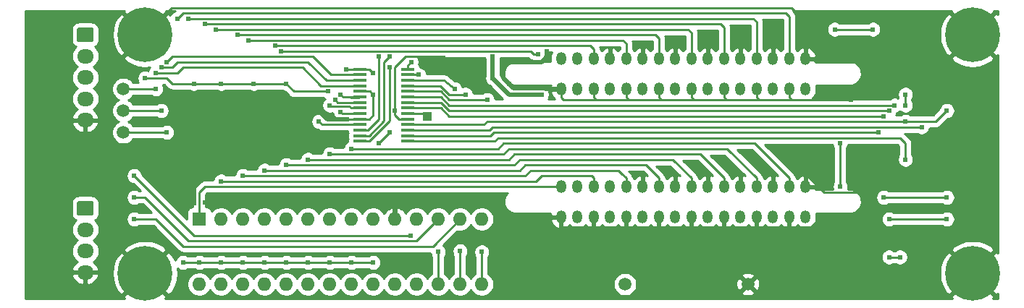
<source format=gbl>
G04 #@! TF.GenerationSoftware,KiCad,Pcbnew,(5.1.5-0-10_14)*
G04 #@! TF.CreationDate,2020-08-25T00:06:45+09:00*
G04 #@! TF.ProjectId,FPGA-X68k-ProCaseLED,46504741-2d58-4363-986b-2d50726f4361,rev?*
G04 #@! TF.SameCoordinates,Original*
G04 #@! TF.FileFunction,Copper,L2,Bot*
G04 #@! TF.FilePolarity,Positive*
%FSLAX46Y46*%
G04 Gerber Fmt 4.6, Leading zero omitted, Abs format (unit mm)*
G04 Created by KiCad (PCBNEW (5.1.5-0-10_14)) date 2020-08-25 00:06:45*
%MOMM*%
%LPD*%
G04 APERTURE LIST*
%ADD10O,1.950000X1.700000*%
%ADD11C,0.100000*%
%ADD12R,1.000000X1.000000*%
%ADD13R,1.600000X0.300000*%
%ADD14O,1.200000X1.524000*%
%ADD15O,1.600000X1.600000*%
%ADD16R,1.600000X1.600000*%
%ADD17C,1.500000*%
%ADD18C,6.400000*%
%ADD19C,0.620000*%
%ADD20C,0.250000*%
%ADD21C,0.500000*%
%ADD22C,0.254000*%
G04 APERTURE END LIST*
D10*
X57150000Y-121800000D03*
X57150000Y-119300000D03*
X57150000Y-116800000D03*
G04 #@! TA.AperFunction,ComponentPad*
D11*
G36*
X57899504Y-113451204D02*
G01*
X57923773Y-113454804D01*
X57947571Y-113460765D01*
X57970671Y-113469030D01*
X57992849Y-113479520D01*
X58013893Y-113492133D01*
X58033598Y-113506747D01*
X58051777Y-113523223D01*
X58068253Y-113541402D01*
X58082867Y-113561107D01*
X58095480Y-113582151D01*
X58105970Y-113604329D01*
X58114235Y-113627429D01*
X58120196Y-113651227D01*
X58123796Y-113675496D01*
X58125000Y-113700000D01*
X58125000Y-114900000D01*
X58123796Y-114924504D01*
X58120196Y-114948773D01*
X58114235Y-114972571D01*
X58105970Y-114995671D01*
X58095480Y-115017849D01*
X58082867Y-115038893D01*
X58068253Y-115058598D01*
X58051777Y-115076777D01*
X58033598Y-115093253D01*
X58013893Y-115107867D01*
X57992849Y-115120480D01*
X57970671Y-115130970D01*
X57947571Y-115139235D01*
X57923773Y-115145196D01*
X57899504Y-115148796D01*
X57875000Y-115150000D01*
X56425000Y-115150000D01*
X56400496Y-115148796D01*
X56376227Y-115145196D01*
X56352429Y-115139235D01*
X56329329Y-115130970D01*
X56307151Y-115120480D01*
X56286107Y-115107867D01*
X56266402Y-115093253D01*
X56248223Y-115076777D01*
X56231747Y-115058598D01*
X56217133Y-115038893D01*
X56204520Y-115017849D01*
X56194030Y-114995671D01*
X56185765Y-114972571D01*
X56179804Y-114948773D01*
X56176204Y-114924504D01*
X56175000Y-114900000D01*
X56175000Y-113700000D01*
X56176204Y-113675496D01*
X56179804Y-113651227D01*
X56185765Y-113627429D01*
X56194030Y-113604329D01*
X56204520Y-113582151D01*
X56217133Y-113561107D01*
X56231747Y-113541402D01*
X56248223Y-113523223D01*
X56266402Y-113506747D01*
X56286107Y-113492133D01*
X56307151Y-113479520D01*
X56329329Y-113469030D01*
X56352429Y-113460765D01*
X56376227Y-113454804D01*
X56400496Y-113451204D01*
X56425000Y-113450000D01*
X57875000Y-113450000D01*
X57899504Y-113451204D01*
G37*
G04 #@! TD.AperFunction*
D12*
X97155000Y-103505000D03*
D13*
X89275000Y-98010000D03*
X89275000Y-98660000D03*
X89275000Y-99310000D03*
X89275000Y-99960000D03*
X89275000Y-100610000D03*
X89275000Y-101260000D03*
X89275000Y-101910000D03*
X89275000Y-102560000D03*
X89275000Y-103210000D03*
X89275000Y-103860000D03*
X89275000Y-104510000D03*
X89275000Y-105160000D03*
X89275000Y-105810000D03*
X89275000Y-106460000D03*
X94875000Y-106460000D03*
X94875000Y-105810000D03*
X94875000Y-105160000D03*
X94875000Y-104510000D03*
X94875000Y-103860000D03*
X94875000Y-103210000D03*
X94875000Y-102560000D03*
X94875000Y-101910000D03*
X94875000Y-101260000D03*
X94875000Y-100610000D03*
X94875000Y-99960000D03*
X94875000Y-99310000D03*
X94875000Y-98660000D03*
X94875000Y-98010000D03*
D14*
X124206000Y-96774000D03*
X124206000Y-100330000D03*
X126111000Y-96774000D03*
X126111000Y-100330000D03*
X131826000Y-111760000D03*
X131826000Y-115316000D03*
X133731000Y-111760000D03*
X133731000Y-115316000D03*
X128016000Y-111760000D03*
X128016000Y-115316000D03*
X129921000Y-111760000D03*
X129921000Y-115316000D03*
D15*
X70485000Y-123190000D03*
X103505000Y-115570000D03*
X73025000Y-123190000D03*
X100965000Y-115570000D03*
X75565000Y-123190000D03*
X98425000Y-115570000D03*
X78105000Y-123190000D03*
X95885000Y-115570000D03*
X80645000Y-123190000D03*
X93345000Y-115570000D03*
X83185000Y-123190000D03*
X90805000Y-115570000D03*
X85725000Y-123190000D03*
X88265000Y-115570000D03*
X88265000Y-123190000D03*
X85725000Y-115570000D03*
X90805000Y-123190000D03*
X83185000Y-115570000D03*
X93345000Y-123190000D03*
X80645000Y-115570000D03*
X95885000Y-123190000D03*
X78105000Y-115570000D03*
X98425000Y-123190000D03*
X75565000Y-115570000D03*
X100965000Y-123190000D03*
X73025000Y-115570000D03*
X103505000Y-123190000D03*
D16*
X70485000Y-115570000D03*
D14*
X139446000Y-111760000D03*
X139446000Y-115316000D03*
X141351000Y-111760000D03*
X141351000Y-115316000D03*
X135636000Y-111760000D03*
X135636000Y-115316000D03*
X137541000Y-111760000D03*
X137541000Y-115316000D03*
X124206000Y-111760000D03*
X124206000Y-115316000D03*
X126111000Y-111760000D03*
X126111000Y-115316000D03*
X120396000Y-111760000D03*
X120396000Y-115316000D03*
X122301000Y-111760000D03*
X122301000Y-115316000D03*
X116586000Y-111760000D03*
X116586000Y-115316000D03*
X118491000Y-111760000D03*
X118491000Y-115316000D03*
X112776000Y-111760000D03*
X112776000Y-115316000D03*
X114681000Y-111760000D03*
X114681000Y-115316000D03*
X139446000Y-96774000D03*
X139446000Y-100330000D03*
X141351000Y-96774000D03*
X141351000Y-100330000D03*
X135636000Y-96774000D03*
X135636000Y-100330000D03*
X137541000Y-96774000D03*
X137541000Y-100330000D03*
X131826000Y-96774000D03*
X131826000Y-100330000D03*
X133731000Y-96774000D03*
X133731000Y-100330000D03*
X128016000Y-96774000D03*
X128016000Y-100330000D03*
X129921000Y-96774000D03*
X129921000Y-100330000D03*
X120396000Y-96774000D03*
X120396000Y-100330000D03*
X122301000Y-96774000D03*
X122301000Y-100330000D03*
X116586000Y-96774000D03*
X116586000Y-100330000D03*
X118491000Y-96774000D03*
X118491000Y-100330000D03*
X112776000Y-96774000D03*
X112776000Y-100330000D03*
X114681000Y-96774000D03*
X114681000Y-100330000D03*
D17*
X61595000Y-105410000D03*
X61595000Y-102870000D03*
X61595000Y-100330000D03*
X120250000Y-123190000D03*
X134620000Y-123190000D03*
D10*
X57150000Y-103980000D03*
X57150000Y-101480000D03*
X57150000Y-98980000D03*
X57150000Y-96480000D03*
G04 #@! TA.AperFunction,ComponentPad*
D11*
G36*
X57899504Y-93131204D02*
G01*
X57923773Y-93134804D01*
X57947571Y-93140765D01*
X57970671Y-93149030D01*
X57992849Y-93159520D01*
X58013893Y-93172133D01*
X58033598Y-93186747D01*
X58051777Y-93203223D01*
X58068253Y-93221402D01*
X58082867Y-93241107D01*
X58095480Y-93262151D01*
X58105970Y-93284329D01*
X58114235Y-93307429D01*
X58120196Y-93331227D01*
X58123796Y-93355496D01*
X58125000Y-93380000D01*
X58125000Y-94580000D01*
X58123796Y-94604504D01*
X58120196Y-94628773D01*
X58114235Y-94652571D01*
X58105970Y-94675671D01*
X58095480Y-94697849D01*
X58082867Y-94718893D01*
X58068253Y-94738598D01*
X58051777Y-94756777D01*
X58033598Y-94773253D01*
X58013893Y-94787867D01*
X57992849Y-94800480D01*
X57970671Y-94810970D01*
X57947571Y-94819235D01*
X57923773Y-94825196D01*
X57899504Y-94828796D01*
X57875000Y-94830000D01*
X56425000Y-94830000D01*
X56400496Y-94828796D01*
X56376227Y-94825196D01*
X56352429Y-94819235D01*
X56329329Y-94810970D01*
X56307151Y-94800480D01*
X56286107Y-94787867D01*
X56266402Y-94773253D01*
X56248223Y-94756777D01*
X56231747Y-94738598D01*
X56217133Y-94718893D01*
X56204520Y-94697849D01*
X56194030Y-94675671D01*
X56185765Y-94652571D01*
X56179804Y-94628773D01*
X56176204Y-94604504D01*
X56175000Y-94580000D01*
X56175000Y-93380000D01*
X56176204Y-93355496D01*
X56179804Y-93331227D01*
X56185765Y-93307429D01*
X56194030Y-93284329D01*
X56204520Y-93262151D01*
X56217133Y-93241107D01*
X56231747Y-93221402D01*
X56248223Y-93203223D01*
X56266402Y-93186747D01*
X56286107Y-93172133D01*
X56307151Y-93159520D01*
X56329329Y-93149030D01*
X56352429Y-93140765D01*
X56376227Y-93134804D01*
X56400496Y-93131204D01*
X56425000Y-93130000D01*
X57875000Y-93130000D01*
X57899504Y-93131204D01*
G37*
G04 #@! TD.AperFunction*
D18*
X160890000Y-121920000D03*
X160890000Y-93980000D03*
X64135000Y-93980000D03*
X64135000Y-121920000D03*
D19*
X70485000Y-120650000D03*
X68580000Y-120650000D03*
X73025000Y-120650000D03*
X75565000Y-120650000D03*
X78105000Y-120650000D03*
X80645000Y-120650000D03*
X83185000Y-120650000D03*
X85725000Y-120650000D03*
X88265000Y-120650000D03*
X69850000Y-99695000D03*
X80645000Y-99695000D03*
X76835000Y-99695000D03*
X73025000Y-99695000D03*
X110490000Y-100965000D03*
X104775000Y-96520000D03*
X104775000Y-99060000D03*
X90805000Y-98425000D03*
X64135000Y-99060000D03*
X87630000Y-98025000D03*
X91440000Y-106680000D03*
X92710000Y-105410000D03*
X90805000Y-120650000D03*
X144780000Y-93345000D03*
X149225000Y-93345000D03*
X153035000Y-102235000D03*
X153035000Y-100964999D03*
X152400000Y-120015000D03*
X151130000Y-120015000D03*
X85500000Y-100595000D03*
X65405000Y-98425000D03*
X65405000Y-100330000D03*
X66040000Y-102870000D03*
X66040000Y-97790000D03*
X66675000Y-105410000D03*
X66675000Y-97155000D03*
X87729373Y-103845000D03*
X111125000Y-95885000D03*
X146685000Y-101600000D03*
X140970000Y-92710000D03*
X99695000Y-97155000D03*
X93345000Y-102870000D03*
X90805000Y-100965000D03*
X105410000Y-120650000D03*
X141605000Y-110490000D03*
X71120000Y-113655887D03*
X69850000Y-113665000D03*
X106680000Y-99695000D03*
X95250000Y-97155000D03*
X151765000Y-102235000D03*
X151130000Y-102870000D03*
X151130000Y-115570000D03*
X157880000Y-115570000D03*
X150495000Y-103505000D03*
X150495000Y-113030000D03*
X157880000Y-113030000D03*
X153035000Y-104140000D03*
X157880000Y-102870000D03*
X154940000Y-104775000D03*
X149860000Y-105410000D03*
X153035000Y-108585000D03*
X92710000Y-97790000D03*
X92710000Y-96520000D03*
X91440000Y-96520000D03*
X84455000Y-104140000D03*
X86995000Y-102995010D03*
X85725000Y-102235000D03*
X86360000Y-101600000D03*
X86995000Y-100965000D03*
X145415000Y-111760000D03*
X145415000Y-106680000D03*
X80010000Y-95885000D03*
X110059013Y-96274211D03*
X79375000Y-95250000D03*
X76200000Y-94615000D03*
X74930000Y-93980000D03*
X72390000Y-93345000D03*
X71120000Y-92710000D03*
X69215000Y-92075000D03*
X67945000Y-92075000D03*
X73025000Y-111125000D03*
X75565000Y-110490000D03*
X78105000Y-109855000D03*
X80645000Y-109220000D03*
X83185000Y-108585000D03*
X85725000Y-107950000D03*
X88265000Y-107315000D03*
X98425000Y-119410000D03*
X100965000Y-119310000D03*
X103505000Y-119410000D03*
X95211550Y-117475000D03*
X62865000Y-110490000D03*
X62865000Y-113030000D03*
X62865000Y-115570000D03*
X96135460Y-98675000D03*
X100330000Y-100330000D03*
X101600000Y-100965000D03*
X104140000Y-101600000D03*
D20*
X70485000Y-120650000D02*
X73025000Y-120650000D01*
X73025000Y-120650000D02*
X75565000Y-120650000D01*
X75565000Y-120650000D02*
X78105000Y-120650000D01*
X78105000Y-120650000D02*
X80645000Y-120650000D01*
X80645000Y-120650000D02*
X83185000Y-120650000D01*
X83185000Y-120650000D02*
X85725000Y-120650000D01*
X85725000Y-120650000D02*
X88265000Y-120650000D01*
X76835000Y-99695000D02*
X80645000Y-99695000D01*
X69850000Y-99695000D02*
X76835000Y-99695000D01*
X106678590Y-100965000D02*
X106680000Y-100965000D01*
X104775000Y-99061410D02*
X106678590Y-100965000D01*
X104775000Y-96520000D02*
X104775000Y-99061410D01*
X90390000Y-98010000D02*
X89275000Y-98010000D01*
X90805000Y-98425000D02*
X90390000Y-98010000D01*
X69850000Y-99695000D02*
X67310000Y-99695000D01*
X66675000Y-99060000D02*
X64135000Y-99060000D01*
X67310000Y-99695000D02*
X66675000Y-99060000D01*
X70485000Y-120650000D02*
X68580000Y-120650000D01*
X89260000Y-98025000D02*
X89275000Y-98010000D01*
X87630000Y-98025000D02*
X89260000Y-98025000D01*
X91440000Y-106680000D02*
X92710000Y-105410000D01*
X90805000Y-120650000D02*
X88265000Y-120650000D01*
X144780000Y-93345000D02*
X149225000Y-93345000D01*
X153035000Y-102235000D02*
X153035000Y-100964999D01*
X152400000Y-120015000D02*
X151130000Y-120015000D01*
X81545000Y-100595000D02*
X80645000Y-99695000D01*
X85500000Y-100595000D02*
X81545000Y-100595000D01*
D21*
X104775000Y-96520000D02*
X104775000Y-99060000D01*
X104775000Y-99060000D02*
X106680000Y-100965000D01*
X106680000Y-100965000D02*
X110490000Y-100965000D01*
D20*
X89275000Y-99960000D02*
X84720000Y-99960000D01*
X84720000Y-99960000D02*
X82550000Y-97790000D01*
X82550000Y-97790000D02*
X68580000Y-97790000D01*
X67945000Y-98425000D02*
X65405000Y-98425000D01*
X68580000Y-97790000D02*
X67945000Y-98425000D01*
X61595000Y-100330000D02*
X65405000Y-100330000D01*
X66040000Y-102870000D02*
X61595000Y-102870000D01*
X67945000Y-97155000D02*
X67310000Y-97790000D01*
X83185000Y-97155000D02*
X67945000Y-97155000D01*
X85340000Y-99310000D02*
X83185000Y-97155000D01*
X89275000Y-99310000D02*
X85340000Y-99310000D01*
X67310000Y-97790000D02*
X66040000Y-97790000D01*
X83769490Y-96520000D02*
X67945000Y-96520000D01*
X85909490Y-98660000D02*
X83769490Y-96520000D01*
X89275000Y-98660000D02*
X85909490Y-98660000D01*
X67945000Y-96520000D02*
X67310000Y-96520000D01*
X66675000Y-105410000D02*
X61595000Y-105410000D01*
X66675000Y-97155000D02*
X67310000Y-96520000D01*
X87744373Y-103860000D02*
X87729373Y-103845000D01*
X89275000Y-103860000D02*
X87744373Y-103860000D01*
X112776000Y-100330000D02*
X112776000Y-101346000D01*
X112776000Y-101346000D02*
X113030000Y-101600000D01*
X116586000Y-100330000D02*
X116586000Y-101346000D01*
X116586000Y-101346000D02*
X116840000Y-101600000D01*
X113030000Y-101600000D02*
X116840000Y-101600000D01*
X120396000Y-100330000D02*
X120396000Y-101346000D01*
X120396000Y-101346000D02*
X120650000Y-101600000D01*
X116840000Y-101600000D02*
X120650000Y-101600000D01*
X124206000Y-100330000D02*
X124206000Y-101342000D01*
X124460000Y-101596000D02*
X124460000Y-101600000D01*
X124206000Y-101342000D02*
X124460000Y-101600000D01*
X128016000Y-101346000D02*
X128270000Y-101600000D01*
X128016000Y-100330000D02*
X128016000Y-101346000D01*
X120650000Y-101600000D02*
X128270000Y-101600000D01*
X132080000Y-101596000D02*
X132080000Y-101600000D01*
X131826000Y-101342000D02*
X132080000Y-101596000D01*
X131826000Y-100330000D02*
X131826000Y-101342000D01*
X128270000Y-101600000D02*
X132080000Y-101600000D01*
X135636000Y-100330000D02*
X135636000Y-101346000D01*
X135636000Y-101346000D02*
X135890000Y-101600000D01*
X132080000Y-101600000D02*
X135890000Y-101600000D01*
X139446000Y-100330000D02*
X139446000Y-101346000D01*
X139446000Y-101346000D02*
X139700000Y-101600000D01*
X135890000Y-101600000D02*
X139700000Y-101600000D01*
X142201000Y-96774000D02*
X142582000Y-97155000D01*
X141351000Y-96774000D02*
X142201000Y-96774000D01*
X142582000Y-97155000D02*
X147320000Y-97155000D01*
X147320000Y-97155000D02*
X147955000Y-97790000D01*
X147955000Y-97790000D02*
X147955000Y-99695000D01*
X147955000Y-99695000D02*
X147320000Y-100330000D01*
X147320000Y-100330000D02*
X143510000Y-100330000D01*
X143510000Y-100330000D02*
X142240000Y-101600000D01*
X142240000Y-101600000D02*
X146685000Y-101600000D01*
X139700000Y-101600000D02*
X142240000Y-101600000D01*
X93345000Y-103380000D02*
X93345000Y-102870000D01*
X93825000Y-103860000D02*
X93345000Y-103380000D01*
X94875000Y-103860000D02*
X93825000Y-103860000D01*
X90450000Y-100610000D02*
X89275000Y-100610000D01*
X90805000Y-100965000D02*
X90450000Y-100610000D01*
X90805000Y-103380000D02*
X90325000Y-103860000D01*
X90325000Y-103860000D02*
X89275000Y-103860000D01*
X90805000Y-100965000D02*
X90805000Y-103380000D01*
X93345000Y-102870000D02*
X93345000Y-97790000D01*
X93345000Y-97790000D02*
X94615000Y-96520000D01*
X99060000Y-96520000D02*
X99695000Y-97155000D01*
X94615000Y-96520000D02*
X99060000Y-96520000D01*
X112776000Y-116328000D02*
X112776000Y-115316000D01*
X112948000Y-116500000D02*
X112776000Y-116328000D01*
X116586000Y-115316000D02*
X116586000Y-116414000D01*
X116500000Y-116500000D02*
X112948000Y-116500000D01*
X116586000Y-116414000D02*
X116500000Y-116500000D01*
X120396000Y-115316000D02*
X120396000Y-116396000D01*
X120396000Y-116396000D02*
X120500000Y-116500000D01*
X120500000Y-116500000D02*
X116500000Y-116500000D01*
X124206000Y-116328000D02*
X124034000Y-116500000D01*
X124000000Y-116500000D02*
X120500000Y-116500000D01*
X124034000Y-116500000D02*
X124000000Y-116500000D01*
X124206000Y-115316000D02*
X124206000Y-116328000D01*
X128016000Y-116484000D02*
X128000000Y-116500000D01*
X128016000Y-115316000D02*
X128016000Y-116484000D01*
X128000000Y-116500000D02*
X124000000Y-116500000D01*
X131826000Y-116328000D02*
X131998000Y-116500000D01*
X131826000Y-115316000D02*
X131826000Y-116328000D01*
X135636000Y-115316000D02*
X135636000Y-116364000D01*
X139446000Y-116446000D02*
X139500000Y-116500000D01*
X139446000Y-115316000D02*
X139446000Y-116446000D01*
X139500000Y-116500000D02*
X128000000Y-116500000D01*
X142000000Y-116500000D02*
X139500000Y-116500000D01*
X143500000Y-115000000D02*
X142000000Y-116500000D01*
X147000000Y-115000000D02*
X143500000Y-115000000D01*
X141605000Y-110490000D02*
X143510001Y-112395001D01*
X143510001Y-112395001D02*
X147395001Y-112395001D01*
X148000000Y-114000000D02*
X147000000Y-115000000D01*
X148000000Y-113000000D02*
X148000000Y-114000000D01*
X147395001Y-112395001D02*
X148000000Y-113000000D01*
X140970000Y-92075000D02*
X140970000Y-92710000D01*
X139745010Y-90850010D02*
X140970000Y-92075000D01*
X67264990Y-90850010D02*
X139745010Y-90850010D01*
X64135000Y-93980000D02*
X67264990Y-90850010D01*
X112776000Y-100330000D02*
X112776000Y-100076000D01*
D21*
X93345000Y-115570000D02*
X93345000Y-114300000D01*
X92700887Y-113655887D02*
X71120000Y-113655887D01*
X93345000Y-114300000D02*
X92700887Y-113655887D01*
X87729373Y-103845000D02*
X85430000Y-103845000D01*
X85430000Y-103845000D02*
X84455000Y-102870000D01*
X84455000Y-102870000D02*
X83820000Y-102870000D01*
X83820000Y-102870000D02*
X83185000Y-103505000D01*
X83185000Y-103505000D02*
X69850000Y-103505000D01*
X69850000Y-103505000D02*
X69850000Y-113665000D01*
X106680000Y-99695000D02*
X106045000Y-99060000D01*
X106045000Y-99060000D02*
X106045000Y-97790000D01*
X107189999Y-100204999D02*
X106989999Y-100004999D01*
X110979802Y-100330000D02*
X110854801Y-100204999D01*
X106989999Y-100004999D02*
X106680000Y-99695000D01*
X110854801Y-100204999D02*
X107189999Y-100204999D01*
X112776000Y-100330000D02*
X110979802Y-100330000D01*
X106045000Y-97790000D02*
X106680000Y-97155000D01*
X110490000Y-97155000D02*
X111125000Y-96520000D01*
X111125000Y-96520000D02*
X111125000Y-95885000D01*
X106680000Y-97155000D02*
X110490000Y-97155000D01*
D20*
X94875000Y-97530000D02*
X95250000Y-97155000D01*
X94875000Y-98010000D02*
X94875000Y-97530000D01*
X96860000Y-103210000D02*
X97155000Y-103505000D01*
X94875000Y-103210000D02*
X96860000Y-103210000D01*
X95925000Y-101260000D02*
X94875000Y-101260000D01*
X98722820Y-101260000D02*
X95925000Y-101260000D01*
X99697820Y-102235000D02*
X98722820Y-101260000D01*
X147320000Y-102235000D02*
X99697820Y-102235000D01*
X147320000Y-102235000D02*
X151765000Y-102235000D01*
X98736410Y-101910000D02*
X95925000Y-101910000D01*
X99696410Y-102870000D02*
X98736410Y-101910000D01*
X95925000Y-101910000D02*
X94875000Y-101910000D01*
X146685000Y-102870000D02*
X99696410Y-102870000D01*
X146685000Y-102870000D02*
X151130000Y-102870000D01*
X151130000Y-115570000D02*
X157880000Y-115570000D01*
X98750000Y-102560000D02*
X95925000Y-102560000D01*
X99695000Y-103505000D02*
X98750000Y-102560000D01*
X95925000Y-102560000D02*
X94875000Y-102560000D01*
X146050000Y-103505000D02*
X99695000Y-103505000D01*
X146050000Y-103505000D02*
X150495000Y-103505000D01*
X150495000Y-113030000D02*
X157880000Y-113030000D01*
X103770000Y-104510000D02*
X104140000Y-104140000D01*
X94875000Y-104510000D02*
X103770000Y-104510000D01*
X104140000Y-104140000D02*
X153035000Y-104140000D01*
X156610000Y-104140000D02*
X157880000Y-102870000D01*
X153035000Y-104140000D02*
X156610000Y-104140000D01*
X94875000Y-105160000D02*
X104390000Y-105160000D01*
X104390000Y-105160000D02*
X104775000Y-104775000D01*
X104775000Y-104775000D02*
X144145000Y-104775000D01*
X144145000Y-104775000D02*
X147955000Y-104775000D01*
X147955000Y-104775000D02*
X154940000Y-104775000D01*
X104540000Y-105810000D02*
X104940000Y-105410000D01*
X94875000Y-105810000D02*
X104540000Y-105810000D01*
X104940000Y-105410000D02*
X107315000Y-105410000D01*
X107315000Y-105410000D02*
X110490000Y-105410000D01*
X110490000Y-105410000D02*
X144145000Y-105410000D01*
X144145000Y-105410000D02*
X149860000Y-105410000D01*
X94875000Y-106460000D02*
X104995000Y-106460000D01*
X104995000Y-106460000D02*
X105410000Y-106045000D01*
X105410000Y-106045000D02*
X144145000Y-106045000D01*
X144145000Y-106045000D02*
X152400000Y-106045000D01*
X153035000Y-106680000D02*
X153035000Y-108585000D01*
X152400000Y-106045000D02*
X153035000Y-106680000D01*
X90325000Y-106460000D02*
X92710000Y-104075000D01*
X89275000Y-106460000D02*
X90325000Y-106460000D01*
X92710000Y-104075000D02*
X92710000Y-97790000D01*
X90325000Y-105810000D02*
X89275000Y-105810000D01*
X92075000Y-104060000D02*
X90325000Y-105810000D01*
X92075000Y-97790000D02*
X92075000Y-104060000D01*
X92075000Y-97155000D02*
X92710000Y-96520000D01*
X92075000Y-97790000D02*
X92075000Y-97155000D01*
X91440000Y-103880002D02*
X90160002Y-105160000D01*
X90160002Y-105160000D02*
X89275000Y-105160000D01*
X91440000Y-96520000D02*
X91440000Y-103880002D01*
X84825000Y-104510000D02*
X89275000Y-104510000D01*
X84455000Y-104140000D02*
X84825000Y-104510000D01*
X87209990Y-103210000D02*
X86995000Y-102995010D01*
X89275000Y-103210000D02*
X87209990Y-103210000D01*
X89275000Y-102560000D02*
X88225000Y-102560000D01*
X88025010Y-102360010D02*
X85850010Y-102360010D01*
X88225000Y-102560000D02*
X88025010Y-102360010D01*
X89275000Y-101910000D02*
X86670000Y-101910000D01*
X86670000Y-101910000D02*
X86360000Y-101600000D01*
X88132000Y-101320000D02*
X89180000Y-101320000D01*
X87290000Y-101260000D02*
X86995000Y-100965000D01*
X89275000Y-101260000D02*
X87290000Y-101260000D01*
X145415000Y-106680000D02*
X145415000Y-111760000D01*
X109220000Y-95885000D02*
X80645000Y-95885000D01*
X80645000Y-95885000D02*
X80010000Y-95885000D01*
X110059013Y-96274211D02*
X109609211Y-96274211D01*
X109609211Y-96274211D02*
X109220000Y-95885000D01*
X116586000Y-95631000D02*
X116586000Y-96774000D01*
X79375000Y-95250000D02*
X116205000Y-95250000D01*
X116205000Y-95250000D02*
X116586000Y-95631000D01*
X104775000Y-94615000D02*
X76200000Y-94615000D01*
X120015000Y-94615000D02*
X104775000Y-94615000D01*
X120396000Y-94996000D02*
X120015000Y-94615000D01*
X120396000Y-96774000D02*
X120396000Y-94996000D01*
X74930000Y-93980000D02*
X123825000Y-93980000D01*
X124206000Y-96774000D02*
X124206000Y-94361000D01*
X124206000Y-94361000D02*
X123825000Y-93980000D01*
X128016000Y-96774000D02*
X128016000Y-95631000D01*
X127635000Y-93345000D02*
X104775000Y-93345000D01*
X104775000Y-93345000D02*
X72390000Y-93345000D01*
X128016000Y-96774000D02*
X128016000Y-93726000D01*
X128016000Y-93726000D02*
X127635000Y-93345000D01*
X131826000Y-96774000D02*
X131826000Y-94996000D01*
X105410000Y-92710000D02*
X71120000Y-92710000D01*
X131826000Y-93091000D02*
X131445000Y-92710000D01*
X131826000Y-96774000D02*
X131826000Y-93091000D01*
X131445000Y-92710000D02*
X105410000Y-92710000D01*
X106680000Y-92075000D02*
X69850000Y-92075000D01*
X135255000Y-92075000D02*
X106680000Y-92075000D01*
X69850000Y-92075000D02*
X69215000Y-92075000D01*
X135636000Y-96774000D02*
X135636000Y-92456000D01*
X135636000Y-92456000D02*
X135255000Y-92075000D01*
X139446000Y-91821000D02*
X139065000Y-91440000D01*
X139446000Y-96774000D02*
X139446000Y-91821000D01*
X68580000Y-91440000D02*
X139065000Y-91440000D01*
X67945000Y-92075000D02*
X68580000Y-91440000D01*
X71120000Y-111760000D02*
X112776000Y-111760000D01*
X70485000Y-112395000D02*
X71120000Y-111760000D01*
X70485000Y-115570000D02*
X70485000Y-112395000D01*
X116586000Y-110748000D02*
X116586000Y-111760000D01*
X109855000Y-111125000D02*
X110490000Y-110490000D01*
X116328000Y-110490000D02*
X116586000Y-110748000D01*
X110490000Y-110490000D02*
X116328000Y-110490000D01*
X73025000Y-111125000D02*
X109855000Y-111125000D01*
X120396000Y-110748000D02*
X119503000Y-109855000D01*
X119503000Y-109855000D02*
X119380000Y-109855000D01*
X120396000Y-111760000D02*
X120396000Y-110748000D01*
X120396000Y-110748000D02*
X119380000Y-109855000D01*
X109220000Y-109855000D02*
X119380000Y-109855000D01*
X108585000Y-110490000D02*
X109220000Y-109855000D01*
X75565000Y-110490000D02*
X108585000Y-110490000D01*
X124206000Y-110748000D02*
X124206000Y-111760000D01*
X108585000Y-109220000D02*
X122678000Y-109220000D01*
X107950000Y-109855000D02*
X108585000Y-109220000D01*
X78105000Y-109855000D02*
X107950000Y-109855000D01*
X122678000Y-109220000D02*
X124206000Y-110748000D01*
X128016000Y-110748000D02*
X128016000Y-111760000D01*
X107950000Y-108585000D02*
X125853000Y-108585000D01*
X80645000Y-109220000D02*
X107315000Y-109220000D01*
X125853000Y-108585000D02*
X128016000Y-110748000D01*
X107315000Y-109220000D02*
X107950000Y-108585000D01*
X131826000Y-110748000D02*
X131826000Y-111760000D01*
X129028000Y-107950000D02*
X131826000Y-110748000D01*
X107315000Y-107950000D02*
X129028000Y-107950000D01*
X106680000Y-108585000D02*
X107315000Y-107950000D01*
X83185000Y-108585000D02*
X106680000Y-108585000D01*
X135636000Y-110748000D02*
X135636000Y-111760000D01*
X132203000Y-107315000D02*
X135636000Y-110748000D01*
X106680000Y-107315000D02*
X132203000Y-107315000D01*
X106045000Y-107950000D02*
X106680000Y-107315000D01*
X85725000Y-107950000D02*
X106045000Y-107950000D01*
X135378000Y-106680000D02*
X139446000Y-110748000D01*
X106045000Y-106680000D02*
X135378000Y-106680000D01*
X105410000Y-107315000D02*
X106045000Y-106680000D01*
X139446000Y-110748000D02*
X139446000Y-111760000D01*
X88265000Y-107315000D02*
X105410000Y-107315000D01*
X98425000Y-123190000D02*
X98425000Y-119410000D01*
X100965000Y-123190000D02*
X100965000Y-119310000D01*
X103505000Y-123190000D02*
X103505000Y-119410000D01*
X69850000Y-117475000D02*
X95211550Y-117475000D01*
X62865000Y-110490000D02*
X69850000Y-117475000D01*
X95885000Y-118110000D02*
X98425000Y-115570000D01*
X69215000Y-118110000D02*
X95885000Y-118110000D01*
X64135000Y-113030000D02*
X69215000Y-118110000D01*
X62865000Y-113030000D02*
X64135000Y-113030000D01*
X65405000Y-115570000D02*
X62865000Y-115570000D01*
X97790000Y-118745000D02*
X68580000Y-118745000D01*
X68580000Y-118745000D02*
X65405000Y-115570000D01*
X100965000Y-115570000D02*
X97790000Y-118745000D01*
X96120460Y-98660000D02*
X96135460Y-98675000D01*
X94875000Y-98660000D02*
X96120460Y-98660000D01*
X99060000Y-99310000D02*
X94875000Y-99310000D01*
X100330000Y-100330000D02*
X99060000Y-99310000D01*
X94875000Y-99960000D02*
X98695640Y-99960000D01*
X99700640Y-100965000D02*
X101600000Y-100965000D01*
X98695640Y-99960000D02*
X99700640Y-100965000D01*
X98709230Y-100610000D02*
X94875000Y-100610000D01*
X99699230Y-101600000D02*
X98709230Y-100610000D01*
X104140000Y-101600000D02*
X99699230Y-101600000D01*
D22*
G36*
X61613724Y-91279119D02*
G01*
X64135000Y-93800395D01*
X66656276Y-91279119D01*
X66568655Y-91160000D01*
X67701107Y-91160000D01*
X67669354Y-91166316D01*
X67497375Y-91237552D01*
X67342598Y-91340971D01*
X67210971Y-91472598D01*
X67107552Y-91627375D01*
X67097652Y-91651277D01*
X66835881Y-91458724D01*
X64314605Y-93980000D01*
X64328748Y-93994143D01*
X64149143Y-94173748D01*
X64135000Y-94159605D01*
X61613724Y-96680881D01*
X61973912Y-97170548D01*
X62637882Y-97530849D01*
X63359385Y-97754694D01*
X64110695Y-97833480D01*
X64715839Y-97777730D01*
X64670971Y-97822598D01*
X64567552Y-97977375D01*
X64496316Y-98149354D01*
X64489434Y-98183951D01*
X64410646Y-98151316D01*
X64228074Y-98115000D01*
X64041926Y-98115000D01*
X63859354Y-98151316D01*
X63687375Y-98222552D01*
X63532598Y-98325971D01*
X63400971Y-98457598D01*
X63297552Y-98612375D01*
X63226316Y-98784354D01*
X63190000Y-98966926D01*
X63190000Y-99153074D01*
X63226316Y-99335646D01*
X63297552Y-99507625D01*
X63339230Y-99570000D01*
X62752909Y-99570000D01*
X62670799Y-99447114D01*
X62477886Y-99254201D01*
X62251043Y-99102629D01*
X61998989Y-98998225D01*
X61731411Y-98945000D01*
X61458589Y-98945000D01*
X61191011Y-98998225D01*
X60938957Y-99102629D01*
X60712114Y-99254201D01*
X60519201Y-99447114D01*
X60367629Y-99673957D01*
X60263225Y-99926011D01*
X60210000Y-100193589D01*
X60210000Y-100466411D01*
X60263225Y-100733989D01*
X60367629Y-100986043D01*
X60519201Y-101212886D01*
X60712114Y-101405799D01*
X60938957Y-101557371D01*
X61041873Y-101600000D01*
X60938957Y-101642629D01*
X60712114Y-101794201D01*
X60519201Y-101987114D01*
X60367629Y-102213957D01*
X60263225Y-102466011D01*
X60210000Y-102733589D01*
X60210000Y-103006411D01*
X60263225Y-103273989D01*
X60367629Y-103526043D01*
X60519201Y-103752886D01*
X60712114Y-103945799D01*
X60938957Y-104097371D01*
X61041873Y-104140000D01*
X60938957Y-104182629D01*
X60712114Y-104334201D01*
X60519201Y-104527114D01*
X60367629Y-104753957D01*
X60263225Y-105006011D01*
X60210000Y-105273589D01*
X60210000Y-105546411D01*
X60263225Y-105813989D01*
X60367629Y-106066043D01*
X60519201Y-106292886D01*
X60712114Y-106485799D01*
X60938957Y-106637371D01*
X61191011Y-106741775D01*
X61458589Y-106795000D01*
X61731411Y-106795000D01*
X61998989Y-106741775D01*
X62251043Y-106637371D01*
X62477886Y-106485799D01*
X62670799Y-106292886D01*
X62752909Y-106170000D01*
X66111466Y-106170000D01*
X66227375Y-106247448D01*
X66399354Y-106318684D01*
X66581926Y-106355000D01*
X66768074Y-106355000D01*
X66950646Y-106318684D01*
X67122625Y-106247448D01*
X67277402Y-106144029D01*
X67409029Y-106012402D01*
X67512448Y-105857625D01*
X67583684Y-105685646D01*
X67620000Y-105503074D01*
X67620000Y-105316926D01*
X67583684Y-105134354D01*
X67512448Y-104962375D01*
X67409029Y-104807598D01*
X67277402Y-104675971D01*
X67122625Y-104572552D01*
X66950646Y-104501316D01*
X66768074Y-104465000D01*
X66581926Y-104465000D01*
X66399354Y-104501316D01*
X66227375Y-104572552D01*
X66111466Y-104650000D01*
X62752909Y-104650000D01*
X62670799Y-104527114D01*
X62477886Y-104334201D01*
X62251043Y-104182629D01*
X62148127Y-104140000D01*
X62251043Y-104097371D01*
X62477886Y-103945799D01*
X62670799Y-103752886D01*
X62752909Y-103630000D01*
X65476466Y-103630000D01*
X65592375Y-103707448D01*
X65764354Y-103778684D01*
X65946926Y-103815000D01*
X66133074Y-103815000D01*
X66315646Y-103778684D01*
X66487625Y-103707448D01*
X66642402Y-103604029D01*
X66774029Y-103472402D01*
X66877448Y-103317625D01*
X66948684Y-103145646D01*
X66985000Y-102963074D01*
X66985000Y-102776926D01*
X66948684Y-102594354D01*
X66877448Y-102422375D01*
X66774029Y-102267598D01*
X66642402Y-102135971D01*
X66487625Y-102032552D01*
X66315646Y-101961316D01*
X66133074Y-101925000D01*
X65946926Y-101925000D01*
X65764354Y-101961316D01*
X65592375Y-102032552D01*
X65476466Y-102110000D01*
X62752909Y-102110000D01*
X62670799Y-101987114D01*
X62477886Y-101794201D01*
X62251043Y-101642629D01*
X62148127Y-101600000D01*
X62251043Y-101557371D01*
X62477886Y-101405799D01*
X62670799Y-101212886D01*
X62752909Y-101090000D01*
X64841466Y-101090000D01*
X64957375Y-101167448D01*
X65129354Y-101238684D01*
X65311926Y-101275000D01*
X65498074Y-101275000D01*
X65680646Y-101238684D01*
X65852625Y-101167448D01*
X66007402Y-101064029D01*
X66139029Y-100932402D01*
X66242448Y-100777625D01*
X66313684Y-100605646D01*
X66350000Y-100423074D01*
X66350000Y-100236926D01*
X66313684Y-100054354D01*
X66242448Y-99882375D01*
X66200770Y-99820000D01*
X66360199Y-99820000D01*
X66746200Y-100206002D01*
X66769999Y-100235001D01*
X66885724Y-100329974D01*
X67017753Y-100400546D01*
X67161014Y-100444003D01*
X67262484Y-100453997D01*
X67310000Y-100458677D01*
X67347333Y-100455000D01*
X69286466Y-100455000D01*
X69402375Y-100532448D01*
X69574354Y-100603684D01*
X69756926Y-100640000D01*
X69943074Y-100640000D01*
X70125646Y-100603684D01*
X70297625Y-100532448D01*
X70413534Y-100455000D01*
X72461466Y-100455000D01*
X72577375Y-100532448D01*
X72749354Y-100603684D01*
X72931926Y-100640000D01*
X73118074Y-100640000D01*
X73300646Y-100603684D01*
X73472625Y-100532448D01*
X73588534Y-100455000D01*
X76271466Y-100455000D01*
X76387375Y-100532448D01*
X76559354Y-100603684D01*
X76741926Y-100640000D01*
X76928074Y-100640000D01*
X77110646Y-100603684D01*
X77282625Y-100532448D01*
X77398534Y-100455000D01*
X80081466Y-100455000D01*
X80197375Y-100532448D01*
X80369354Y-100603684D01*
X80506079Y-100630880D01*
X80981201Y-101106003D01*
X81004999Y-101135001D01*
X81120724Y-101229974D01*
X81252753Y-101300546D01*
X81396014Y-101344003D01*
X81507667Y-101355000D01*
X81507676Y-101355000D01*
X81544999Y-101358676D01*
X81582322Y-101355000D01*
X84936466Y-101355000D01*
X85052375Y-101432448D01*
X85159032Y-101476627D01*
X85122598Y-101500971D01*
X84990971Y-101632598D01*
X84887552Y-101787375D01*
X84816316Y-101959354D01*
X84780000Y-102141926D01*
X84780000Y-102328074D01*
X84816316Y-102510646D01*
X84887552Y-102682625D01*
X84990971Y-102837402D01*
X85122598Y-102969029D01*
X85277375Y-103072448D01*
X85449354Y-103143684D01*
X85631926Y-103180000D01*
X85818074Y-103180000D01*
X86000646Y-103143684D01*
X86056461Y-103120565D01*
X86086316Y-103270656D01*
X86157552Y-103442635D01*
X86260971Y-103597412D01*
X86392598Y-103729039D01*
X86423968Y-103750000D01*
X85316317Y-103750000D01*
X85292448Y-103692375D01*
X85189029Y-103537598D01*
X85057402Y-103405971D01*
X84902625Y-103302552D01*
X84730646Y-103231316D01*
X84548074Y-103195000D01*
X84361926Y-103195000D01*
X84179354Y-103231316D01*
X84007375Y-103302552D01*
X83852598Y-103405971D01*
X83720971Y-103537598D01*
X83617552Y-103692375D01*
X83546316Y-103864354D01*
X83510000Y-104046926D01*
X83510000Y-104233074D01*
X83546316Y-104415646D01*
X83617552Y-104587625D01*
X83720971Y-104742402D01*
X83852598Y-104874029D01*
X84007375Y-104977448D01*
X84179354Y-105048684D01*
X84316678Y-105076000D01*
X84400724Y-105144974D01*
X84532753Y-105215546D01*
X84676014Y-105259003D01*
X84787667Y-105270000D01*
X84787677Y-105270000D01*
X84824999Y-105273676D01*
X84862322Y-105270000D01*
X87836928Y-105270000D01*
X87836928Y-105310000D01*
X87849188Y-105434482D01*
X87864512Y-105485000D01*
X87849188Y-105535518D01*
X87836928Y-105660000D01*
X87836928Y-105960000D01*
X87849188Y-106084482D01*
X87864512Y-106135000D01*
X87849188Y-106185518D01*
X87836928Y-106310000D01*
X87836928Y-106469453D01*
X87817375Y-106477552D01*
X87662598Y-106580971D01*
X87530971Y-106712598D01*
X87427552Y-106867375D01*
X87356316Y-107039354D01*
X87326351Y-107190000D01*
X86288534Y-107190000D01*
X86172625Y-107112552D01*
X86000646Y-107041316D01*
X85818074Y-107005000D01*
X85631926Y-107005000D01*
X85449354Y-107041316D01*
X85277375Y-107112552D01*
X85122598Y-107215971D01*
X84990971Y-107347598D01*
X84887552Y-107502375D01*
X84816316Y-107674354D01*
X84786351Y-107825000D01*
X83748534Y-107825000D01*
X83632625Y-107747552D01*
X83460646Y-107676316D01*
X83278074Y-107640000D01*
X83091926Y-107640000D01*
X82909354Y-107676316D01*
X82737375Y-107747552D01*
X82582598Y-107850971D01*
X82450971Y-107982598D01*
X82347552Y-108137375D01*
X82276316Y-108309354D01*
X82246351Y-108460000D01*
X81208534Y-108460000D01*
X81092625Y-108382552D01*
X80920646Y-108311316D01*
X80738074Y-108275000D01*
X80551926Y-108275000D01*
X80369354Y-108311316D01*
X80197375Y-108382552D01*
X80042598Y-108485971D01*
X79910971Y-108617598D01*
X79807552Y-108772375D01*
X79736316Y-108944354D01*
X79706351Y-109095000D01*
X78668534Y-109095000D01*
X78552625Y-109017552D01*
X78380646Y-108946316D01*
X78198074Y-108910000D01*
X78011926Y-108910000D01*
X77829354Y-108946316D01*
X77657375Y-109017552D01*
X77502598Y-109120971D01*
X77370971Y-109252598D01*
X77267552Y-109407375D01*
X77196316Y-109579354D01*
X77166351Y-109730000D01*
X76128534Y-109730000D01*
X76012625Y-109652552D01*
X75840646Y-109581316D01*
X75658074Y-109545000D01*
X75471926Y-109545000D01*
X75289354Y-109581316D01*
X75117375Y-109652552D01*
X74962598Y-109755971D01*
X74830971Y-109887598D01*
X74727552Y-110042375D01*
X74656316Y-110214354D01*
X74626351Y-110365000D01*
X73588534Y-110365000D01*
X73472625Y-110287552D01*
X73300646Y-110216316D01*
X73118074Y-110180000D01*
X72931926Y-110180000D01*
X72749354Y-110216316D01*
X72577375Y-110287552D01*
X72422598Y-110390971D01*
X72290971Y-110522598D01*
X72187552Y-110677375D01*
X72116316Y-110849354D01*
X72086351Y-111000000D01*
X71157333Y-111000000D01*
X71120000Y-110996323D01*
X71082667Y-111000000D01*
X70971014Y-111010997D01*
X70827753Y-111054454D01*
X70695724Y-111125026D01*
X70579999Y-111219999D01*
X70556200Y-111248998D01*
X69973998Y-111831201D01*
X69945000Y-111854999D01*
X69921202Y-111883997D01*
X69921201Y-111883998D01*
X69850026Y-111970724D01*
X69779454Y-112102754D01*
X69755555Y-112181542D01*
X69735998Y-112246014D01*
X69730837Y-112298417D01*
X69721324Y-112395000D01*
X69725001Y-112432332D01*
X69725000Y-114131928D01*
X69685000Y-114131928D01*
X69560518Y-114144188D01*
X69440820Y-114180498D01*
X69330506Y-114239463D01*
X69233815Y-114318815D01*
X69154463Y-114415506D01*
X69095498Y-114525820D01*
X69059188Y-114645518D01*
X69046928Y-114770000D01*
X69046928Y-115597126D01*
X63800881Y-110351079D01*
X63773684Y-110214354D01*
X63702448Y-110042375D01*
X63599029Y-109887598D01*
X63467402Y-109755971D01*
X63312625Y-109652552D01*
X63140646Y-109581316D01*
X62958074Y-109545000D01*
X62771926Y-109545000D01*
X62589354Y-109581316D01*
X62417375Y-109652552D01*
X62262598Y-109755971D01*
X62130971Y-109887598D01*
X62027552Y-110042375D01*
X61956316Y-110214354D01*
X61920000Y-110396926D01*
X61920000Y-110583074D01*
X61956316Y-110765646D01*
X62027552Y-110937625D01*
X62130971Y-111092402D01*
X62262598Y-111224029D01*
X62417375Y-111327448D01*
X62589354Y-111398684D01*
X62726079Y-111425881D01*
X63570199Y-112270000D01*
X63428534Y-112270000D01*
X63312625Y-112192552D01*
X63140646Y-112121316D01*
X62958074Y-112085000D01*
X62771926Y-112085000D01*
X62589354Y-112121316D01*
X62417375Y-112192552D01*
X62262598Y-112295971D01*
X62130971Y-112427598D01*
X62027552Y-112582375D01*
X61956316Y-112754354D01*
X61920000Y-112936926D01*
X61920000Y-113123074D01*
X61956316Y-113305646D01*
X62027552Y-113477625D01*
X62130971Y-113632402D01*
X62262598Y-113764029D01*
X62417375Y-113867448D01*
X62589354Y-113938684D01*
X62771926Y-113975000D01*
X62958074Y-113975000D01*
X63140646Y-113938684D01*
X63312625Y-113867448D01*
X63428534Y-113790000D01*
X63820199Y-113790000D01*
X64840199Y-114810000D01*
X63428534Y-114810000D01*
X63312625Y-114732552D01*
X63140646Y-114661316D01*
X62958074Y-114625000D01*
X62771926Y-114625000D01*
X62589354Y-114661316D01*
X62417375Y-114732552D01*
X62262598Y-114835971D01*
X62130971Y-114967598D01*
X62027552Y-115122375D01*
X61956316Y-115294354D01*
X61920000Y-115476926D01*
X61920000Y-115663074D01*
X61956316Y-115845646D01*
X62027552Y-116017625D01*
X62130971Y-116172402D01*
X62262598Y-116304029D01*
X62417375Y-116407448D01*
X62589354Y-116478684D01*
X62771926Y-116515000D01*
X62958074Y-116515000D01*
X63140646Y-116478684D01*
X63312625Y-116407448D01*
X63428534Y-116330000D01*
X65090199Y-116330000D01*
X68016201Y-119256003D01*
X68039999Y-119285001D01*
X68068997Y-119308799D01*
X68155723Y-119379974D01*
X68190802Y-119398724D01*
X68287753Y-119450546D01*
X68431014Y-119494003D01*
X68542667Y-119505000D01*
X68542676Y-119505000D01*
X68579999Y-119508676D01*
X68617322Y-119505000D01*
X97480383Y-119505000D01*
X97516316Y-119685646D01*
X97587552Y-119857625D01*
X97665001Y-119973535D01*
X97665000Y-121971956D01*
X97510241Y-122075363D01*
X97310363Y-122275241D01*
X97155000Y-122507759D01*
X96999637Y-122275241D01*
X96799759Y-122075363D01*
X96564727Y-121918320D01*
X96303574Y-121810147D01*
X96026335Y-121755000D01*
X95743665Y-121755000D01*
X95466426Y-121810147D01*
X95205273Y-121918320D01*
X94970241Y-122075363D01*
X94770363Y-122275241D01*
X94615000Y-122507759D01*
X94459637Y-122275241D01*
X94259759Y-122075363D01*
X94024727Y-121918320D01*
X93763574Y-121810147D01*
X93486335Y-121755000D01*
X93203665Y-121755000D01*
X92926426Y-121810147D01*
X92665273Y-121918320D01*
X92430241Y-122075363D01*
X92230363Y-122275241D01*
X92075000Y-122507759D01*
X91919637Y-122275241D01*
X91719759Y-122075363D01*
X91484727Y-121918320D01*
X91223574Y-121810147D01*
X90946335Y-121755000D01*
X90663665Y-121755000D01*
X90386426Y-121810147D01*
X90125273Y-121918320D01*
X89890241Y-122075363D01*
X89690363Y-122275241D01*
X89535000Y-122507759D01*
X89379637Y-122275241D01*
X89179759Y-122075363D01*
X88944727Y-121918320D01*
X88683574Y-121810147D01*
X88406335Y-121755000D01*
X88123665Y-121755000D01*
X87846426Y-121810147D01*
X87585273Y-121918320D01*
X87350241Y-122075363D01*
X87150363Y-122275241D01*
X86995000Y-122507759D01*
X86839637Y-122275241D01*
X86639759Y-122075363D01*
X86404727Y-121918320D01*
X86143574Y-121810147D01*
X85866335Y-121755000D01*
X85583665Y-121755000D01*
X85306426Y-121810147D01*
X85045273Y-121918320D01*
X84810241Y-122075363D01*
X84610363Y-122275241D01*
X84455000Y-122507759D01*
X84299637Y-122275241D01*
X84099759Y-122075363D01*
X83864727Y-121918320D01*
X83603574Y-121810147D01*
X83326335Y-121755000D01*
X83043665Y-121755000D01*
X82766426Y-121810147D01*
X82505273Y-121918320D01*
X82270241Y-122075363D01*
X82070363Y-122275241D01*
X81915000Y-122507759D01*
X81759637Y-122275241D01*
X81559759Y-122075363D01*
X81324727Y-121918320D01*
X81063574Y-121810147D01*
X80786335Y-121755000D01*
X80503665Y-121755000D01*
X80226426Y-121810147D01*
X79965273Y-121918320D01*
X79730241Y-122075363D01*
X79530363Y-122275241D01*
X79375000Y-122507759D01*
X79219637Y-122275241D01*
X79019759Y-122075363D01*
X78784727Y-121918320D01*
X78523574Y-121810147D01*
X78246335Y-121755000D01*
X77963665Y-121755000D01*
X77686426Y-121810147D01*
X77425273Y-121918320D01*
X77190241Y-122075363D01*
X76990363Y-122275241D01*
X76835000Y-122507759D01*
X76679637Y-122275241D01*
X76479759Y-122075363D01*
X76244727Y-121918320D01*
X75983574Y-121810147D01*
X75706335Y-121755000D01*
X75423665Y-121755000D01*
X75146426Y-121810147D01*
X74885273Y-121918320D01*
X74650241Y-122075363D01*
X74450363Y-122275241D01*
X74295000Y-122507759D01*
X74139637Y-122275241D01*
X73939759Y-122075363D01*
X73704727Y-121918320D01*
X73443574Y-121810147D01*
X73166335Y-121755000D01*
X72883665Y-121755000D01*
X72606426Y-121810147D01*
X72345273Y-121918320D01*
X72110241Y-122075363D01*
X71910363Y-122275241D01*
X71755000Y-122507759D01*
X71599637Y-122275241D01*
X71399759Y-122075363D01*
X71164727Y-121918320D01*
X70903574Y-121810147D01*
X70626335Y-121755000D01*
X70343665Y-121755000D01*
X70066426Y-121810147D01*
X69805273Y-121918320D01*
X69570241Y-122075363D01*
X69370363Y-122275241D01*
X69213320Y-122510273D01*
X69105147Y-122771426D01*
X69050000Y-123048665D01*
X69050000Y-123331335D01*
X69105147Y-123608574D01*
X69213320Y-123869727D01*
X69370363Y-124104759D01*
X69570241Y-124304637D01*
X69805273Y-124461680D01*
X70066426Y-124569853D01*
X70343665Y-124625000D01*
X70626335Y-124625000D01*
X70903574Y-124569853D01*
X71164727Y-124461680D01*
X71399759Y-124304637D01*
X71599637Y-124104759D01*
X71755000Y-123872241D01*
X71910363Y-124104759D01*
X72110241Y-124304637D01*
X72345273Y-124461680D01*
X72606426Y-124569853D01*
X72883665Y-124625000D01*
X73166335Y-124625000D01*
X73443574Y-124569853D01*
X73704727Y-124461680D01*
X73939759Y-124304637D01*
X74139637Y-124104759D01*
X74295000Y-123872241D01*
X74450363Y-124104759D01*
X74650241Y-124304637D01*
X74885273Y-124461680D01*
X75146426Y-124569853D01*
X75423665Y-124625000D01*
X75706335Y-124625000D01*
X75983574Y-124569853D01*
X76244727Y-124461680D01*
X76479759Y-124304637D01*
X76679637Y-124104759D01*
X76835000Y-123872241D01*
X76990363Y-124104759D01*
X77190241Y-124304637D01*
X77425273Y-124461680D01*
X77686426Y-124569853D01*
X77963665Y-124625000D01*
X78246335Y-124625000D01*
X78523574Y-124569853D01*
X78784727Y-124461680D01*
X79019759Y-124304637D01*
X79219637Y-124104759D01*
X79375000Y-123872241D01*
X79530363Y-124104759D01*
X79730241Y-124304637D01*
X79965273Y-124461680D01*
X80226426Y-124569853D01*
X80503665Y-124625000D01*
X80786335Y-124625000D01*
X81063574Y-124569853D01*
X81324727Y-124461680D01*
X81559759Y-124304637D01*
X81759637Y-124104759D01*
X81915000Y-123872241D01*
X82070363Y-124104759D01*
X82270241Y-124304637D01*
X82505273Y-124461680D01*
X82766426Y-124569853D01*
X83043665Y-124625000D01*
X83326335Y-124625000D01*
X83603574Y-124569853D01*
X83864727Y-124461680D01*
X84099759Y-124304637D01*
X84299637Y-124104759D01*
X84455000Y-123872241D01*
X84610363Y-124104759D01*
X84810241Y-124304637D01*
X85045273Y-124461680D01*
X85306426Y-124569853D01*
X85583665Y-124625000D01*
X85866335Y-124625000D01*
X86143574Y-124569853D01*
X86404727Y-124461680D01*
X86639759Y-124304637D01*
X86839637Y-124104759D01*
X86995000Y-123872241D01*
X87150363Y-124104759D01*
X87350241Y-124304637D01*
X87585273Y-124461680D01*
X87846426Y-124569853D01*
X88123665Y-124625000D01*
X88406335Y-124625000D01*
X88683574Y-124569853D01*
X88944727Y-124461680D01*
X89179759Y-124304637D01*
X89379637Y-124104759D01*
X89535000Y-123872241D01*
X89690363Y-124104759D01*
X89890241Y-124304637D01*
X90125273Y-124461680D01*
X90386426Y-124569853D01*
X90663665Y-124625000D01*
X90946335Y-124625000D01*
X91223574Y-124569853D01*
X91484727Y-124461680D01*
X91719759Y-124304637D01*
X91919637Y-124104759D01*
X92075000Y-123872241D01*
X92230363Y-124104759D01*
X92430241Y-124304637D01*
X92665273Y-124461680D01*
X92926426Y-124569853D01*
X93203665Y-124625000D01*
X93486335Y-124625000D01*
X93763574Y-124569853D01*
X94024727Y-124461680D01*
X94259759Y-124304637D01*
X94459637Y-124104759D01*
X94615000Y-123872241D01*
X94770363Y-124104759D01*
X94970241Y-124304637D01*
X95205273Y-124461680D01*
X95466426Y-124569853D01*
X95743665Y-124625000D01*
X96026335Y-124625000D01*
X96303574Y-124569853D01*
X96564727Y-124461680D01*
X96799759Y-124304637D01*
X96999637Y-124104759D01*
X97155000Y-123872241D01*
X97310363Y-124104759D01*
X97510241Y-124304637D01*
X97745273Y-124461680D01*
X98006426Y-124569853D01*
X98283665Y-124625000D01*
X98566335Y-124625000D01*
X98843574Y-124569853D01*
X99104727Y-124461680D01*
X99339759Y-124304637D01*
X99539637Y-124104759D01*
X99695000Y-123872241D01*
X99850363Y-124104759D01*
X100050241Y-124304637D01*
X100285273Y-124461680D01*
X100546426Y-124569853D01*
X100823665Y-124625000D01*
X101106335Y-124625000D01*
X101383574Y-124569853D01*
X101644727Y-124461680D01*
X101879759Y-124304637D01*
X102079637Y-124104759D01*
X102235000Y-123872241D01*
X102390363Y-124104759D01*
X102590241Y-124304637D01*
X102825273Y-124461680D01*
X103086426Y-124569853D01*
X103363665Y-124625000D01*
X103646335Y-124625000D01*
X103923574Y-124569853D01*
X104184727Y-124461680D01*
X104419759Y-124304637D01*
X104619637Y-124104759D01*
X104776680Y-123869727D01*
X104884853Y-123608574D01*
X104940000Y-123331335D01*
X104940000Y-123053589D01*
X118865000Y-123053589D01*
X118865000Y-123326411D01*
X118918225Y-123593989D01*
X119022629Y-123846043D01*
X119174201Y-124072886D01*
X119367114Y-124265799D01*
X119593957Y-124417371D01*
X119846011Y-124521775D01*
X120113589Y-124575000D01*
X120386411Y-124575000D01*
X120653989Y-124521775D01*
X120906043Y-124417371D01*
X121132886Y-124265799D01*
X121251692Y-124146993D01*
X133842612Y-124146993D01*
X133908137Y-124385860D01*
X134155116Y-124501760D01*
X134419960Y-124567250D01*
X134692492Y-124579812D01*
X134962238Y-124538965D01*
X135218832Y-124446277D01*
X135331863Y-124385860D01*
X135397388Y-124146993D01*
X134620000Y-123369605D01*
X133842612Y-124146993D01*
X121251692Y-124146993D01*
X121325799Y-124072886D01*
X121477371Y-123846043D01*
X121581775Y-123593989D01*
X121635000Y-123326411D01*
X121635000Y-123262492D01*
X133230188Y-123262492D01*
X133271035Y-123532238D01*
X133363723Y-123788832D01*
X133424140Y-123901863D01*
X133663007Y-123967388D01*
X134440395Y-123190000D01*
X134799605Y-123190000D01*
X135576993Y-123967388D01*
X135815860Y-123901863D01*
X135931760Y-123654884D01*
X135997250Y-123390040D01*
X136009812Y-123117508D01*
X135968965Y-122847762D01*
X135876277Y-122591168D01*
X135815860Y-122478137D01*
X135576993Y-122412612D01*
X134799605Y-123190000D01*
X134440395Y-123190000D01*
X133663007Y-122412612D01*
X133424140Y-122478137D01*
X133308240Y-122725116D01*
X133242750Y-122989960D01*
X133230188Y-123262492D01*
X121635000Y-123262492D01*
X121635000Y-123053589D01*
X121581775Y-122786011D01*
X121477371Y-122533957D01*
X121325799Y-122307114D01*
X121251692Y-122233007D01*
X133842612Y-122233007D01*
X134620000Y-123010395D01*
X135397388Y-122233007D01*
X135331863Y-121994140D01*
X135122081Y-121895695D01*
X157036520Y-121895695D01*
X157105822Y-122647938D01*
X157320548Y-123372208D01*
X157672445Y-124040670D01*
X157699452Y-124081088D01*
X158189119Y-124441276D01*
X160710395Y-121920000D01*
X158189119Y-119398724D01*
X157699452Y-119758912D01*
X157339151Y-120422882D01*
X157115306Y-121144385D01*
X157036520Y-121895695D01*
X135122081Y-121895695D01*
X135084884Y-121878240D01*
X134820040Y-121812750D01*
X134547508Y-121800188D01*
X134277762Y-121841035D01*
X134021168Y-121933723D01*
X133908137Y-121994140D01*
X133842612Y-122233007D01*
X121251692Y-122233007D01*
X121132886Y-122114201D01*
X120906043Y-121962629D01*
X120653989Y-121858225D01*
X120386411Y-121805000D01*
X120113589Y-121805000D01*
X119846011Y-121858225D01*
X119593957Y-121962629D01*
X119367114Y-122114201D01*
X119174201Y-122307114D01*
X119022629Y-122533957D01*
X118918225Y-122786011D01*
X118865000Y-123053589D01*
X104940000Y-123053589D01*
X104940000Y-123048665D01*
X104884853Y-122771426D01*
X104776680Y-122510273D01*
X104619637Y-122275241D01*
X104419759Y-122075363D01*
X104265000Y-121971957D01*
X104265000Y-119973534D01*
X104299483Y-119921926D01*
X150185000Y-119921926D01*
X150185000Y-120108074D01*
X150221316Y-120290646D01*
X150292552Y-120462625D01*
X150395971Y-120617402D01*
X150527598Y-120749029D01*
X150682375Y-120852448D01*
X150854354Y-120923684D01*
X151036926Y-120960000D01*
X151223074Y-120960000D01*
X151405646Y-120923684D01*
X151577625Y-120852448D01*
X151693534Y-120775000D01*
X151836466Y-120775000D01*
X151952375Y-120852448D01*
X152124354Y-120923684D01*
X152306926Y-120960000D01*
X152493074Y-120960000D01*
X152675646Y-120923684D01*
X152847625Y-120852448D01*
X153002402Y-120749029D01*
X153134029Y-120617402D01*
X153237448Y-120462625D01*
X153308684Y-120290646D01*
X153345000Y-120108074D01*
X153345000Y-119921926D01*
X153308684Y-119739354D01*
X153237448Y-119567375D01*
X153134029Y-119412598D01*
X153002402Y-119280971D01*
X152909835Y-119219119D01*
X158368724Y-119219119D01*
X160890000Y-121740395D01*
X163411276Y-119219119D01*
X163051088Y-118729452D01*
X162387118Y-118369151D01*
X161665615Y-118145306D01*
X160914305Y-118066520D01*
X160162062Y-118135822D01*
X159437792Y-118350548D01*
X158769330Y-118702445D01*
X158728912Y-118729452D01*
X158368724Y-119219119D01*
X152909835Y-119219119D01*
X152847625Y-119177552D01*
X152675646Y-119106316D01*
X152493074Y-119070000D01*
X152306926Y-119070000D01*
X152124354Y-119106316D01*
X151952375Y-119177552D01*
X151836466Y-119255000D01*
X151693534Y-119255000D01*
X151577625Y-119177552D01*
X151405646Y-119106316D01*
X151223074Y-119070000D01*
X151036926Y-119070000D01*
X150854354Y-119106316D01*
X150682375Y-119177552D01*
X150527598Y-119280971D01*
X150395971Y-119412598D01*
X150292552Y-119567375D01*
X150221316Y-119739354D01*
X150185000Y-119921926D01*
X104299483Y-119921926D01*
X104342448Y-119857625D01*
X104413684Y-119685646D01*
X104450000Y-119503074D01*
X104450000Y-119316926D01*
X104413684Y-119134354D01*
X104342448Y-118962375D01*
X104239029Y-118807598D01*
X104107402Y-118675971D01*
X103952625Y-118572552D01*
X103780646Y-118501316D01*
X103598074Y-118465000D01*
X103411926Y-118465000D01*
X103229354Y-118501316D01*
X103057375Y-118572552D01*
X102902598Y-118675971D01*
X102770971Y-118807598D01*
X102667552Y-118962375D01*
X102596316Y-119134354D01*
X102560000Y-119316926D01*
X102560000Y-119503074D01*
X102596316Y-119685646D01*
X102667552Y-119857625D01*
X102745001Y-119973535D01*
X102745000Y-121971956D01*
X102590241Y-122075363D01*
X102390363Y-122275241D01*
X102235000Y-122507759D01*
X102079637Y-122275241D01*
X101879759Y-122075363D01*
X101725000Y-121971957D01*
X101725000Y-119873534D01*
X101802448Y-119757625D01*
X101873684Y-119585646D01*
X101910000Y-119403074D01*
X101910000Y-119216926D01*
X101873684Y-119034354D01*
X101802448Y-118862375D01*
X101699029Y-118707598D01*
X101567402Y-118575971D01*
X101412625Y-118472552D01*
X101240646Y-118401316D01*
X101058074Y-118365000D01*
X100871926Y-118365000D01*
X100689354Y-118401316D01*
X100517375Y-118472552D01*
X100362598Y-118575971D01*
X100230971Y-118707598D01*
X100127552Y-118862375D01*
X100056316Y-119034354D01*
X100020000Y-119216926D01*
X100020000Y-119403074D01*
X100056316Y-119585646D01*
X100127552Y-119757625D01*
X100205001Y-119873535D01*
X100205000Y-121971956D01*
X100050241Y-122075363D01*
X99850363Y-122275241D01*
X99695000Y-122507759D01*
X99539637Y-122275241D01*
X99339759Y-122075363D01*
X99185000Y-121971957D01*
X99185000Y-119973534D01*
X99262448Y-119857625D01*
X99333684Y-119685646D01*
X99370000Y-119503074D01*
X99370000Y-119316926D01*
X99333684Y-119134354D01*
X99262448Y-118962375D01*
X99159029Y-118807598D01*
X99027402Y-118675971D01*
X98971310Y-118638491D01*
X100641114Y-116968688D01*
X100823665Y-117005000D01*
X101106335Y-117005000D01*
X101383574Y-116949853D01*
X101644727Y-116841680D01*
X101879759Y-116684637D01*
X102079637Y-116484759D01*
X102235000Y-116252241D01*
X102390363Y-116484759D01*
X102590241Y-116684637D01*
X102825273Y-116841680D01*
X103086426Y-116949853D01*
X103363665Y-117005000D01*
X103646335Y-117005000D01*
X103923574Y-116949853D01*
X104184727Y-116841680D01*
X104419759Y-116684637D01*
X104619637Y-116484759D01*
X104776680Y-116249727D01*
X104884853Y-115988574D01*
X104940000Y-115711335D01*
X104940000Y-115636909D01*
X111548955Y-115636909D01*
X111603534Y-115873240D01*
X111703170Y-116094382D01*
X111844034Y-116291837D01*
X112020713Y-116458017D01*
X112226417Y-116586535D01*
X112458391Y-116671462D01*
X112649000Y-116546731D01*
X112649000Y-115443000D01*
X111697953Y-115443000D01*
X111548955Y-115636909D01*
X104940000Y-115636909D01*
X104940000Y-115428665D01*
X104884853Y-115151426D01*
X104776680Y-114890273D01*
X104619637Y-114655241D01*
X104419759Y-114455363D01*
X104184727Y-114298320D01*
X103923574Y-114190147D01*
X103646335Y-114135000D01*
X103363665Y-114135000D01*
X103086426Y-114190147D01*
X102825273Y-114298320D01*
X102590241Y-114455363D01*
X102390363Y-114655241D01*
X102235000Y-114887759D01*
X102079637Y-114655241D01*
X101879759Y-114455363D01*
X101644727Y-114298320D01*
X101383574Y-114190147D01*
X101106335Y-114135000D01*
X100823665Y-114135000D01*
X100546426Y-114190147D01*
X100285273Y-114298320D01*
X100050241Y-114455363D01*
X99850363Y-114655241D01*
X99695000Y-114887759D01*
X99539637Y-114655241D01*
X99339759Y-114455363D01*
X99104727Y-114298320D01*
X98843574Y-114190147D01*
X98566335Y-114135000D01*
X98283665Y-114135000D01*
X98006426Y-114190147D01*
X97745273Y-114298320D01*
X97510241Y-114455363D01*
X97310363Y-114655241D01*
X97155000Y-114887759D01*
X96999637Y-114655241D01*
X96799759Y-114455363D01*
X96564727Y-114298320D01*
X96303574Y-114190147D01*
X96026335Y-114135000D01*
X95743665Y-114135000D01*
X95466426Y-114190147D01*
X95205273Y-114298320D01*
X94970241Y-114455363D01*
X94770363Y-114655241D01*
X94613320Y-114890273D01*
X94608933Y-114900865D01*
X94497385Y-114714869D01*
X94308414Y-114506481D01*
X94082420Y-114338963D01*
X93828087Y-114218754D01*
X93694039Y-114178096D01*
X93472000Y-114300085D01*
X93472000Y-115443000D01*
X93492000Y-115443000D01*
X93492000Y-115697000D01*
X93472000Y-115697000D01*
X93472000Y-115717000D01*
X93218000Y-115717000D01*
X93218000Y-115697000D01*
X93198000Y-115697000D01*
X93198000Y-115443000D01*
X93218000Y-115443000D01*
X93218000Y-114300085D01*
X92995961Y-114178096D01*
X92861913Y-114218754D01*
X92607580Y-114338963D01*
X92381586Y-114506481D01*
X92192615Y-114714869D01*
X92081067Y-114900865D01*
X92076680Y-114890273D01*
X91919637Y-114655241D01*
X91719759Y-114455363D01*
X91484727Y-114298320D01*
X91223574Y-114190147D01*
X90946335Y-114135000D01*
X90663665Y-114135000D01*
X90386426Y-114190147D01*
X90125273Y-114298320D01*
X89890241Y-114455363D01*
X89690363Y-114655241D01*
X89535000Y-114887759D01*
X89379637Y-114655241D01*
X89179759Y-114455363D01*
X88944727Y-114298320D01*
X88683574Y-114190147D01*
X88406335Y-114135000D01*
X88123665Y-114135000D01*
X87846426Y-114190147D01*
X87585273Y-114298320D01*
X87350241Y-114455363D01*
X87150363Y-114655241D01*
X86995000Y-114887759D01*
X86839637Y-114655241D01*
X86639759Y-114455363D01*
X86404727Y-114298320D01*
X86143574Y-114190147D01*
X85866335Y-114135000D01*
X85583665Y-114135000D01*
X85306426Y-114190147D01*
X85045273Y-114298320D01*
X84810241Y-114455363D01*
X84610363Y-114655241D01*
X84455000Y-114887759D01*
X84299637Y-114655241D01*
X84099759Y-114455363D01*
X83864727Y-114298320D01*
X83603574Y-114190147D01*
X83326335Y-114135000D01*
X83043665Y-114135000D01*
X82766426Y-114190147D01*
X82505273Y-114298320D01*
X82270241Y-114455363D01*
X82070363Y-114655241D01*
X81915000Y-114887759D01*
X81759637Y-114655241D01*
X81559759Y-114455363D01*
X81324727Y-114298320D01*
X81063574Y-114190147D01*
X80786335Y-114135000D01*
X80503665Y-114135000D01*
X80226426Y-114190147D01*
X79965273Y-114298320D01*
X79730241Y-114455363D01*
X79530363Y-114655241D01*
X79375000Y-114887759D01*
X79219637Y-114655241D01*
X79019759Y-114455363D01*
X78784727Y-114298320D01*
X78523574Y-114190147D01*
X78246335Y-114135000D01*
X77963665Y-114135000D01*
X77686426Y-114190147D01*
X77425273Y-114298320D01*
X77190241Y-114455363D01*
X76990363Y-114655241D01*
X76835000Y-114887759D01*
X76679637Y-114655241D01*
X76479759Y-114455363D01*
X76244727Y-114298320D01*
X75983574Y-114190147D01*
X75706335Y-114135000D01*
X75423665Y-114135000D01*
X75146426Y-114190147D01*
X74885273Y-114298320D01*
X74650241Y-114455363D01*
X74450363Y-114655241D01*
X74295000Y-114887759D01*
X74139637Y-114655241D01*
X73939759Y-114455363D01*
X73704727Y-114298320D01*
X73443574Y-114190147D01*
X73166335Y-114135000D01*
X72883665Y-114135000D01*
X72606426Y-114190147D01*
X72345273Y-114298320D01*
X72110241Y-114455363D01*
X71911643Y-114653961D01*
X71910812Y-114645518D01*
X71874502Y-114525820D01*
X71815537Y-114415506D01*
X71736185Y-114318815D01*
X71639494Y-114239463D01*
X71529180Y-114180498D01*
X71409482Y-114144188D01*
X71285000Y-114131928D01*
X71245000Y-114131928D01*
X71245000Y-112709801D01*
X71434802Y-112520000D01*
X106490401Y-112520000D01*
X106455603Y-112554556D01*
X106449779Y-112561697D01*
X106358061Y-112675773D01*
X106325313Y-112725819D01*
X106291860Y-112775414D01*
X106287534Y-112783551D01*
X106219719Y-112913268D01*
X106197331Y-112968680D01*
X106174127Y-113023880D01*
X106171464Y-113032702D01*
X106130137Y-113173121D01*
X106118920Y-113231921D01*
X106106901Y-113290473D01*
X106106002Y-113299644D01*
X106106001Y-113299649D01*
X106106001Y-113299655D01*
X106092735Y-113445415D01*
X106093152Y-113505198D01*
X106092734Y-113565057D01*
X106093634Y-113574228D01*
X106108935Y-113719800D01*
X106120954Y-113778352D01*
X106132171Y-113837152D01*
X106134835Y-113845974D01*
X106178119Y-113985803D01*
X106201294Y-114040933D01*
X106223708Y-114096412D01*
X106228035Y-114104548D01*
X106297653Y-114233306D01*
X106331098Y-114282890D01*
X106363858Y-114332953D01*
X106369683Y-114340094D01*
X106462985Y-114452877D01*
X106505421Y-114495018D01*
X106547284Y-114537767D01*
X106554384Y-114543641D01*
X106667816Y-114636154D01*
X106717625Y-114669246D01*
X106766997Y-114703053D01*
X106775104Y-114707436D01*
X106904345Y-114776155D01*
X106959626Y-114798940D01*
X107014636Y-114822517D01*
X107023439Y-114825242D01*
X107163566Y-114867548D01*
X107222232Y-114879164D01*
X107280753Y-114891603D01*
X107289918Y-114892566D01*
X107435594Y-114906850D01*
X107435598Y-114906850D01*
X107467581Y-114910000D01*
X111568606Y-114910000D01*
X111548955Y-114995091D01*
X111697953Y-115189000D01*
X112649000Y-115189000D01*
X112649000Y-115169000D01*
X112903000Y-115169000D01*
X112903000Y-115189000D01*
X112923000Y-115189000D01*
X112923000Y-115443000D01*
X112903000Y-115443000D01*
X112903000Y-116546731D01*
X113093609Y-116671462D01*
X113325583Y-116586535D01*
X113531287Y-116458017D01*
X113707966Y-116291837D01*
X113728095Y-116263622D01*
X113803498Y-116355502D01*
X113991551Y-116509833D01*
X114206099Y-116624511D01*
X114438898Y-116695130D01*
X114681000Y-116718975D01*
X114923101Y-116695130D01*
X115155900Y-116624511D01*
X115370448Y-116509833D01*
X115558502Y-116355502D01*
X115633906Y-116263622D01*
X115654034Y-116291837D01*
X115830713Y-116458017D01*
X116036417Y-116586535D01*
X116268391Y-116671462D01*
X116459000Y-116546731D01*
X116459000Y-115443000D01*
X116439000Y-115443000D01*
X116439000Y-115189000D01*
X116459000Y-115189000D01*
X116459000Y-115169000D01*
X116713000Y-115169000D01*
X116713000Y-115189000D01*
X116733000Y-115189000D01*
X116733000Y-115443000D01*
X116713000Y-115443000D01*
X116713000Y-116546731D01*
X116903609Y-116671462D01*
X117135583Y-116586535D01*
X117341287Y-116458017D01*
X117517966Y-116291837D01*
X117538095Y-116263622D01*
X117613498Y-116355502D01*
X117801551Y-116509833D01*
X118016099Y-116624511D01*
X118248898Y-116695130D01*
X118491000Y-116718975D01*
X118733101Y-116695130D01*
X118965900Y-116624511D01*
X119180448Y-116509833D01*
X119368502Y-116355502D01*
X119443906Y-116263622D01*
X119464034Y-116291837D01*
X119640713Y-116458017D01*
X119846417Y-116586535D01*
X120078391Y-116671462D01*
X120269000Y-116546731D01*
X120269000Y-115443000D01*
X120249000Y-115443000D01*
X120249000Y-115189000D01*
X120269000Y-115189000D01*
X120269000Y-115169000D01*
X120523000Y-115169000D01*
X120523000Y-115189000D01*
X120543000Y-115189000D01*
X120543000Y-115443000D01*
X120523000Y-115443000D01*
X120523000Y-116546731D01*
X120713609Y-116671462D01*
X120945583Y-116586535D01*
X121151287Y-116458017D01*
X121327966Y-116291837D01*
X121348095Y-116263622D01*
X121423498Y-116355502D01*
X121611551Y-116509833D01*
X121826099Y-116624511D01*
X122058898Y-116695130D01*
X122301000Y-116718975D01*
X122543101Y-116695130D01*
X122775900Y-116624511D01*
X122990448Y-116509833D01*
X123178502Y-116355502D01*
X123253906Y-116263622D01*
X123274034Y-116291837D01*
X123450713Y-116458017D01*
X123656417Y-116586535D01*
X123888391Y-116671462D01*
X124079000Y-116546731D01*
X124079000Y-115443000D01*
X124059000Y-115443000D01*
X124059000Y-115189000D01*
X124079000Y-115189000D01*
X124079000Y-115169000D01*
X124333000Y-115169000D01*
X124333000Y-115189000D01*
X124353000Y-115189000D01*
X124353000Y-115443000D01*
X124333000Y-115443000D01*
X124333000Y-116546731D01*
X124523609Y-116671462D01*
X124755583Y-116586535D01*
X124961287Y-116458017D01*
X125137966Y-116291837D01*
X125158095Y-116263622D01*
X125233498Y-116355502D01*
X125421551Y-116509833D01*
X125636099Y-116624511D01*
X125868898Y-116695130D01*
X126111000Y-116718975D01*
X126353101Y-116695130D01*
X126585900Y-116624511D01*
X126800448Y-116509833D01*
X126988502Y-116355502D01*
X127063906Y-116263622D01*
X127084034Y-116291837D01*
X127260713Y-116458017D01*
X127466417Y-116586535D01*
X127698391Y-116671462D01*
X127889000Y-116546731D01*
X127889000Y-115443000D01*
X127869000Y-115443000D01*
X127869000Y-115189000D01*
X127889000Y-115189000D01*
X127889000Y-115169000D01*
X128143000Y-115169000D01*
X128143000Y-115189000D01*
X128163000Y-115189000D01*
X128163000Y-115443000D01*
X128143000Y-115443000D01*
X128143000Y-116546731D01*
X128333609Y-116671462D01*
X128565583Y-116586535D01*
X128771287Y-116458017D01*
X128947966Y-116291837D01*
X128968095Y-116263622D01*
X129043498Y-116355502D01*
X129231551Y-116509833D01*
X129446099Y-116624511D01*
X129678898Y-116695130D01*
X129921000Y-116718975D01*
X130163101Y-116695130D01*
X130395900Y-116624511D01*
X130610448Y-116509833D01*
X130798502Y-116355502D01*
X130873906Y-116263622D01*
X130894034Y-116291837D01*
X131070713Y-116458017D01*
X131276417Y-116586535D01*
X131508391Y-116671462D01*
X131699000Y-116546731D01*
X131699000Y-115443000D01*
X131679000Y-115443000D01*
X131679000Y-115189000D01*
X131699000Y-115189000D01*
X131699000Y-115169000D01*
X131953000Y-115169000D01*
X131953000Y-115189000D01*
X131973000Y-115189000D01*
X131973000Y-115443000D01*
X131953000Y-115443000D01*
X131953000Y-116546731D01*
X132143609Y-116671462D01*
X132375583Y-116586535D01*
X132581287Y-116458017D01*
X132757966Y-116291837D01*
X132778095Y-116263622D01*
X132853498Y-116355502D01*
X133041551Y-116509833D01*
X133256099Y-116624511D01*
X133488898Y-116695130D01*
X133731000Y-116718975D01*
X133973101Y-116695130D01*
X134205900Y-116624511D01*
X134420448Y-116509833D01*
X134608502Y-116355502D01*
X134683906Y-116263622D01*
X134704034Y-116291837D01*
X134880713Y-116458017D01*
X135086417Y-116586535D01*
X135318391Y-116671462D01*
X135509000Y-116546731D01*
X135509000Y-115443000D01*
X135489000Y-115443000D01*
X135489000Y-115189000D01*
X135509000Y-115189000D01*
X135509000Y-115169000D01*
X135763000Y-115169000D01*
X135763000Y-115189000D01*
X135783000Y-115189000D01*
X135783000Y-115443000D01*
X135763000Y-115443000D01*
X135763000Y-116546731D01*
X135953609Y-116671462D01*
X136185583Y-116586535D01*
X136391287Y-116458017D01*
X136567966Y-116291837D01*
X136588095Y-116263622D01*
X136663498Y-116355502D01*
X136851551Y-116509833D01*
X137066099Y-116624511D01*
X137298898Y-116695130D01*
X137541000Y-116718975D01*
X137783101Y-116695130D01*
X138015900Y-116624511D01*
X138230448Y-116509833D01*
X138418502Y-116355502D01*
X138493906Y-116263622D01*
X138514034Y-116291837D01*
X138690713Y-116458017D01*
X138896417Y-116586535D01*
X139128391Y-116671462D01*
X139319000Y-116546731D01*
X139319000Y-115443000D01*
X139299000Y-115443000D01*
X139299000Y-115189000D01*
X139319000Y-115189000D01*
X139319000Y-115169000D01*
X139573000Y-115169000D01*
X139573000Y-115189000D01*
X139593000Y-115189000D01*
X139593000Y-115443000D01*
X139573000Y-115443000D01*
X139573000Y-116546731D01*
X139763609Y-116671462D01*
X139995583Y-116586535D01*
X140201287Y-116458017D01*
X140377966Y-116291837D01*
X140398095Y-116263622D01*
X140473498Y-116355502D01*
X140661551Y-116509833D01*
X140876099Y-116624511D01*
X141108898Y-116695130D01*
X141351000Y-116718975D01*
X141593101Y-116695130D01*
X141825900Y-116624511D01*
X142040448Y-116509833D01*
X142228502Y-116355502D01*
X142382833Y-116167449D01*
X142497511Y-115952901D01*
X142568130Y-115720102D01*
X142586000Y-115538665D01*
X142586000Y-115476926D01*
X150185000Y-115476926D01*
X150185000Y-115663074D01*
X150221316Y-115845646D01*
X150292552Y-116017625D01*
X150395971Y-116172402D01*
X150527598Y-116304029D01*
X150682375Y-116407448D01*
X150854354Y-116478684D01*
X151036926Y-116515000D01*
X151223074Y-116515000D01*
X151405646Y-116478684D01*
X151577625Y-116407448D01*
X151693534Y-116330000D01*
X157316466Y-116330000D01*
X157432375Y-116407448D01*
X157604354Y-116478684D01*
X157786926Y-116515000D01*
X157973074Y-116515000D01*
X158155646Y-116478684D01*
X158327625Y-116407448D01*
X158482402Y-116304029D01*
X158614029Y-116172402D01*
X158717448Y-116017625D01*
X158788684Y-115845646D01*
X158825000Y-115663074D01*
X158825000Y-115476926D01*
X158788684Y-115294354D01*
X158717448Y-115122375D01*
X158614029Y-114967598D01*
X158482402Y-114835971D01*
X158327625Y-114732552D01*
X158155646Y-114661316D01*
X157973074Y-114625000D01*
X157786926Y-114625000D01*
X157604354Y-114661316D01*
X157432375Y-114732552D01*
X157316466Y-114810000D01*
X151693534Y-114810000D01*
X151577625Y-114732552D01*
X151405646Y-114661316D01*
X151223074Y-114625000D01*
X151036926Y-114625000D01*
X150854354Y-114661316D01*
X150682375Y-114732552D01*
X150527598Y-114835971D01*
X150395971Y-114967598D01*
X150292552Y-115122375D01*
X150221316Y-115294354D01*
X150185000Y-115476926D01*
X142586000Y-115476926D01*
X142586000Y-115093336D01*
X142568130Y-114911899D01*
X142567554Y-114910000D01*
X146532419Y-114910000D01*
X146565143Y-114906777D01*
X146574876Y-114906777D01*
X146584041Y-114905814D01*
X146729503Y-114889498D01*
X146788017Y-114877060D01*
X146846695Y-114865442D01*
X146855498Y-114862717D01*
X146995021Y-114818458D01*
X147050005Y-114794891D01*
X147105309Y-114772097D01*
X147113410Y-114767716D01*
X147113414Y-114767714D01*
X147113417Y-114767712D01*
X147241684Y-114697196D01*
X147291029Y-114663409D01*
X147340861Y-114630301D01*
X147347962Y-114624427D01*
X147460092Y-114530340D01*
X147501957Y-114487589D01*
X147544397Y-114445444D01*
X147550221Y-114438303D01*
X147641940Y-114324226D01*
X147674694Y-114274172D01*
X147708140Y-114224586D01*
X147712466Y-114216449D01*
X147780281Y-114086733D01*
X147802675Y-114031306D01*
X147825873Y-113976120D01*
X147828536Y-113967298D01*
X147869863Y-113826879D01*
X147881077Y-113768093D01*
X147893099Y-113709528D01*
X147893998Y-113700357D01*
X147907265Y-113554585D01*
X147906848Y-113494802D01*
X147907266Y-113434943D01*
X147906366Y-113425772D01*
X147891065Y-113280200D01*
X147879039Y-113221617D01*
X147867829Y-113162848D01*
X147865165Y-113154026D01*
X147821881Y-113014197D01*
X147798706Y-112959067D01*
X147789761Y-112936926D01*
X149550000Y-112936926D01*
X149550000Y-113123074D01*
X149586316Y-113305646D01*
X149657552Y-113477625D01*
X149760971Y-113632402D01*
X149892598Y-113764029D01*
X150047375Y-113867448D01*
X150219354Y-113938684D01*
X150401926Y-113975000D01*
X150588074Y-113975000D01*
X150770646Y-113938684D01*
X150942625Y-113867448D01*
X151058534Y-113790000D01*
X157316466Y-113790000D01*
X157432375Y-113867448D01*
X157604354Y-113938684D01*
X157786926Y-113975000D01*
X157973074Y-113975000D01*
X158155646Y-113938684D01*
X158327625Y-113867448D01*
X158482402Y-113764029D01*
X158614029Y-113632402D01*
X158717448Y-113477625D01*
X158788684Y-113305646D01*
X158825000Y-113123074D01*
X158825000Y-112936926D01*
X158788684Y-112754354D01*
X158717448Y-112582375D01*
X158614029Y-112427598D01*
X158482402Y-112295971D01*
X158327625Y-112192552D01*
X158155646Y-112121316D01*
X157973074Y-112085000D01*
X157786926Y-112085000D01*
X157604354Y-112121316D01*
X157432375Y-112192552D01*
X157316466Y-112270000D01*
X151058534Y-112270000D01*
X150942625Y-112192552D01*
X150770646Y-112121316D01*
X150588074Y-112085000D01*
X150401926Y-112085000D01*
X150219354Y-112121316D01*
X150047375Y-112192552D01*
X149892598Y-112295971D01*
X149760971Y-112427598D01*
X149657552Y-112582375D01*
X149586316Y-112754354D01*
X149550000Y-112936926D01*
X147789761Y-112936926D01*
X147776292Y-112903588D01*
X147771965Y-112895451D01*
X147702346Y-112766694D01*
X147668919Y-112717137D01*
X147636142Y-112667047D01*
X147630317Y-112659906D01*
X147537015Y-112547123D01*
X147494598Y-112505001D01*
X147452716Y-112462232D01*
X147445615Y-112456359D01*
X147332184Y-112363846D01*
X147282375Y-112330754D01*
X147233003Y-112296947D01*
X147224897Y-112292564D01*
X147095655Y-112223845D01*
X147040362Y-112201055D01*
X146985364Y-112177483D01*
X146976560Y-112174758D01*
X146836434Y-112132452D01*
X146777768Y-112120836D01*
X146719247Y-112108397D01*
X146710083Y-112107434D01*
X146564406Y-112093150D01*
X146564402Y-112093150D01*
X146532419Y-112090000D01*
X146301170Y-112090000D01*
X146323684Y-112035646D01*
X146360000Y-111853074D01*
X146360000Y-111666926D01*
X146323684Y-111484354D01*
X146252448Y-111312375D01*
X146175000Y-111196466D01*
X146175000Y-107243534D01*
X146252448Y-107127625D01*
X146323684Y-106955646D01*
X146353649Y-106805000D01*
X152085199Y-106805000D01*
X152275000Y-106994802D01*
X152275001Y-108021465D01*
X152197552Y-108137375D01*
X152126316Y-108309354D01*
X152090000Y-108491926D01*
X152090000Y-108678074D01*
X152126316Y-108860646D01*
X152197552Y-109032625D01*
X152300971Y-109187402D01*
X152432598Y-109319029D01*
X152587375Y-109422448D01*
X152759354Y-109493684D01*
X152941926Y-109530000D01*
X153128074Y-109530000D01*
X153310646Y-109493684D01*
X153482625Y-109422448D01*
X153637402Y-109319029D01*
X153769029Y-109187402D01*
X153872448Y-109032625D01*
X153943684Y-108860646D01*
X153980000Y-108678074D01*
X153980000Y-108491926D01*
X153943684Y-108309354D01*
X153872448Y-108137375D01*
X153795000Y-108021466D01*
X153795000Y-106717333D01*
X153798677Y-106680000D01*
X153784003Y-106531014D01*
X153740546Y-106387753D01*
X153669974Y-106255724D01*
X153598799Y-106168997D01*
X153575001Y-106139999D01*
X153546003Y-106116201D01*
X152964801Y-105535000D01*
X154376466Y-105535000D01*
X154492375Y-105612448D01*
X154664354Y-105683684D01*
X154846926Y-105720000D01*
X155033074Y-105720000D01*
X155215646Y-105683684D01*
X155387625Y-105612448D01*
X155542402Y-105509029D01*
X155674029Y-105377402D01*
X155777448Y-105222625D01*
X155848684Y-105050646D01*
X155878649Y-104900000D01*
X156572678Y-104900000D01*
X156610000Y-104903676D01*
X156647322Y-104900000D01*
X156647333Y-104900000D01*
X156758986Y-104889003D01*
X156902247Y-104845546D01*
X157034276Y-104774974D01*
X157150001Y-104680001D01*
X157173804Y-104650997D01*
X158018921Y-103805880D01*
X158155646Y-103778684D01*
X158327625Y-103707448D01*
X158482402Y-103604029D01*
X158614029Y-103472402D01*
X158717448Y-103317625D01*
X158788684Y-103145646D01*
X158825000Y-102963074D01*
X158825000Y-102776926D01*
X158788684Y-102594354D01*
X158717448Y-102422375D01*
X158614029Y-102267598D01*
X158482402Y-102135971D01*
X158327625Y-102032552D01*
X158155646Y-101961316D01*
X157973074Y-101925000D01*
X157786926Y-101925000D01*
X157604354Y-101961316D01*
X157432375Y-102032552D01*
X157277598Y-102135971D01*
X157145971Y-102267598D01*
X157042552Y-102422375D01*
X156971316Y-102594354D01*
X156944120Y-102731079D01*
X156295199Y-103380000D01*
X153598534Y-103380000D01*
X153482625Y-103302552D01*
X153310646Y-103231316D01*
X153128074Y-103195000D01*
X152941926Y-103195000D01*
X152759354Y-103231316D01*
X152587375Y-103302552D01*
X152471466Y-103380000D01*
X151925770Y-103380000D01*
X151967448Y-103317625D01*
X152038684Y-103145646D01*
X152039010Y-103144010D01*
X152040646Y-103143684D01*
X152212625Y-103072448D01*
X152367402Y-102969029D01*
X152400000Y-102936431D01*
X152432598Y-102969029D01*
X152587375Y-103072448D01*
X152759354Y-103143684D01*
X152941926Y-103180000D01*
X153128074Y-103180000D01*
X153310646Y-103143684D01*
X153482625Y-103072448D01*
X153637402Y-102969029D01*
X153769029Y-102837402D01*
X153872448Y-102682625D01*
X153943684Y-102510646D01*
X153980000Y-102328074D01*
X153980000Y-102141926D01*
X153943684Y-101959354D01*
X153872448Y-101787375D01*
X153795000Y-101671466D01*
X153795000Y-101528533D01*
X153872448Y-101412624D01*
X153943684Y-101240645D01*
X153980000Y-101058073D01*
X153980000Y-100871925D01*
X153943684Y-100689353D01*
X153872448Y-100517374D01*
X153769029Y-100362597D01*
X153637402Y-100230970D01*
X153482625Y-100127551D01*
X153310646Y-100056315D01*
X153128074Y-100019999D01*
X152941926Y-100019999D01*
X152759354Y-100056315D01*
X152587375Y-100127551D01*
X152432598Y-100230970D01*
X152300971Y-100362597D01*
X152197552Y-100517374D01*
X152126316Y-100689353D01*
X152090000Y-100871925D01*
X152090000Y-101058073D01*
X152126316Y-101240645D01*
X152186894Y-101386894D01*
X152040646Y-101326316D01*
X151858074Y-101290000D01*
X151671926Y-101290000D01*
X151489354Y-101326316D01*
X151317375Y-101397552D01*
X151201466Y-101475000D01*
X142099952Y-101475000D01*
X142228502Y-101369502D01*
X142382833Y-101181449D01*
X142497511Y-100966901D01*
X142568130Y-100734102D01*
X142586000Y-100552665D01*
X142586000Y-100107336D01*
X142568130Y-99925899D01*
X142563307Y-99910000D01*
X146532419Y-99910000D01*
X146565143Y-99906777D01*
X146574876Y-99906777D01*
X146584041Y-99905814D01*
X146729503Y-99889498D01*
X146788017Y-99877060D01*
X146846695Y-99865442D01*
X146855498Y-99862717D01*
X146995021Y-99818458D01*
X147050005Y-99794891D01*
X147105309Y-99772097D01*
X147113410Y-99767716D01*
X147113414Y-99767714D01*
X147113417Y-99767712D01*
X147241684Y-99697196D01*
X147291029Y-99663409D01*
X147340861Y-99630301D01*
X147347962Y-99624427D01*
X147460092Y-99530340D01*
X147501957Y-99487589D01*
X147544397Y-99445444D01*
X147550221Y-99438303D01*
X147641940Y-99324226D01*
X147674694Y-99274172D01*
X147708140Y-99224586D01*
X147712466Y-99216449D01*
X147780281Y-99086733D01*
X147802675Y-99031306D01*
X147825873Y-98976120D01*
X147828536Y-98967298D01*
X147869863Y-98826879D01*
X147881077Y-98768093D01*
X147893099Y-98709528D01*
X147893998Y-98700357D01*
X147907265Y-98554585D01*
X147906848Y-98494802D01*
X147907266Y-98434943D01*
X147906366Y-98425772D01*
X147891065Y-98280200D01*
X147879039Y-98221617D01*
X147867829Y-98162848D01*
X147865165Y-98154026D01*
X147821881Y-98014197D01*
X147798706Y-97959067D01*
X147776292Y-97903588D01*
X147771965Y-97895451D01*
X147702346Y-97766694D01*
X147668919Y-97717137D01*
X147636142Y-97667047D01*
X147630317Y-97659906D01*
X147537015Y-97547123D01*
X147494598Y-97505001D01*
X147452716Y-97462232D01*
X147445615Y-97456359D01*
X147332184Y-97363846D01*
X147282375Y-97330754D01*
X147233003Y-97296947D01*
X147224897Y-97292564D01*
X147095655Y-97223845D01*
X147040362Y-97201055D01*
X146985364Y-97177483D01*
X146976560Y-97174758D01*
X146836434Y-97132452D01*
X146777768Y-97120836D01*
X146719247Y-97108397D01*
X146710083Y-97107434D01*
X146564406Y-97093150D01*
X146564402Y-97093150D01*
X146532419Y-97090000D01*
X142574273Y-97090000D01*
X142429047Y-96901000D01*
X141478000Y-96901000D01*
X141478000Y-96921000D01*
X141224000Y-96921000D01*
X141224000Y-96901000D01*
X141204000Y-96901000D01*
X141204000Y-96680881D01*
X158368724Y-96680881D01*
X158728912Y-97170548D01*
X159392882Y-97530849D01*
X160114385Y-97754694D01*
X160865695Y-97833480D01*
X161617938Y-97764178D01*
X162342208Y-97549452D01*
X163010670Y-97197555D01*
X163051088Y-97170548D01*
X163411276Y-96680881D01*
X160890000Y-94159605D01*
X158368724Y-96680881D01*
X141204000Y-96680881D01*
X141204000Y-96647000D01*
X141224000Y-96647000D01*
X141224000Y-95543269D01*
X141478000Y-95543269D01*
X141478000Y-96647000D01*
X142429047Y-96647000D01*
X142578045Y-96453091D01*
X142523466Y-96216760D01*
X142423830Y-95995618D01*
X142282966Y-95798163D01*
X142106287Y-95631983D01*
X141900583Y-95503465D01*
X141668609Y-95418538D01*
X141478000Y-95543269D01*
X141224000Y-95543269D01*
X141033391Y-95418538D01*
X140801417Y-95503465D01*
X140595713Y-95631983D01*
X140419034Y-95798163D01*
X140398905Y-95826378D01*
X140323502Y-95734498D01*
X140206000Y-95638067D01*
X140206000Y-93251926D01*
X143835000Y-93251926D01*
X143835000Y-93438074D01*
X143871316Y-93620646D01*
X143942552Y-93792625D01*
X144045971Y-93947402D01*
X144177598Y-94079029D01*
X144332375Y-94182448D01*
X144504354Y-94253684D01*
X144686926Y-94290000D01*
X144873074Y-94290000D01*
X145055646Y-94253684D01*
X145227625Y-94182448D01*
X145343534Y-94105000D01*
X148661466Y-94105000D01*
X148777375Y-94182448D01*
X148949354Y-94253684D01*
X149131926Y-94290000D01*
X149318074Y-94290000D01*
X149500646Y-94253684D01*
X149672625Y-94182448D01*
X149827402Y-94079029D01*
X149950736Y-93955695D01*
X157036520Y-93955695D01*
X157105822Y-94707938D01*
X157320548Y-95432208D01*
X157672445Y-96100670D01*
X157699452Y-96141088D01*
X158189119Y-96501276D01*
X160710395Y-93980000D01*
X158189119Y-91458724D01*
X157699452Y-91818912D01*
X157339151Y-92482882D01*
X157115306Y-93204385D01*
X157036520Y-93955695D01*
X149950736Y-93955695D01*
X149959029Y-93947402D01*
X150062448Y-93792625D01*
X150133684Y-93620646D01*
X150170000Y-93438074D01*
X150170000Y-93251926D01*
X150133684Y-93069354D01*
X150062448Y-92897375D01*
X149959029Y-92742598D01*
X149827402Y-92610971D01*
X149672625Y-92507552D01*
X149500646Y-92436316D01*
X149318074Y-92400000D01*
X149131926Y-92400000D01*
X148949354Y-92436316D01*
X148777375Y-92507552D01*
X148661466Y-92585000D01*
X145343534Y-92585000D01*
X145227625Y-92507552D01*
X145055646Y-92436316D01*
X144873074Y-92400000D01*
X144686926Y-92400000D01*
X144504354Y-92436316D01*
X144332375Y-92507552D01*
X144177598Y-92610971D01*
X144045971Y-92742598D01*
X143942552Y-92897375D01*
X143871316Y-93069354D01*
X143835000Y-93251926D01*
X140206000Y-93251926D01*
X140206000Y-91858322D01*
X140209676Y-91820999D01*
X140206000Y-91783676D01*
X140206000Y-91783667D01*
X140195003Y-91672014D01*
X140151546Y-91528753D01*
X140080974Y-91396724D01*
X139986001Y-91280999D01*
X139956997Y-91257196D01*
X139859801Y-91160000D01*
X158456345Y-91160000D01*
X158368724Y-91279119D01*
X160890000Y-93800395D01*
X163411276Y-91279119D01*
X163323655Y-91160000D01*
X163840001Y-91160000D01*
X163840001Y-91641971D01*
X163590881Y-91458724D01*
X161069605Y-93980000D01*
X163590881Y-96501276D01*
X163840001Y-96318029D01*
X163840000Y-119581970D01*
X163590881Y-119398724D01*
X161069605Y-121920000D01*
X163590881Y-124441276D01*
X163840000Y-124258030D01*
X163840000Y-124840000D01*
X163250097Y-124840000D01*
X163411276Y-124620881D01*
X160890000Y-122099605D01*
X158368724Y-124620881D01*
X158529903Y-124840000D01*
X66495097Y-124840000D01*
X66656276Y-124620881D01*
X64135000Y-122099605D01*
X61613724Y-124620881D01*
X61774903Y-124840000D01*
X50160000Y-124840000D01*
X50160000Y-122156890D01*
X55583524Y-122156890D01*
X55675648Y-122419858D01*
X55822504Y-122671193D01*
X56015571Y-122889049D01*
X56247430Y-123065053D01*
X56509170Y-123192442D01*
X56790733Y-123266320D01*
X57023000Y-123126165D01*
X57023000Y-121927000D01*
X57277000Y-121927000D01*
X57277000Y-123126165D01*
X57509267Y-123266320D01*
X57790830Y-123192442D01*
X58052570Y-123065053D01*
X58284429Y-122889049D01*
X58477496Y-122671193D01*
X58624352Y-122419858D01*
X58716476Y-122156890D01*
X58595155Y-121927000D01*
X57277000Y-121927000D01*
X57023000Y-121927000D01*
X55704845Y-121927000D01*
X55583524Y-122156890D01*
X50160000Y-122156890D01*
X50160000Y-121895695D01*
X60281520Y-121895695D01*
X60350822Y-122647938D01*
X60565548Y-123372208D01*
X60917445Y-124040670D01*
X60944452Y-124081088D01*
X61434119Y-124441276D01*
X63955395Y-121920000D01*
X64314605Y-121920000D01*
X66835881Y-124441276D01*
X67325548Y-124081088D01*
X67685849Y-123417118D01*
X67909694Y-122695615D01*
X67988480Y-121944305D01*
X67932730Y-121339161D01*
X67977598Y-121384029D01*
X68132375Y-121487448D01*
X68304354Y-121558684D01*
X68486926Y-121595000D01*
X68673074Y-121595000D01*
X68855646Y-121558684D01*
X69027625Y-121487448D01*
X69143534Y-121410000D01*
X69921466Y-121410000D01*
X70037375Y-121487448D01*
X70209354Y-121558684D01*
X70391926Y-121595000D01*
X70578074Y-121595000D01*
X70760646Y-121558684D01*
X70932625Y-121487448D01*
X71048534Y-121410000D01*
X72461466Y-121410000D01*
X72577375Y-121487448D01*
X72749354Y-121558684D01*
X72931926Y-121595000D01*
X73118074Y-121595000D01*
X73300646Y-121558684D01*
X73472625Y-121487448D01*
X73588534Y-121410000D01*
X75001466Y-121410000D01*
X75117375Y-121487448D01*
X75289354Y-121558684D01*
X75471926Y-121595000D01*
X75658074Y-121595000D01*
X75840646Y-121558684D01*
X76012625Y-121487448D01*
X76128534Y-121410000D01*
X77541466Y-121410000D01*
X77657375Y-121487448D01*
X77829354Y-121558684D01*
X78011926Y-121595000D01*
X78198074Y-121595000D01*
X78380646Y-121558684D01*
X78552625Y-121487448D01*
X78668534Y-121410000D01*
X80081466Y-121410000D01*
X80197375Y-121487448D01*
X80369354Y-121558684D01*
X80551926Y-121595000D01*
X80738074Y-121595000D01*
X80920646Y-121558684D01*
X81092625Y-121487448D01*
X81208534Y-121410000D01*
X82621466Y-121410000D01*
X82737375Y-121487448D01*
X82909354Y-121558684D01*
X83091926Y-121595000D01*
X83278074Y-121595000D01*
X83460646Y-121558684D01*
X83632625Y-121487448D01*
X83748534Y-121410000D01*
X85161466Y-121410000D01*
X85277375Y-121487448D01*
X85449354Y-121558684D01*
X85631926Y-121595000D01*
X85818074Y-121595000D01*
X86000646Y-121558684D01*
X86172625Y-121487448D01*
X86288534Y-121410000D01*
X87701466Y-121410000D01*
X87817375Y-121487448D01*
X87989354Y-121558684D01*
X88171926Y-121595000D01*
X88358074Y-121595000D01*
X88540646Y-121558684D01*
X88712625Y-121487448D01*
X88828534Y-121410000D01*
X90241466Y-121410000D01*
X90357375Y-121487448D01*
X90529354Y-121558684D01*
X90711926Y-121595000D01*
X90898074Y-121595000D01*
X91080646Y-121558684D01*
X91252625Y-121487448D01*
X91407402Y-121384029D01*
X91539029Y-121252402D01*
X91642448Y-121097625D01*
X91713684Y-120925646D01*
X91750000Y-120743074D01*
X91750000Y-120556926D01*
X91713684Y-120374354D01*
X91642448Y-120202375D01*
X91539029Y-120047598D01*
X91407402Y-119915971D01*
X91252625Y-119812552D01*
X91080646Y-119741316D01*
X90898074Y-119705000D01*
X90711926Y-119705000D01*
X90529354Y-119741316D01*
X90357375Y-119812552D01*
X90241466Y-119890000D01*
X88828534Y-119890000D01*
X88712625Y-119812552D01*
X88540646Y-119741316D01*
X88358074Y-119705000D01*
X88171926Y-119705000D01*
X87989354Y-119741316D01*
X87817375Y-119812552D01*
X87701466Y-119890000D01*
X86288534Y-119890000D01*
X86172625Y-119812552D01*
X86000646Y-119741316D01*
X85818074Y-119705000D01*
X85631926Y-119705000D01*
X85449354Y-119741316D01*
X85277375Y-119812552D01*
X85161466Y-119890000D01*
X83748534Y-119890000D01*
X83632625Y-119812552D01*
X83460646Y-119741316D01*
X83278074Y-119705000D01*
X83091926Y-119705000D01*
X82909354Y-119741316D01*
X82737375Y-119812552D01*
X82621466Y-119890000D01*
X81208534Y-119890000D01*
X81092625Y-119812552D01*
X80920646Y-119741316D01*
X80738074Y-119705000D01*
X80551926Y-119705000D01*
X80369354Y-119741316D01*
X80197375Y-119812552D01*
X80081466Y-119890000D01*
X78668534Y-119890000D01*
X78552625Y-119812552D01*
X78380646Y-119741316D01*
X78198074Y-119705000D01*
X78011926Y-119705000D01*
X77829354Y-119741316D01*
X77657375Y-119812552D01*
X77541466Y-119890000D01*
X76128534Y-119890000D01*
X76012625Y-119812552D01*
X75840646Y-119741316D01*
X75658074Y-119705000D01*
X75471926Y-119705000D01*
X75289354Y-119741316D01*
X75117375Y-119812552D01*
X75001466Y-119890000D01*
X73588534Y-119890000D01*
X73472625Y-119812552D01*
X73300646Y-119741316D01*
X73118074Y-119705000D01*
X72931926Y-119705000D01*
X72749354Y-119741316D01*
X72577375Y-119812552D01*
X72461466Y-119890000D01*
X71048534Y-119890000D01*
X70932625Y-119812552D01*
X70760646Y-119741316D01*
X70578074Y-119705000D01*
X70391926Y-119705000D01*
X70209354Y-119741316D01*
X70037375Y-119812552D01*
X69921466Y-119890000D01*
X69143534Y-119890000D01*
X69027625Y-119812552D01*
X68855646Y-119741316D01*
X68673074Y-119705000D01*
X68486926Y-119705000D01*
X68304354Y-119741316D01*
X68132375Y-119812552D01*
X67977598Y-119915971D01*
X67845971Y-120047598D01*
X67742552Y-120202375D01*
X67671316Y-120374354D01*
X67666914Y-120396485D01*
X67352555Y-119799330D01*
X67325548Y-119758912D01*
X66835881Y-119398724D01*
X64314605Y-121920000D01*
X63955395Y-121920000D01*
X61434119Y-119398724D01*
X60944452Y-119758912D01*
X60584151Y-120422882D01*
X60360306Y-121144385D01*
X60281520Y-121895695D01*
X50160000Y-121895695D01*
X50160000Y-116800000D01*
X55532815Y-116800000D01*
X55561487Y-117091111D01*
X55646401Y-117371034D01*
X55784294Y-117629014D01*
X55969866Y-117855134D01*
X56195986Y-118040706D01*
X56213374Y-118050000D01*
X56195986Y-118059294D01*
X55969866Y-118244866D01*
X55784294Y-118470986D01*
X55646401Y-118728966D01*
X55561487Y-119008889D01*
X55532815Y-119300000D01*
X55561487Y-119591111D01*
X55646401Y-119871034D01*
X55784294Y-120129014D01*
X55969866Y-120355134D01*
X56195986Y-120540706D01*
X56221722Y-120554462D01*
X56015571Y-120710951D01*
X55822504Y-120928807D01*
X55675648Y-121180142D01*
X55583524Y-121443110D01*
X55704845Y-121673000D01*
X57023000Y-121673000D01*
X57023000Y-121653000D01*
X57277000Y-121653000D01*
X57277000Y-121673000D01*
X58595155Y-121673000D01*
X58716476Y-121443110D01*
X58624352Y-121180142D01*
X58477496Y-120928807D01*
X58284429Y-120710951D01*
X58078278Y-120554462D01*
X58104014Y-120540706D01*
X58330134Y-120355134D01*
X58515706Y-120129014D01*
X58653599Y-119871034D01*
X58738513Y-119591111D01*
X58767185Y-119300000D01*
X58759219Y-119219119D01*
X61613724Y-119219119D01*
X64135000Y-121740395D01*
X66656276Y-119219119D01*
X66296088Y-118729452D01*
X65632118Y-118369151D01*
X64910615Y-118145306D01*
X64159305Y-118066520D01*
X63407062Y-118135822D01*
X62682792Y-118350548D01*
X62014330Y-118702445D01*
X61973912Y-118729452D01*
X61613724Y-119219119D01*
X58759219Y-119219119D01*
X58738513Y-119008889D01*
X58653599Y-118728966D01*
X58515706Y-118470986D01*
X58330134Y-118244866D01*
X58104014Y-118059294D01*
X58086626Y-118050000D01*
X58104014Y-118040706D01*
X58330134Y-117855134D01*
X58515706Y-117629014D01*
X58653599Y-117371034D01*
X58738513Y-117091111D01*
X58767185Y-116800000D01*
X58738513Y-116508889D01*
X58653599Y-116228966D01*
X58515706Y-115970986D01*
X58330134Y-115744866D01*
X58266663Y-115692777D01*
X58368386Y-115638405D01*
X58502962Y-115527962D01*
X58613405Y-115393386D01*
X58695472Y-115239850D01*
X58746008Y-115073254D01*
X58763072Y-114900000D01*
X58763072Y-113700000D01*
X58746008Y-113526746D01*
X58695472Y-113360150D01*
X58613405Y-113206614D01*
X58502962Y-113072038D01*
X58368386Y-112961595D01*
X58214850Y-112879528D01*
X58048254Y-112828992D01*
X57875000Y-112811928D01*
X56425000Y-112811928D01*
X56251746Y-112828992D01*
X56085150Y-112879528D01*
X55931614Y-112961595D01*
X55797038Y-113072038D01*
X55686595Y-113206614D01*
X55604528Y-113360150D01*
X55553992Y-113526746D01*
X55536928Y-113700000D01*
X55536928Y-114900000D01*
X55553992Y-115073254D01*
X55604528Y-115239850D01*
X55686595Y-115393386D01*
X55797038Y-115527962D01*
X55931614Y-115638405D01*
X56033337Y-115692777D01*
X55969866Y-115744866D01*
X55784294Y-115970986D01*
X55646401Y-116228966D01*
X55561487Y-116508889D01*
X55532815Y-116800000D01*
X50160000Y-116800000D01*
X50160000Y-104336890D01*
X55583524Y-104336890D01*
X55675648Y-104599858D01*
X55822504Y-104851193D01*
X56015571Y-105069049D01*
X56247430Y-105245053D01*
X56509170Y-105372442D01*
X56790733Y-105446320D01*
X57023000Y-105306165D01*
X57023000Y-104107000D01*
X57277000Y-104107000D01*
X57277000Y-105306165D01*
X57509267Y-105446320D01*
X57790830Y-105372442D01*
X58052570Y-105245053D01*
X58284429Y-105069049D01*
X58477496Y-104851193D01*
X58624352Y-104599858D01*
X58716476Y-104336890D01*
X58595155Y-104107000D01*
X57277000Y-104107000D01*
X57023000Y-104107000D01*
X55704845Y-104107000D01*
X55583524Y-104336890D01*
X50160000Y-104336890D01*
X50160000Y-96480000D01*
X55532815Y-96480000D01*
X55561487Y-96771111D01*
X55646401Y-97051034D01*
X55784294Y-97309014D01*
X55969866Y-97535134D01*
X56195986Y-97720706D01*
X56213374Y-97730000D01*
X56195986Y-97739294D01*
X55969866Y-97924866D01*
X55784294Y-98150986D01*
X55646401Y-98408966D01*
X55561487Y-98688889D01*
X55532815Y-98980000D01*
X55561487Y-99271111D01*
X55646401Y-99551034D01*
X55784294Y-99809014D01*
X55969866Y-100035134D01*
X56195986Y-100220706D01*
X56213374Y-100230000D01*
X56195986Y-100239294D01*
X55969866Y-100424866D01*
X55784294Y-100650986D01*
X55646401Y-100908966D01*
X55561487Y-101188889D01*
X55532815Y-101480000D01*
X55561487Y-101771111D01*
X55646401Y-102051034D01*
X55784294Y-102309014D01*
X55969866Y-102535134D01*
X56195986Y-102720706D01*
X56221722Y-102734462D01*
X56015571Y-102890951D01*
X55822504Y-103108807D01*
X55675648Y-103360142D01*
X55583524Y-103623110D01*
X55704845Y-103853000D01*
X57023000Y-103853000D01*
X57023000Y-103833000D01*
X57277000Y-103833000D01*
X57277000Y-103853000D01*
X58595155Y-103853000D01*
X58716476Y-103623110D01*
X58624352Y-103360142D01*
X58477496Y-103108807D01*
X58284429Y-102890951D01*
X58078278Y-102734462D01*
X58104014Y-102720706D01*
X58330134Y-102535134D01*
X58515706Y-102309014D01*
X58653599Y-102051034D01*
X58738513Y-101771111D01*
X58767185Y-101480000D01*
X58738513Y-101188889D01*
X58653599Y-100908966D01*
X58515706Y-100650986D01*
X58330134Y-100424866D01*
X58104014Y-100239294D01*
X58086626Y-100230000D01*
X58104014Y-100220706D01*
X58330134Y-100035134D01*
X58515706Y-99809014D01*
X58653599Y-99551034D01*
X58738513Y-99271111D01*
X58767185Y-98980000D01*
X58738513Y-98688889D01*
X58653599Y-98408966D01*
X58515706Y-98150986D01*
X58330134Y-97924866D01*
X58104014Y-97739294D01*
X58086626Y-97730000D01*
X58104014Y-97720706D01*
X58330134Y-97535134D01*
X58515706Y-97309014D01*
X58653599Y-97051034D01*
X58738513Y-96771111D01*
X58767185Y-96480000D01*
X58738513Y-96188889D01*
X58653599Y-95908966D01*
X58515706Y-95650986D01*
X58330134Y-95424866D01*
X58266663Y-95372777D01*
X58368386Y-95318405D01*
X58502962Y-95207962D01*
X58613405Y-95073386D01*
X58695472Y-94919850D01*
X58746008Y-94753254D01*
X58763072Y-94580000D01*
X58763072Y-93955695D01*
X60281520Y-93955695D01*
X60350822Y-94707938D01*
X60565548Y-95432208D01*
X60917445Y-96100670D01*
X60944452Y-96141088D01*
X61434119Y-96501276D01*
X63955395Y-93980000D01*
X61434119Y-91458724D01*
X60944452Y-91818912D01*
X60584151Y-92482882D01*
X60360306Y-93204385D01*
X60281520Y-93955695D01*
X58763072Y-93955695D01*
X58763072Y-93380000D01*
X58746008Y-93206746D01*
X58695472Y-93040150D01*
X58613405Y-92886614D01*
X58502962Y-92752038D01*
X58368386Y-92641595D01*
X58214850Y-92559528D01*
X58048254Y-92508992D01*
X57875000Y-92491928D01*
X56425000Y-92491928D01*
X56251746Y-92508992D01*
X56085150Y-92559528D01*
X55931614Y-92641595D01*
X55797038Y-92752038D01*
X55686595Y-92886614D01*
X55604528Y-93040150D01*
X55553992Y-93206746D01*
X55536928Y-93380000D01*
X55536928Y-94580000D01*
X55553992Y-94753254D01*
X55604528Y-94919850D01*
X55686595Y-95073386D01*
X55797038Y-95207962D01*
X55931614Y-95318405D01*
X56033337Y-95372777D01*
X55969866Y-95424866D01*
X55784294Y-95650986D01*
X55646401Y-95908966D01*
X55561487Y-96188889D01*
X55532815Y-96480000D01*
X50160000Y-96480000D01*
X50160000Y-91160000D01*
X61701345Y-91160000D01*
X61613724Y-91279119D01*
G37*
X61613724Y-91279119D02*
X64135000Y-93800395D01*
X66656276Y-91279119D01*
X66568655Y-91160000D01*
X67701107Y-91160000D01*
X67669354Y-91166316D01*
X67497375Y-91237552D01*
X67342598Y-91340971D01*
X67210971Y-91472598D01*
X67107552Y-91627375D01*
X67097652Y-91651277D01*
X66835881Y-91458724D01*
X64314605Y-93980000D01*
X64328748Y-93994143D01*
X64149143Y-94173748D01*
X64135000Y-94159605D01*
X61613724Y-96680881D01*
X61973912Y-97170548D01*
X62637882Y-97530849D01*
X63359385Y-97754694D01*
X64110695Y-97833480D01*
X64715839Y-97777730D01*
X64670971Y-97822598D01*
X64567552Y-97977375D01*
X64496316Y-98149354D01*
X64489434Y-98183951D01*
X64410646Y-98151316D01*
X64228074Y-98115000D01*
X64041926Y-98115000D01*
X63859354Y-98151316D01*
X63687375Y-98222552D01*
X63532598Y-98325971D01*
X63400971Y-98457598D01*
X63297552Y-98612375D01*
X63226316Y-98784354D01*
X63190000Y-98966926D01*
X63190000Y-99153074D01*
X63226316Y-99335646D01*
X63297552Y-99507625D01*
X63339230Y-99570000D01*
X62752909Y-99570000D01*
X62670799Y-99447114D01*
X62477886Y-99254201D01*
X62251043Y-99102629D01*
X61998989Y-98998225D01*
X61731411Y-98945000D01*
X61458589Y-98945000D01*
X61191011Y-98998225D01*
X60938957Y-99102629D01*
X60712114Y-99254201D01*
X60519201Y-99447114D01*
X60367629Y-99673957D01*
X60263225Y-99926011D01*
X60210000Y-100193589D01*
X60210000Y-100466411D01*
X60263225Y-100733989D01*
X60367629Y-100986043D01*
X60519201Y-101212886D01*
X60712114Y-101405799D01*
X60938957Y-101557371D01*
X61041873Y-101600000D01*
X60938957Y-101642629D01*
X60712114Y-101794201D01*
X60519201Y-101987114D01*
X60367629Y-102213957D01*
X60263225Y-102466011D01*
X60210000Y-102733589D01*
X60210000Y-103006411D01*
X60263225Y-103273989D01*
X60367629Y-103526043D01*
X60519201Y-103752886D01*
X60712114Y-103945799D01*
X60938957Y-104097371D01*
X61041873Y-104140000D01*
X60938957Y-104182629D01*
X60712114Y-104334201D01*
X60519201Y-104527114D01*
X60367629Y-104753957D01*
X60263225Y-105006011D01*
X60210000Y-105273589D01*
X60210000Y-105546411D01*
X60263225Y-105813989D01*
X60367629Y-106066043D01*
X60519201Y-106292886D01*
X60712114Y-106485799D01*
X60938957Y-106637371D01*
X61191011Y-106741775D01*
X61458589Y-106795000D01*
X61731411Y-106795000D01*
X61998989Y-106741775D01*
X62251043Y-106637371D01*
X62477886Y-106485799D01*
X62670799Y-106292886D01*
X62752909Y-106170000D01*
X66111466Y-106170000D01*
X66227375Y-106247448D01*
X66399354Y-106318684D01*
X66581926Y-106355000D01*
X66768074Y-106355000D01*
X66950646Y-106318684D01*
X67122625Y-106247448D01*
X67277402Y-106144029D01*
X67409029Y-106012402D01*
X67512448Y-105857625D01*
X67583684Y-105685646D01*
X67620000Y-105503074D01*
X67620000Y-105316926D01*
X67583684Y-105134354D01*
X67512448Y-104962375D01*
X67409029Y-104807598D01*
X67277402Y-104675971D01*
X67122625Y-104572552D01*
X66950646Y-104501316D01*
X66768074Y-104465000D01*
X66581926Y-104465000D01*
X66399354Y-104501316D01*
X66227375Y-104572552D01*
X66111466Y-104650000D01*
X62752909Y-104650000D01*
X62670799Y-104527114D01*
X62477886Y-104334201D01*
X62251043Y-104182629D01*
X62148127Y-104140000D01*
X62251043Y-104097371D01*
X62477886Y-103945799D01*
X62670799Y-103752886D01*
X62752909Y-103630000D01*
X65476466Y-103630000D01*
X65592375Y-103707448D01*
X65764354Y-103778684D01*
X65946926Y-103815000D01*
X66133074Y-103815000D01*
X66315646Y-103778684D01*
X66487625Y-103707448D01*
X66642402Y-103604029D01*
X66774029Y-103472402D01*
X66877448Y-103317625D01*
X66948684Y-103145646D01*
X66985000Y-102963074D01*
X66985000Y-102776926D01*
X66948684Y-102594354D01*
X66877448Y-102422375D01*
X66774029Y-102267598D01*
X66642402Y-102135971D01*
X66487625Y-102032552D01*
X66315646Y-101961316D01*
X66133074Y-101925000D01*
X65946926Y-101925000D01*
X65764354Y-101961316D01*
X65592375Y-102032552D01*
X65476466Y-102110000D01*
X62752909Y-102110000D01*
X62670799Y-101987114D01*
X62477886Y-101794201D01*
X62251043Y-101642629D01*
X62148127Y-101600000D01*
X62251043Y-101557371D01*
X62477886Y-101405799D01*
X62670799Y-101212886D01*
X62752909Y-101090000D01*
X64841466Y-101090000D01*
X64957375Y-101167448D01*
X65129354Y-101238684D01*
X65311926Y-101275000D01*
X65498074Y-101275000D01*
X65680646Y-101238684D01*
X65852625Y-101167448D01*
X66007402Y-101064029D01*
X66139029Y-100932402D01*
X66242448Y-100777625D01*
X66313684Y-100605646D01*
X66350000Y-100423074D01*
X66350000Y-100236926D01*
X66313684Y-100054354D01*
X66242448Y-99882375D01*
X66200770Y-99820000D01*
X66360199Y-99820000D01*
X66746200Y-100206002D01*
X66769999Y-100235001D01*
X66885724Y-100329974D01*
X67017753Y-100400546D01*
X67161014Y-100444003D01*
X67262484Y-100453997D01*
X67310000Y-100458677D01*
X67347333Y-100455000D01*
X69286466Y-100455000D01*
X69402375Y-100532448D01*
X69574354Y-100603684D01*
X69756926Y-100640000D01*
X69943074Y-100640000D01*
X70125646Y-100603684D01*
X70297625Y-100532448D01*
X70413534Y-100455000D01*
X72461466Y-100455000D01*
X72577375Y-100532448D01*
X72749354Y-100603684D01*
X72931926Y-100640000D01*
X73118074Y-100640000D01*
X73300646Y-100603684D01*
X73472625Y-100532448D01*
X73588534Y-100455000D01*
X76271466Y-100455000D01*
X76387375Y-100532448D01*
X76559354Y-100603684D01*
X76741926Y-100640000D01*
X76928074Y-100640000D01*
X77110646Y-100603684D01*
X77282625Y-100532448D01*
X77398534Y-100455000D01*
X80081466Y-100455000D01*
X80197375Y-100532448D01*
X80369354Y-100603684D01*
X80506079Y-100630880D01*
X80981201Y-101106003D01*
X81004999Y-101135001D01*
X81120724Y-101229974D01*
X81252753Y-101300546D01*
X81396014Y-101344003D01*
X81507667Y-101355000D01*
X81507676Y-101355000D01*
X81544999Y-101358676D01*
X81582322Y-101355000D01*
X84936466Y-101355000D01*
X85052375Y-101432448D01*
X85159032Y-101476627D01*
X85122598Y-101500971D01*
X84990971Y-101632598D01*
X84887552Y-101787375D01*
X84816316Y-101959354D01*
X84780000Y-102141926D01*
X84780000Y-102328074D01*
X84816316Y-102510646D01*
X84887552Y-102682625D01*
X84990971Y-102837402D01*
X85122598Y-102969029D01*
X85277375Y-103072448D01*
X85449354Y-103143684D01*
X85631926Y-103180000D01*
X85818074Y-103180000D01*
X86000646Y-103143684D01*
X86056461Y-103120565D01*
X86086316Y-103270656D01*
X86157552Y-103442635D01*
X86260971Y-103597412D01*
X86392598Y-103729039D01*
X86423968Y-103750000D01*
X85316317Y-103750000D01*
X85292448Y-103692375D01*
X85189029Y-103537598D01*
X85057402Y-103405971D01*
X84902625Y-103302552D01*
X84730646Y-103231316D01*
X84548074Y-103195000D01*
X84361926Y-103195000D01*
X84179354Y-103231316D01*
X84007375Y-103302552D01*
X83852598Y-103405971D01*
X83720971Y-103537598D01*
X83617552Y-103692375D01*
X83546316Y-103864354D01*
X83510000Y-104046926D01*
X83510000Y-104233074D01*
X83546316Y-104415646D01*
X83617552Y-104587625D01*
X83720971Y-104742402D01*
X83852598Y-104874029D01*
X84007375Y-104977448D01*
X84179354Y-105048684D01*
X84316678Y-105076000D01*
X84400724Y-105144974D01*
X84532753Y-105215546D01*
X84676014Y-105259003D01*
X84787667Y-105270000D01*
X84787677Y-105270000D01*
X84824999Y-105273676D01*
X84862322Y-105270000D01*
X87836928Y-105270000D01*
X87836928Y-105310000D01*
X87849188Y-105434482D01*
X87864512Y-105485000D01*
X87849188Y-105535518D01*
X87836928Y-105660000D01*
X87836928Y-105960000D01*
X87849188Y-106084482D01*
X87864512Y-106135000D01*
X87849188Y-106185518D01*
X87836928Y-106310000D01*
X87836928Y-106469453D01*
X87817375Y-106477552D01*
X87662598Y-106580971D01*
X87530971Y-106712598D01*
X87427552Y-106867375D01*
X87356316Y-107039354D01*
X87326351Y-107190000D01*
X86288534Y-107190000D01*
X86172625Y-107112552D01*
X86000646Y-107041316D01*
X85818074Y-107005000D01*
X85631926Y-107005000D01*
X85449354Y-107041316D01*
X85277375Y-107112552D01*
X85122598Y-107215971D01*
X84990971Y-107347598D01*
X84887552Y-107502375D01*
X84816316Y-107674354D01*
X84786351Y-107825000D01*
X83748534Y-107825000D01*
X83632625Y-107747552D01*
X83460646Y-107676316D01*
X83278074Y-107640000D01*
X83091926Y-107640000D01*
X82909354Y-107676316D01*
X82737375Y-107747552D01*
X82582598Y-107850971D01*
X82450971Y-107982598D01*
X82347552Y-108137375D01*
X82276316Y-108309354D01*
X82246351Y-108460000D01*
X81208534Y-108460000D01*
X81092625Y-108382552D01*
X80920646Y-108311316D01*
X80738074Y-108275000D01*
X80551926Y-108275000D01*
X80369354Y-108311316D01*
X80197375Y-108382552D01*
X80042598Y-108485971D01*
X79910971Y-108617598D01*
X79807552Y-108772375D01*
X79736316Y-108944354D01*
X79706351Y-109095000D01*
X78668534Y-109095000D01*
X78552625Y-109017552D01*
X78380646Y-108946316D01*
X78198074Y-108910000D01*
X78011926Y-108910000D01*
X77829354Y-108946316D01*
X77657375Y-109017552D01*
X77502598Y-109120971D01*
X77370971Y-109252598D01*
X77267552Y-109407375D01*
X77196316Y-109579354D01*
X77166351Y-109730000D01*
X76128534Y-109730000D01*
X76012625Y-109652552D01*
X75840646Y-109581316D01*
X75658074Y-109545000D01*
X75471926Y-109545000D01*
X75289354Y-109581316D01*
X75117375Y-109652552D01*
X74962598Y-109755971D01*
X74830971Y-109887598D01*
X74727552Y-110042375D01*
X74656316Y-110214354D01*
X74626351Y-110365000D01*
X73588534Y-110365000D01*
X73472625Y-110287552D01*
X73300646Y-110216316D01*
X73118074Y-110180000D01*
X72931926Y-110180000D01*
X72749354Y-110216316D01*
X72577375Y-110287552D01*
X72422598Y-110390971D01*
X72290971Y-110522598D01*
X72187552Y-110677375D01*
X72116316Y-110849354D01*
X72086351Y-111000000D01*
X71157333Y-111000000D01*
X71120000Y-110996323D01*
X71082667Y-111000000D01*
X70971014Y-111010997D01*
X70827753Y-111054454D01*
X70695724Y-111125026D01*
X70579999Y-111219999D01*
X70556200Y-111248998D01*
X69973998Y-111831201D01*
X69945000Y-111854999D01*
X69921202Y-111883997D01*
X69921201Y-111883998D01*
X69850026Y-111970724D01*
X69779454Y-112102754D01*
X69755555Y-112181542D01*
X69735998Y-112246014D01*
X69730837Y-112298417D01*
X69721324Y-112395000D01*
X69725001Y-112432332D01*
X69725000Y-114131928D01*
X69685000Y-114131928D01*
X69560518Y-114144188D01*
X69440820Y-114180498D01*
X69330506Y-114239463D01*
X69233815Y-114318815D01*
X69154463Y-114415506D01*
X69095498Y-114525820D01*
X69059188Y-114645518D01*
X69046928Y-114770000D01*
X69046928Y-115597126D01*
X63800881Y-110351079D01*
X63773684Y-110214354D01*
X63702448Y-110042375D01*
X63599029Y-109887598D01*
X63467402Y-109755971D01*
X63312625Y-109652552D01*
X63140646Y-109581316D01*
X62958074Y-109545000D01*
X62771926Y-109545000D01*
X62589354Y-109581316D01*
X62417375Y-109652552D01*
X62262598Y-109755971D01*
X62130971Y-109887598D01*
X62027552Y-110042375D01*
X61956316Y-110214354D01*
X61920000Y-110396926D01*
X61920000Y-110583074D01*
X61956316Y-110765646D01*
X62027552Y-110937625D01*
X62130971Y-111092402D01*
X62262598Y-111224029D01*
X62417375Y-111327448D01*
X62589354Y-111398684D01*
X62726079Y-111425881D01*
X63570199Y-112270000D01*
X63428534Y-112270000D01*
X63312625Y-112192552D01*
X63140646Y-112121316D01*
X62958074Y-112085000D01*
X62771926Y-112085000D01*
X62589354Y-112121316D01*
X62417375Y-112192552D01*
X62262598Y-112295971D01*
X62130971Y-112427598D01*
X62027552Y-112582375D01*
X61956316Y-112754354D01*
X61920000Y-112936926D01*
X61920000Y-113123074D01*
X61956316Y-113305646D01*
X62027552Y-113477625D01*
X62130971Y-113632402D01*
X62262598Y-113764029D01*
X62417375Y-113867448D01*
X62589354Y-113938684D01*
X62771926Y-113975000D01*
X62958074Y-113975000D01*
X63140646Y-113938684D01*
X63312625Y-113867448D01*
X63428534Y-113790000D01*
X63820199Y-113790000D01*
X64840199Y-114810000D01*
X63428534Y-114810000D01*
X63312625Y-114732552D01*
X63140646Y-114661316D01*
X62958074Y-114625000D01*
X62771926Y-114625000D01*
X62589354Y-114661316D01*
X62417375Y-114732552D01*
X62262598Y-114835971D01*
X62130971Y-114967598D01*
X62027552Y-115122375D01*
X61956316Y-115294354D01*
X61920000Y-115476926D01*
X61920000Y-115663074D01*
X61956316Y-115845646D01*
X62027552Y-116017625D01*
X62130971Y-116172402D01*
X62262598Y-116304029D01*
X62417375Y-116407448D01*
X62589354Y-116478684D01*
X62771926Y-116515000D01*
X62958074Y-116515000D01*
X63140646Y-116478684D01*
X63312625Y-116407448D01*
X63428534Y-116330000D01*
X65090199Y-116330000D01*
X68016201Y-119256003D01*
X68039999Y-119285001D01*
X68068997Y-119308799D01*
X68155723Y-119379974D01*
X68190802Y-119398724D01*
X68287753Y-119450546D01*
X68431014Y-119494003D01*
X68542667Y-119505000D01*
X68542676Y-119505000D01*
X68579999Y-119508676D01*
X68617322Y-119505000D01*
X97480383Y-119505000D01*
X97516316Y-119685646D01*
X97587552Y-119857625D01*
X97665001Y-119973535D01*
X97665000Y-121971956D01*
X97510241Y-122075363D01*
X97310363Y-122275241D01*
X97155000Y-122507759D01*
X96999637Y-122275241D01*
X96799759Y-122075363D01*
X96564727Y-121918320D01*
X96303574Y-121810147D01*
X96026335Y-121755000D01*
X95743665Y-121755000D01*
X95466426Y-121810147D01*
X95205273Y-121918320D01*
X94970241Y-122075363D01*
X94770363Y-122275241D01*
X94615000Y-122507759D01*
X94459637Y-122275241D01*
X94259759Y-122075363D01*
X94024727Y-121918320D01*
X93763574Y-121810147D01*
X93486335Y-121755000D01*
X93203665Y-121755000D01*
X92926426Y-121810147D01*
X92665273Y-121918320D01*
X92430241Y-122075363D01*
X92230363Y-122275241D01*
X92075000Y-122507759D01*
X91919637Y-122275241D01*
X91719759Y-122075363D01*
X91484727Y-121918320D01*
X91223574Y-121810147D01*
X90946335Y-121755000D01*
X90663665Y-121755000D01*
X90386426Y-121810147D01*
X90125273Y-121918320D01*
X89890241Y-122075363D01*
X89690363Y-122275241D01*
X89535000Y-122507759D01*
X89379637Y-122275241D01*
X89179759Y-122075363D01*
X88944727Y-121918320D01*
X88683574Y-121810147D01*
X88406335Y-121755000D01*
X88123665Y-121755000D01*
X87846426Y-121810147D01*
X87585273Y-121918320D01*
X87350241Y-122075363D01*
X87150363Y-122275241D01*
X86995000Y-122507759D01*
X86839637Y-122275241D01*
X86639759Y-122075363D01*
X86404727Y-121918320D01*
X86143574Y-121810147D01*
X85866335Y-121755000D01*
X85583665Y-121755000D01*
X85306426Y-121810147D01*
X85045273Y-121918320D01*
X84810241Y-122075363D01*
X84610363Y-122275241D01*
X84455000Y-122507759D01*
X84299637Y-122275241D01*
X84099759Y-122075363D01*
X83864727Y-121918320D01*
X83603574Y-121810147D01*
X83326335Y-121755000D01*
X83043665Y-121755000D01*
X82766426Y-121810147D01*
X82505273Y-121918320D01*
X82270241Y-122075363D01*
X82070363Y-122275241D01*
X81915000Y-122507759D01*
X81759637Y-122275241D01*
X81559759Y-122075363D01*
X81324727Y-121918320D01*
X81063574Y-121810147D01*
X80786335Y-121755000D01*
X80503665Y-121755000D01*
X80226426Y-121810147D01*
X79965273Y-121918320D01*
X79730241Y-122075363D01*
X79530363Y-122275241D01*
X79375000Y-122507759D01*
X79219637Y-122275241D01*
X79019759Y-122075363D01*
X78784727Y-121918320D01*
X78523574Y-121810147D01*
X78246335Y-121755000D01*
X77963665Y-121755000D01*
X77686426Y-121810147D01*
X77425273Y-121918320D01*
X77190241Y-122075363D01*
X76990363Y-122275241D01*
X76835000Y-122507759D01*
X76679637Y-122275241D01*
X76479759Y-122075363D01*
X76244727Y-121918320D01*
X75983574Y-121810147D01*
X75706335Y-121755000D01*
X75423665Y-121755000D01*
X75146426Y-121810147D01*
X74885273Y-121918320D01*
X74650241Y-122075363D01*
X74450363Y-122275241D01*
X74295000Y-122507759D01*
X74139637Y-122275241D01*
X73939759Y-122075363D01*
X73704727Y-121918320D01*
X73443574Y-121810147D01*
X73166335Y-121755000D01*
X72883665Y-121755000D01*
X72606426Y-121810147D01*
X72345273Y-121918320D01*
X72110241Y-122075363D01*
X71910363Y-122275241D01*
X71755000Y-122507759D01*
X71599637Y-122275241D01*
X71399759Y-122075363D01*
X71164727Y-121918320D01*
X70903574Y-121810147D01*
X70626335Y-121755000D01*
X70343665Y-121755000D01*
X70066426Y-121810147D01*
X69805273Y-121918320D01*
X69570241Y-122075363D01*
X69370363Y-122275241D01*
X69213320Y-122510273D01*
X69105147Y-122771426D01*
X69050000Y-123048665D01*
X69050000Y-123331335D01*
X69105147Y-123608574D01*
X69213320Y-123869727D01*
X69370363Y-124104759D01*
X69570241Y-124304637D01*
X69805273Y-124461680D01*
X70066426Y-124569853D01*
X70343665Y-124625000D01*
X70626335Y-124625000D01*
X70903574Y-124569853D01*
X71164727Y-124461680D01*
X71399759Y-124304637D01*
X71599637Y-124104759D01*
X71755000Y-123872241D01*
X71910363Y-124104759D01*
X72110241Y-124304637D01*
X72345273Y-124461680D01*
X72606426Y-124569853D01*
X72883665Y-124625000D01*
X73166335Y-124625000D01*
X73443574Y-124569853D01*
X73704727Y-124461680D01*
X73939759Y-124304637D01*
X74139637Y-124104759D01*
X74295000Y-123872241D01*
X74450363Y-124104759D01*
X74650241Y-124304637D01*
X74885273Y-124461680D01*
X75146426Y-124569853D01*
X75423665Y-124625000D01*
X75706335Y-124625000D01*
X75983574Y-124569853D01*
X76244727Y-124461680D01*
X76479759Y-124304637D01*
X76679637Y-124104759D01*
X76835000Y-123872241D01*
X76990363Y-124104759D01*
X77190241Y-124304637D01*
X77425273Y-124461680D01*
X77686426Y-124569853D01*
X77963665Y-124625000D01*
X78246335Y-124625000D01*
X78523574Y-124569853D01*
X78784727Y-124461680D01*
X79019759Y-124304637D01*
X79219637Y-124104759D01*
X79375000Y-123872241D01*
X79530363Y-124104759D01*
X79730241Y-124304637D01*
X79965273Y-124461680D01*
X80226426Y-124569853D01*
X80503665Y-124625000D01*
X80786335Y-124625000D01*
X81063574Y-124569853D01*
X81324727Y-124461680D01*
X81559759Y-124304637D01*
X81759637Y-124104759D01*
X81915000Y-123872241D01*
X82070363Y-124104759D01*
X82270241Y-124304637D01*
X82505273Y-124461680D01*
X82766426Y-124569853D01*
X83043665Y-124625000D01*
X83326335Y-124625000D01*
X83603574Y-124569853D01*
X83864727Y-124461680D01*
X84099759Y-124304637D01*
X84299637Y-124104759D01*
X84455000Y-123872241D01*
X84610363Y-124104759D01*
X84810241Y-124304637D01*
X85045273Y-124461680D01*
X85306426Y-124569853D01*
X85583665Y-124625000D01*
X85866335Y-124625000D01*
X86143574Y-124569853D01*
X86404727Y-124461680D01*
X86639759Y-124304637D01*
X86839637Y-124104759D01*
X86995000Y-123872241D01*
X87150363Y-124104759D01*
X87350241Y-124304637D01*
X87585273Y-124461680D01*
X87846426Y-124569853D01*
X88123665Y-124625000D01*
X88406335Y-124625000D01*
X88683574Y-124569853D01*
X88944727Y-124461680D01*
X89179759Y-124304637D01*
X89379637Y-124104759D01*
X89535000Y-123872241D01*
X89690363Y-124104759D01*
X89890241Y-124304637D01*
X90125273Y-124461680D01*
X90386426Y-124569853D01*
X90663665Y-124625000D01*
X90946335Y-124625000D01*
X91223574Y-124569853D01*
X91484727Y-124461680D01*
X91719759Y-124304637D01*
X91919637Y-124104759D01*
X92075000Y-123872241D01*
X92230363Y-124104759D01*
X92430241Y-124304637D01*
X92665273Y-124461680D01*
X92926426Y-124569853D01*
X93203665Y-124625000D01*
X93486335Y-124625000D01*
X93763574Y-124569853D01*
X94024727Y-124461680D01*
X94259759Y-124304637D01*
X94459637Y-124104759D01*
X94615000Y-123872241D01*
X94770363Y-124104759D01*
X94970241Y-124304637D01*
X95205273Y-124461680D01*
X95466426Y-124569853D01*
X95743665Y-124625000D01*
X96026335Y-124625000D01*
X96303574Y-124569853D01*
X96564727Y-124461680D01*
X96799759Y-124304637D01*
X96999637Y-124104759D01*
X97155000Y-123872241D01*
X97310363Y-124104759D01*
X97510241Y-124304637D01*
X97745273Y-124461680D01*
X98006426Y-124569853D01*
X98283665Y-124625000D01*
X98566335Y-124625000D01*
X98843574Y-124569853D01*
X99104727Y-124461680D01*
X99339759Y-124304637D01*
X99539637Y-124104759D01*
X99695000Y-123872241D01*
X99850363Y-124104759D01*
X100050241Y-124304637D01*
X100285273Y-124461680D01*
X100546426Y-124569853D01*
X100823665Y-124625000D01*
X101106335Y-124625000D01*
X101383574Y-124569853D01*
X101644727Y-124461680D01*
X101879759Y-124304637D01*
X102079637Y-124104759D01*
X102235000Y-123872241D01*
X102390363Y-124104759D01*
X102590241Y-124304637D01*
X102825273Y-124461680D01*
X103086426Y-124569853D01*
X103363665Y-124625000D01*
X103646335Y-124625000D01*
X103923574Y-124569853D01*
X104184727Y-124461680D01*
X104419759Y-124304637D01*
X104619637Y-124104759D01*
X104776680Y-123869727D01*
X104884853Y-123608574D01*
X104940000Y-123331335D01*
X104940000Y-123053589D01*
X118865000Y-123053589D01*
X118865000Y-123326411D01*
X118918225Y-123593989D01*
X119022629Y-123846043D01*
X119174201Y-124072886D01*
X119367114Y-124265799D01*
X119593957Y-124417371D01*
X119846011Y-124521775D01*
X120113589Y-124575000D01*
X120386411Y-124575000D01*
X120653989Y-124521775D01*
X120906043Y-124417371D01*
X121132886Y-124265799D01*
X121251692Y-124146993D01*
X133842612Y-124146993D01*
X133908137Y-124385860D01*
X134155116Y-124501760D01*
X134419960Y-124567250D01*
X134692492Y-124579812D01*
X134962238Y-124538965D01*
X135218832Y-124446277D01*
X135331863Y-124385860D01*
X135397388Y-124146993D01*
X134620000Y-123369605D01*
X133842612Y-124146993D01*
X121251692Y-124146993D01*
X121325799Y-124072886D01*
X121477371Y-123846043D01*
X121581775Y-123593989D01*
X121635000Y-123326411D01*
X121635000Y-123262492D01*
X133230188Y-123262492D01*
X133271035Y-123532238D01*
X133363723Y-123788832D01*
X133424140Y-123901863D01*
X133663007Y-123967388D01*
X134440395Y-123190000D01*
X134799605Y-123190000D01*
X135576993Y-123967388D01*
X135815860Y-123901863D01*
X135931760Y-123654884D01*
X135997250Y-123390040D01*
X136009812Y-123117508D01*
X135968965Y-122847762D01*
X135876277Y-122591168D01*
X135815860Y-122478137D01*
X135576993Y-122412612D01*
X134799605Y-123190000D01*
X134440395Y-123190000D01*
X133663007Y-122412612D01*
X133424140Y-122478137D01*
X133308240Y-122725116D01*
X133242750Y-122989960D01*
X133230188Y-123262492D01*
X121635000Y-123262492D01*
X121635000Y-123053589D01*
X121581775Y-122786011D01*
X121477371Y-122533957D01*
X121325799Y-122307114D01*
X121251692Y-122233007D01*
X133842612Y-122233007D01*
X134620000Y-123010395D01*
X135397388Y-122233007D01*
X135331863Y-121994140D01*
X135122081Y-121895695D01*
X157036520Y-121895695D01*
X157105822Y-122647938D01*
X157320548Y-123372208D01*
X157672445Y-124040670D01*
X157699452Y-124081088D01*
X158189119Y-124441276D01*
X160710395Y-121920000D01*
X158189119Y-119398724D01*
X157699452Y-119758912D01*
X157339151Y-120422882D01*
X157115306Y-121144385D01*
X157036520Y-121895695D01*
X135122081Y-121895695D01*
X135084884Y-121878240D01*
X134820040Y-121812750D01*
X134547508Y-121800188D01*
X134277762Y-121841035D01*
X134021168Y-121933723D01*
X133908137Y-121994140D01*
X133842612Y-122233007D01*
X121251692Y-122233007D01*
X121132886Y-122114201D01*
X120906043Y-121962629D01*
X120653989Y-121858225D01*
X120386411Y-121805000D01*
X120113589Y-121805000D01*
X119846011Y-121858225D01*
X119593957Y-121962629D01*
X119367114Y-122114201D01*
X119174201Y-122307114D01*
X119022629Y-122533957D01*
X118918225Y-122786011D01*
X118865000Y-123053589D01*
X104940000Y-123053589D01*
X104940000Y-123048665D01*
X104884853Y-122771426D01*
X104776680Y-122510273D01*
X104619637Y-122275241D01*
X104419759Y-122075363D01*
X104265000Y-121971957D01*
X104265000Y-119973534D01*
X104299483Y-119921926D01*
X150185000Y-119921926D01*
X150185000Y-120108074D01*
X150221316Y-120290646D01*
X150292552Y-120462625D01*
X150395971Y-120617402D01*
X150527598Y-120749029D01*
X150682375Y-120852448D01*
X150854354Y-120923684D01*
X151036926Y-120960000D01*
X151223074Y-120960000D01*
X151405646Y-120923684D01*
X151577625Y-120852448D01*
X151693534Y-120775000D01*
X151836466Y-120775000D01*
X151952375Y-120852448D01*
X152124354Y-120923684D01*
X152306926Y-120960000D01*
X152493074Y-120960000D01*
X152675646Y-120923684D01*
X152847625Y-120852448D01*
X153002402Y-120749029D01*
X153134029Y-120617402D01*
X153237448Y-120462625D01*
X153308684Y-120290646D01*
X153345000Y-120108074D01*
X153345000Y-119921926D01*
X153308684Y-119739354D01*
X153237448Y-119567375D01*
X153134029Y-119412598D01*
X153002402Y-119280971D01*
X152909835Y-119219119D01*
X158368724Y-119219119D01*
X160890000Y-121740395D01*
X163411276Y-119219119D01*
X163051088Y-118729452D01*
X162387118Y-118369151D01*
X161665615Y-118145306D01*
X160914305Y-118066520D01*
X160162062Y-118135822D01*
X159437792Y-118350548D01*
X158769330Y-118702445D01*
X158728912Y-118729452D01*
X158368724Y-119219119D01*
X152909835Y-119219119D01*
X152847625Y-119177552D01*
X152675646Y-119106316D01*
X152493074Y-119070000D01*
X152306926Y-119070000D01*
X152124354Y-119106316D01*
X151952375Y-119177552D01*
X151836466Y-119255000D01*
X151693534Y-119255000D01*
X151577625Y-119177552D01*
X151405646Y-119106316D01*
X151223074Y-119070000D01*
X151036926Y-119070000D01*
X150854354Y-119106316D01*
X150682375Y-119177552D01*
X150527598Y-119280971D01*
X150395971Y-119412598D01*
X150292552Y-119567375D01*
X150221316Y-119739354D01*
X150185000Y-119921926D01*
X104299483Y-119921926D01*
X104342448Y-119857625D01*
X104413684Y-119685646D01*
X104450000Y-119503074D01*
X104450000Y-119316926D01*
X104413684Y-119134354D01*
X104342448Y-118962375D01*
X104239029Y-118807598D01*
X104107402Y-118675971D01*
X103952625Y-118572552D01*
X103780646Y-118501316D01*
X103598074Y-118465000D01*
X103411926Y-118465000D01*
X103229354Y-118501316D01*
X103057375Y-118572552D01*
X102902598Y-118675971D01*
X102770971Y-118807598D01*
X102667552Y-118962375D01*
X102596316Y-119134354D01*
X102560000Y-119316926D01*
X102560000Y-119503074D01*
X102596316Y-119685646D01*
X102667552Y-119857625D01*
X102745001Y-119973535D01*
X102745000Y-121971956D01*
X102590241Y-122075363D01*
X102390363Y-122275241D01*
X102235000Y-122507759D01*
X102079637Y-122275241D01*
X101879759Y-122075363D01*
X101725000Y-121971957D01*
X101725000Y-119873534D01*
X101802448Y-119757625D01*
X101873684Y-119585646D01*
X101910000Y-119403074D01*
X101910000Y-119216926D01*
X101873684Y-119034354D01*
X101802448Y-118862375D01*
X101699029Y-118707598D01*
X101567402Y-118575971D01*
X101412625Y-118472552D01*
X101240646Y-118401316D01*
X101058074Y-118365000D01*
X100871926Y-118365000D01*
X100689354Y-118401316D01*
X100517375Y-118472552D01*
X100362598Y-118575971D01*
X100230971Y-118707598D01*
X100127552Y-118862375D01*
X100056316Y-119034354D01*
X100020000Y-119216926D01*
X100020000Y-119403074D01*
X100056316Y-119585646D01*
X100127552Y-119757625D01*
X100205001Y-119873535D01*
X100205000Y-121971956D01*
X100050241Y-122075363D01*
X99850363Y-122275241D01*
X99695000Y-122507759D01*
X99539637Y-122275241D01*
X99339759Y-122075363D01*
X99185000Y-121971957D01*
X99185000Y-119973534D01*
X99262448Y-119857625D01*
X99333684Y-119685646D01*
X99370000Y-119503074D01*
X99370000Y-119316926D01*
X99333684Y-119134354D01*
X99262448Y-118962375D01*
X99159029Y-118807598D01*
X99027402Y-118675971D01*
X98971310Y-118638491D01*
X100641114Y-116968688D01*
X100823665Y-117005000D01*
X101106335Y-117005000D01*
X101383574Y-116949853D01*
X101644727Y-116841680D01*
X101879759Y-116684637D01*
X102079637Y-116484759D01*
X102235000Y-116252241D01*
X102390363Y-116484759D01*
X102590241Y-116684637D01*
X102825273Y-116841680D01*
X103086426Y-116949853D01*
X103363665Y-117005000D01*
X103646335Y-117005000D01*
X103923574Y-116949853D01*
X104184727Y-116841680D01*
X104419759Y-116684637D01*
X104619637Y-116484759D01*
X104776680Y-116249727D01*
X104884853Y-115988574D01*
X104940000Y-115711335D01*
X104940000Y-115636909D01*
X111548955Y-115636909D01*
X111603534Y-115873240D01*
X111703170Y-116094382D01*
X111844034Y-116291837D01*
X112020713Y-116458017D01*
X112226417Y-116586535D01*
X112458391Y-116671462D01*
X112649000Y-116546731D01*
X112649000Y-115443000D01*
X111697953Y-115443000D01*
X111548955Y-115636909D01*
X104940000Y-115636909D01*
X104940000Y-115428665D01*
X104884853Y-115151426D01*
X104776680Y-114890273D01*
X104619637Y-114655241D01*
X104419759Y-114455363D01*
X104184727Y-114298320D01*
X103923574Y-114190147D01*
X103646335Y-114135000D01*
X103363665Y-114135000D01*
X103086426Y-114190147D01*
X102825273Y-114298320D01*
X102590241Y-114455363D01*
X102390363Y-114655241D01*
X102235000Y-114887759D01*
X102079637Y-114655241D01*
X101879759Y-114455363D01*
X101644727Y-114298320D01*
X101383574Y-114190147D01*
X101106335Y-114135000D01*
X100823665Y-114135000D01*
X100546426Y-114190147D01*
X100285273Y-114298320D01*
X100050241Y-114455363D01*
X99850363Y-114655241D01*
X99695000Y-114887759D01*
X99539637Y-114655241D01*
X99339759Y-114455363D01*
X99104727Y-114298320D01*
X98843574Y-114190147D01*
X98566335Y-114135000D01*
X98283665Y-114135000D01*
X98006426Y-114190147D01*
X97745273Y-114298320D01*
X97510241Y-114455363D01*
X97310363Y-114655241D01*
X97155000Y-114887759D01*
X96999637Y-114655241D01*
X96799759Y-114455363D01*
X96564727Y-114298320D01*
X96303574Y-114190147D01*
X96026335Y-114135000D01*
X95743665Y-114135000D01*
X95466426Y-114190147D01*
X95205273Y-114298320D01*
X94970241Y-114455363D01*
X94770363Y-114655241D01*
X94613320Y-114890273D01*
X94608933Y-114900865D01*
X94497385Y-114714869D01*
X94308414Y-114506481D01*
X94082420Y-114338963D01*
X93828087Y-114218754D01*
X93694039Y-114178096D01*
X93472000Y-114300085D01*
X93472000Y-115443000D01*
X93492000Y-115443000D01*
X93492000Y-115697000D01*
X93472000Y-115697000D01*
X93472000Y-115717000D01*
X93218000Y-115717000D01*
X93218000Y-115697000D01*
X93198000Y-115697000D01*
X93198000Y-115443000D01*
X93218000Y-115443000D01*
X93218000Y-114300085D01*
X92995961Y-114178096D01*
X92861913Y-114218754D01*
X92607580Y-114338963D01*
X92381586Y-114506481D01*
X92192615Y-114714869D01*
X92081067Y-114900865D01*
X92076680Y-114890273D01*
X91919637Y-114655241D01*
X91719759Y-114455363D01*
X91484727Y-114298320D01*
X91223574Y-114190147D01*
X90946335Y-114135000D01*
X90663665Y-114135000D01*
X90386426Y-114190147D01*
X90125273Y-114298320D01*
X89890241Y-114455363D01*
X89690363Y-114655241D01*
X89535000Y-114887759D01*
X89379637Y-114655241D01*
X89179759Y-114455363D01*
X88944727Y-114298320D01*
X88683574Y-114190147D01*
X88406335Y-114135000D01*
X88123665Y-114135000D01*
X87846426Y-114190147D01*
X87585273Y-114298320D01*
X87350241Y-114455363D01*
X87150363Y-114655241D01*
X86995000Y-114887759D01*
X86839637Y-114655241D01*
X86639759Y-114455363D01*
X86404727Y-114298320D01*
X86143574Y-114190147D01*
X85866335Y-114135000D01*
X85583665Y-114135000D01*
X85306426Y-114190147D01*
X85045273Y-114298320D01*
X84810241Y-114455363D01*
X84610363Y-114655241D01*
X84455000Y-114887759D01*
X84299637Y-114655241D01*
X84099759Y-114455363D01*
X83864727Y-114298320D01*
X83603574Y-114190147D01*
X83326335Y-114135000D01*
X83043665Y-114135000D01*
X82766426Y-114190147D01*
X82505273Y-114298320D01*
X82270241Y-114455363D01*
X82070363Y-114655241D01*
X81915000Y-114887759D01*
X81759637Y-114655241D01*
X81559759Y-114455363D01*
X81324727Y-114298320D01*
X81063574Y-114190147D01*
X80786335Y-114135000D01*
X80503665Y-114135000D01*
X80226426Y-114190147D01*
X79965273Y-114298320D01*
X79730241Y-114455363D01*
X79530363Y-114655241D01*
X79375000Y-114887759D01*
X79219637Y-114655241D01*
X79019759Y-114455363D01*
X78784727Y-114298320D01*
X78523574Y-114190147D01*
X78246335Y-114135000D01*
X77963665Y-114135000D01*
X77686426Y-114190147D01*
X77425273Y-114298320D01*
X77190241Y-114455363D01*
X76990363Y-114655241D01*
X76835000Y-114887759D01*
X76679637Y-114655241D01*
X76479759Y-114455363D01*
X76244727Y-114298320D01*
X75983574Y-114190147D01*
X75706335Y-114135000D01*
X75423665Y-114135000D01*
X75146426Y-114190147D01*
X74885273Y-114298320D01*
X74650241Y-114455363D01*
X74450363Y-114655241D01*
X74295000Y-114887759D01*
X74139637Y-114655241D01*
X73939759Y-114455363D01*
X73704727Y-114298320D01*
X73443574Y-114190147D01*
X73166335Y-114135000D01*
X72883665Y-114135000D01*
X72606426Y-114190147D01*
X72345273Y-114298320D01*
X72110241Y-114455363D01*
X71911643Y-114653961D01*
X71910812Y-114645518D01*
X71874502Y-114525820D01*
X71815537Y-114415506D01*
X71736185Y-114318815D01*
X71639494Y-114239463D01*
X71529180Y-114180498D01*
X71409482Y-114144188D01*
X71285000Y-114131928D01*
X71245000Y-114131928D01*
X71245000Y-112709801D01*
X71434802Y-112520000D01*
X106490401Y-112520000D01*
X106455603Y-112554556D01*
X106449779Y-112561697D01*
X106358061Y-112675773D01*
X106325313Y-112725819D01*
X106291860Y-112775414D01*
X106287534Y-112783551D01*
X106219719Y-112913268D01*
X106197331Y-112968680D01*
X106174127Y-113023880D01*
X106171464Y-113032702D01*
X106130137Y-113173121D01*
X106118920Y-113231921D01*
X106106901Y-113290473D01*
X106106002Y-113299644D01*
X106106001Y-113299649D01*
X106106001Y-113299655D01*
X106092735Y-113445415D01*
X106093152Y-113505198D01*
X106092734Y-113565057D01*
X106093634Y-113574228D01*
X106108935Y-113719800D01*
X106120954Y-113778352D01*
X106132171Y-113837152D01*
X106134835Y-113845974D01*
X106178119Y-113985803D01*
X106201294Y-114040933D01*
X106223708Y-114096412D01*
X106228035Y-114104548D01*
X106297653Y-114233306D01*
X106331098Y-114282890D01*
X106363858Y-114332953D01*
X106369683Y-114340094D01*
X106462985Y-114452877D01*
X106505421Y-114495018D01*
X106547284Y-114537767D01*
X106554384Y-114543641D01*
X106667816Y-114636154D01*
X106717625Y-114669246D01*
X106766997Y-114703053D01*
X106775104Y-114707436D01*
X106904345Y-114776155D01*
X106959626Y-114798940D01*
X107014636Y-114822517D01*
X107023439Y-114825242D01*
X107163566Y-114867548D01*
X107222232Y-114879164D01*
X107280753Y-114891603D01*
X107289918Y-114892566D01*
X107435594Y-114906850D01*
X107435598Y-114906850D01*
X107467581Y-114910000D01*
X111568606Y-114910000D01*
X111548955Y-114995091D01*
X111697953Y-115189000D01*
X112649000Y-115189000D01*
X112649000Y-115169000D01*
X112903000Y-115169000D01*
X112903000Y-115189000D01*
X112923000Y-115189000D01*
X112923000Y-115443000D01*
X112903000Y-115443000D01*
X112903000Y-116546731D01*
X113093609Y-116671462D01*
X113325583Y-116586535D01*
X113531287Y-116458017D01*
X113707966Y-116291837D01*
X113728095Y-116263622D01*
X113803498Y-116355502D01*
X113991551Y-116509833D01*
X114206099Y-116624511D01*
X114438898Y-116695130D01*
X114681000Y-116718975D01*
X114923101Y-116695130D01*
X115155900Y-116624511D01*
X115370448Y-116509833D01*
X115558502Y-116355502D01*
X115633906Y-116263622D01*
X115654034Y-116291837D01*
X115830713Y-116458017D01*
X116036417Y-116586535D01*
X116268391Y-116671462D01*
X116459000Y-116546731D01*
X116459000Y-115443000D01*
X116439000Y-115443000D01*
X116439000Y-115189000D01*
X116459000Y-115189000D01*
X116459000Y-115169000D01*
X116713000Y-115169000D01*
X116713000Y-115189000D01*
X116733000Y-115189000D01*
X116733000Y-115443000D01*
X116713000Y-115443000D01*
X116713000Y-116546731D01*
X116903609Y-116671462D01*
X117135583Y-116586535D01*
X117341287Y-116458017D01*
X117517966Y-116291837D01*
X117538095Y-116263622D01*
X117613498Y-116355502D01*
X117801551Y-116509833D01*
X118016099Y-116624511D01*
X118248898Y-116695130D01*
X118491000Y-116718975D01*
X118733101Y-116695130D01*
X118965900Y-116624511D01*
X119180448Y-116509833D01*
X119368502Y-116355502D01*
X119443906Y-116263622D01*
X119464034Y-116291837D01*
X119640713Y-116458017D01*
X119846417Y-116586535D01*
X120078391Y-116671462D01*
X120269000Y-116546731D01*
X120269000Y-115443000D01*
X120249000Y-115443000D01*
X120249000Y-115189000D01*
X120269000Y-115189000D01*
X120269000Y-115169000D01*
X120523000Y-115169000D01*
X120523000Y-115189000D01*
X120543000Y-115189000D01*
X120543000Y-115443000D01*
X120523000Y-115443000D01*
X120523000Y-116546731D01*
X120713609Y-116671462D01*
X120945583Y-116586535D01*
X121151287Y-116458017D01*
X121327966Y-116291837D01*
X121348095Y-116263622D01*
X121423498Y-116355502D01*
X121611551Y-116509833D01*
X121826099Y-116624511D01*
X122058898Y-116695130D01*
X122301000Y-116718975D01*
X122543101Y-116695130D01*
X122775900Y-116624511D01*
X122990448Y-116509833D01*
X123178502Y-116355502D01*
X123253906Y-116263622D01*
X123274034Y-116291837D01*
X123450713Y-116458017D01*
X123656417Y-116586535D01*
X123888391Y-116671462D01*
X124079000Y-116546731D01*
X124079000Y-115443000D01*
X124059000Y-115443000D01*
X124059000Y-115189000D01*
X124079000Y-115189000D01*
X124079000Y-115169000D01*
X124333000Y-115169000D01*
X124333000Y-115189000D01*
X124353000Y-115189000D01*
X124353000Y-115443000D01*
X124333000Y-115443000D01*
X124333000Y-116546731D01*
X124523609Y-116671462D01*
X124755583Y-116586535D01*
X124961287Y-116458017D01*
X125137966Y-116291837D01*
X125158095Y-116263622D01*
X125233498Y-116355502D01*
X125421551Y-116509833D01*
X125636099Y-116624511D01*
X125868898Y-116695130D01*
X126111000Y-116718975D01*
X126353101Y-116695130D01*
X126585900Y-116624511D01*
X126800448Y-116509833D01*
X126988502Y-116355502D01*
X127063906Y-116263622D01*
X127084034Y-116291837D01*
X127260713Y-116458017D01*
X127466417Y-116586535D01*
X127698391Y-116671462D01*
X127889000Y-116546731D01*
X127889000Y-115443000D01*
X127869000Y-115443000D01*
X127869000Y-115189000D01*
X127889000Y-115189000D01*
X127889000Y-115169000D01*
X128143000Y-115169000D01*
X128143000Y-115189000D01*
X128163000Y-115189000D01*
X128163000Y-115443000D01*
X128143000Y-115443000D01*
X128143000Y-116546731D01*
X128333609Y-116671462D01*
X128565583Y-116586535D01*
X128771287Y-116458017D01*
X128947966Y-116291837D01*
X128968095Y-116263622D01*
X129043498Y-116355502D01*
X129231551Y-116509833D01*
X129446099Y-116624511D01*
X129678898Y-116695130D01*
X129921000Y-116718975D01*
X130163101Y-116695130D01*
X130395900Y-116624511D01*
X130610448Y-116509833D01*
X130798502Y-116355502D01*
X130873906Y-116263622D01*
X130894034Y-116291837D01*
X131070713Y-116458017D01*
X131276417Y-116586535D01*
X131508391Y-116671462D01*
X131699000Y-116546731D01*
X131699000Y-115443000D01*
X131679000Y-115443000D01*
X131679000Y-115189000D01*
X131699000Y-115189000D01*
X131699000Y-115169000D01*
X131953000Y-115169000D01*
X131953000Y-115189000D01*
X131973000Y-115189000D01*
X131973000Y-115443000D01*
X131953000Y-115443000D01*
X131953000Y-116546731D01*
X132143609Y-116671462D01*
X132375583Y-116586535D01*
X132581287Y-116458017D01*
X132757966Y-116291837D01*
X132778095Y-116263622D01*
X132853498Y-116355502D01*
X133041551Y-116509833D01*
X133256099Y-116624511D01*
X133488898Y-116695130D01*
X133731000Y-116718975D01*
X133973101Y-116695130D01*
X134205900Y-116624511D01*
X134420448Y-116509833D01*
X134608502Y-116355502D01*
X134683906Y-116263622D01*
X134704034Y-116291837D01*
X134880713Y-116458017D01*
X135086417Y-116586535D01*
X135318391Y-116671462D01*
X135509000Y-116546731D01*
X135509000Y-115443000D01*
X135489000Y-115443000D01*
X135489000Y-115189000D01*
X135509000Y-115189000D01*
X135509000Y-115169000D01*
X135763000Y-115169000D01*
X135763000Y-115189000D01*
X135783000Y-115189000D01*
X135783000Y-115443000D01*
X135763000Y-115443000D01*
X135763000Y-116546731D01*
X135953609Y-116671462D01*
X136185583Y-116586535D01*
X136391287Y-116458017D01*
X136567966Y-116291837D01*
X136588095Y-116263622D01*
X136663498Y-116355502D01*
X136851551Y-116509833D01*
X137066099Y-116624511D01*
X137298898Y-116695130D01*
X137541000Y-116718975D01*
X137783101Y-116695130D01*
X138015900Y-116624511D01*
X138230448Y-116509833D01*
X138418502Y-116355502D01*
X138493906Y-116263622D01*
X138514034Y-116291837D01*
X138690713Y-116458017D01*
X138896417Y-116586535D01*
X139128391Y-116671462D01*
X139319000Y-116546731D01*
X139319000Y-115443000D01*
X139299000Y-115443000D01*
X139299000Y-115189000D01*
X139319000Y-115189000D01*
X139319000Y-115169000D01*
X139573000Y-115169000D01*
X139573000Y-115189000D01*
X139593000Y-115189000D01*
X139593000Y-115443000D01*
X139573000Y-115443000D01*
X139573000Y-116546731D01*
X139763609Y-116671462D01*
X139995583Y-116586535D01*
X140201287Y-116458017D01*
X140377966Y-116291837D01*
X140398095Y-116263622D01*
X140473498Y-116355502D01*
X140661551Y-116509833D01*
X140876099Y-116624511D01*
X141108898Y-116695130D01*
X141351000Y-116718975D01*
X141593101Y-116695130D01*
X141825900Y-116624511D01*
X142040448Y-116509833D01*
X142228502Y-116355502D01*
X142382833Y-116167449D01*
X142497511Y-115952901D01*
X142568130Y-115720102D01*
X142586000Y-115538665D01*
X142586000Y-115476926D01*
X150185000Y-115476926D01*
X150185000Y-115663074D01*
X150221316Y-115845646D01*
X150292552Y-116017625D01*
X150395971Y-116172402D01*
X150527598Y-116304029D01*
X150682375Y-116407448D01*
X150854354Y-116478684D01*
X151036926Y-116515000D01*
X151223074Y-116515000D01*
X151405646Y-116478684D01*
X151577625Y-116407448D01*
X151693534Y-116330000D01*
X157316466Y-116330000D01*
X157432375Y-116407448D01*
X157604354Y-116478684D01*
X157786926Y-116515000D01*
X157973074Y-116515000D01*
X158155646Y-116478684D01*
X158327625Y-116407448D01*
X158482402Y-116304029D01*
X158614029Y-116172402D01*
X158717448Y-116017625D01*
X158788684Y-115845646D01*
X158825000Y-115663074D01*
X158825000Y-115476926D01*
X158788684Y-115294354D01*
X158717448Y-115122375D01*
X158614029Y-114967598D01*
X158482402Y-114835971D01*
X158327625Y-114732552D01*
X158155646Y-114661316D01*
X157973074Y-114625000D01*
X157786926Y-114625000D01*
X157604354Y-114661316D01*
X157432375Y-114732552D01*
X157316466Y-114810000D01*
X151693534Y-114810000D01*
X151577625Y-114732552D01*
X151405646Y-114661316D01*
X151223074Y-114625000D01*
X151036926Y-114625000D01*
X150854354Y-114661316D01*
X150682375Y-114732552D01*
X150527598Y-114835971D01*
X150395971Y-114967598D01*
X150292552Y-115122375D01*
X150221316Y-115294354D01*
X150185000Y-115476926D01*
X142586000Y-115476926D01*
X142586000Y-115093336D01*
X142568130Y-114911899D01*
X142567554Y-114910000D01*
X146532419Y-114910000D01*
X146565143Y-114906777D01*
X146574876Y-114906777D01*
X146584041Y-114905814D01*
X146729503Y-114889498D01*
X146788017Y-114877060D01*
X146846695Y-114865442D01*
X146855498Y-114862717D01*
X146995021Y-114818458D01*
X147050005Y-114794891D01*
X147105309Y-114772097D01*
X147113410Y-114767716D01*
X147113414Y-114767714D01*
X147113417Y-114767712D01*
X147241684Y-114697196D01*
X147291029Y-114663409D01*
X147340861Y-114630301D01*
X147347962Y-114624427D01*
X147460092Y-114530340D01*
X147501957Y-114487589D01*
X147544397Y-114445444D01*
X147550221Y-114438303D01*
X147641940Y-114324226D01*
X147674694Y-114274172D01*
X147708140Y-114224586D01*
X147712466Y-114216449D01*
X147780281Y-114086733D01*
X147802675Y-114031306D01*
X147825873Y-113976120D01*
X147828536Y-113967298D01*
X147869863Y-113826879D01*
X147881077Y-113768093D01*
X147893099Y-113709528D01*
X147893998Y-113700357D01*
X147907265Y-113554585D01*
X147906848Y-113494802D01*
X147907266Y-113434943D01*
X147906366Y-113425772D01*
X147891065Y-113280200D01*
X147879039Y-113221617D01*
X147867829Y-113162848D01*
X147865165Y-113154026D01*
X147821881Y-113014197D01*
X147798706Y-112959067D01*
X147789761Y-112936926D01*
X149550000Y-112936926D01*
X149550000Y-113123074D01*
X149586316Y-113305646D01*
X149657552Y-113477625D01*
X149760971Y-113632402D01*
X149892598Y-113764029D01*
X150047375Y-113867448D01*
X150219354Y-113938684D01*
X150401926Y-113975000D01*
X150588074Y-113975000D01*
X150770646Y-113938684D01*
X150942625Y-113867448D01*
X151058534Y-113790000D01*
X157316466Y-113790000D01*
X157432375Y-113867448D01*
X157604354Y-113938684D01*
X157786926Y-113975000D01*
X157973074Y-113975000D01*
X158155646Y-113938684D01*
X158327625Y-113867448D01*
X158482402Y-113764029D01*
X158614029Y-113632402D01*
X158717448Y-113477625D01*
X158788684Y-113305646D01*
X158825000Y-113123074D01*
X158825000Y-112936926D01*
X158788684Y-112754354D01*
X158717448Y-112582375D01*
X158614029Y-112427598D01*
X158482402Y-112295971D01*
X158327625Y-112192552D01*
X158155646Y-112121316D01*
X157973074Y-112085000D01*
X157786926Y-112085000D01*
X157604354Y-112121316D01*
X157432375Y-112192552D01*
X157316466Y-112270000D01*
X151058534Y-112270000D01*
X150942625Y-112192552D01*
X150770646Y-112121316D01*
X150588074Y-112085000D01*
X150401926Y-112085000D01*
X150219354Y-112121316D01*
X150047375Y-112192552D01*
X149892598Y-112295971D01*
X149760971Y-112427598D01*
X149657552Y-112582375D01*
X149586316Y-112754354D01*
X149550000Y-112936926D01*
X147789761Y-112936926D01*
X147776292Y-112903588D01*
X147771965Y-112895451D01*
X147702346Y-112766694D01*
X147668919Y-112717137D01*
X147636142Y-112667047D01*
X147630317Y-112659906D01*
X147537015Y-112547123D01*
X147494598Y-112505001D01*
X147452716Y-112462232D01*
X147445615Y-112456359D01*
X147332184Y-112363846D01*
X147282375Y-112330754D01*
X147233003Y-112296947D01*
X147224897Y-112292564D01*
X147095655Y-112223845D01*
X147040362Y-112201055D01*
X146985364Y-112177483D01*
X146976560Y-112174758D01*
X146836434Y-112132452D01*
X146777768Y-112120836D01*
X146719247Y-112108397D01*
X146710083Y-112107434D01*
X146564406Y-112093150D01*
X146564402Y-112093150D01*
X146532419Y-112090000D01*
X146301170Y-112090000D01*
X146323684Y-112035646D01*
X146360000Y-111853074D01*
X146360000Y-111666926D01*
X146323684Y-111484354D01*
X146252448Y-111312375D01*
X146175000Y-111196466D01*
X146175000Y-107243534D01*
X146252448Y-107127625D01*
X146323684Y-106955646D01*
X146353649Y-106805000D01*
X152085199Y-106805000D01*
X152275000Y-106994802D01*
X152275001Y-108021465D01*
X152197552Y-108137375D01*
X152126316Y-108309354D01*
X152090000Y-108491926D01*
X152090000Y-108678074D01*
X152126316Y-108860646D01*
X152197552Y-109032625D01*
X152300971Y-109187402D01*
X152432598Y-109319029D01*
X152587375Y-109422448D01*
X152759354Y-109493684D01*
X152941926Y-109530000D01*
X153128074Y-109530000D01*
X153310646Y-109493684D01*
X153482625Y-109422448D01*
X153637402Y-109319029D01*
X153769029Y-109187402D01*
X153872448Y-109032625D01*
X153943684Y-108860646D01*
X153980000Y-108678074D01*
X153980000Y-108491926D01*
X153943684Y-108309354D01*
X153872448Y-108137375D01*
X153795000Y-108021466D01*
X153795000Y-106717333D01*
X153798677Y-106680000D01*
X153784003Y-106531014D01*
X153740546Y-106387753D01*
X153669974Y-106255724D01*
X153598799Y-106168997D01*
X153575001Y-106139999D01*
X153546003Y-106116201D01*
X152964801Y-105535000D01*
X154376466Y-105535000D01*
X154492375Y-105612448D01*
X154664354Y-105683684D01*
X154846926Y-105720000D01*
X155033074Y-105720000D01*
X155215646Y-105683684D01*
X155387625Y-105612448D01*
X155542402Y-105509029D01*
X155674029Y-105377402D01*
X155777448Y-105222625D01*
X155848684Y-105050646D01*
X155878649Y-104900000D01*
X156572678Y-104900000D01*
X156610000Y-104903676D01*
X156647322Y-104900000D01*
X156647333Y-104900000D01*
X156758986Y-104889003D01*
X156902247Y-104845546D01*
X157034276Y-104774974D01*
X157150001Y-104680001D01*
X157173804Y-104650997D01*
X158018921Y-103805880D01*
X158155646Y-103778684D01*
X158327625Y-103707448D01*
X158482402Y-103604029D01*
X158614029Y-103472402D01*
X158717448Y-103317625D01*
X158788684Y-103145646D01*
X158825000Y-102963074D01*
X158825000Y-102776926D01*
X158788684Y-102594354D01*
X158717448Y-102422375D01*
X158614029Y-102267598D01*
X158482402Y-102135971D01*
X158327625Y-102032552D01*
X158155646Y-101961316D01*
X157973074Y-101925000D01*
X157786926Y-101925000D01*
X157604354Y-101961316D01*
X157432375Y-102032552D01*
X157277598Y-102135971D01*
X157145971Y-102267598D01*
X157042552Y-102422375D01*
X156971316Y-102594354D01*
X156944120Y-102731079D01*
X156295199Y-103380000D01*
X153598534Y-103380000D01*
X153482625Y-103302552D01*
X153310646Y-103231316D01*
X153128074Y-103195000D01*
X152941926Y-103195000D01*
X152759354Y-103231316D01*
X152587375Y-103302552D01*
X152471466Y-103380000D01*
X151925770Y-103380000D01*
X151967448Y-103317625D01*
X152038684Y-103145646D01*
X152039010Y-103144010D01*
X152040646Y-103143684D01*
X152212625Y-103072448D01*
X152367402Y-102969029D01*
X152400000Y-102936431D01*
X152432598Y-102969029D01*
X152587375Y-103072448D01*
X152759354Y-103143684D01*
X152941926Y-103180000D01*
X153128074Y-103180000D01*
X153310646Y-103143684D01*
X153482625Y-103072448D01*
X153637402Y-102969029D01*
X153769029Y-102837402D01*
X153872448Y-102682625D01*
X153943684Y-102510646D01*
X153980000Y-102328074D01*
X153980000Y-102141926D01*
X153943684Y-101959354D01*
X153872448Y-101787375D01*
X153795000Y-101671466D01*
X153795000Y-101528533D01*
X153872448Y-101412624D01*
X153943684Y-101240645D01*
X153980000Y-101058073D01*
X153980000Y-100871925D01*
X153943684Y-100689353D01*
X153872448Y-100517374D01*
X153769029Y-100362597D01*
X153637402Y-100230970D01*
X153482625Y-100127551D01*
X153310646Y-100056315D01*
X153128074Y-100019999D01*
X152941926Y-100019999D01*
X152759354Y-100056315D01*
X152587375Y-100127551D01*
X152432598Y-100230970D01*
X152300971Y-100362597D01*
X152197552Y-100517374D01*
X152126316Y-100689353D01*
X152090000Y-100871925D01*
X152090000Y-101058073D01*
X152126316Y-101240645D01*
X152186894Y-101386894D01*
X152040646Y-101326316D01*
X151858074Y-101290000D01*
X151671926Y-101290000D01*
X151489354Y-101326316D01*
X151317375Y-101397552D01*
X151201466Y-101475000D01*
X142099952Y-101475000D01*
X142228502Y-101369502D01*
X142382833Y-101181449D01*
X142497511Y-100966901D01*
X142568130Y-100734102D01*
X142586000Y-100552665D01*
X142586000Y-100107336D01*
X142568130Y-99925899D01*
X142563307Y-99910000D01*
X146532419Y-99910000D01*
X146565143Y-99906777D01*
X146574876Y-99906777D01*
X146584041Y-99905814D01*
X146729503Y-99889498D01*
X146788017Y-99877060D01*
X146846695Y-99865442D01*
X146855498Y-99862717D01*
X146995021Y-99818458D01*
X147050005Y-99794891D01*
X147105309Y-99772097D01*
X147113410Y-99767716D01*
X147113414Y-99767714D01*
X147113417Y-99767712D01*
X147241684Y-99697196D01*
X147291029Y-99663409D01*
X147340861Y-99630301D01*
X147347962Y-99624427D01*
X147460092Y-99530340D01*
X147501957Y-99487589D01*
X147544397Y-99445444D01*
X147550221Y-99438303D01*
X147641940Y-99324226D01*
X147674694Y-99274172D01*
X147708140Y-99224586D01*
X147712466Y-99216449D01*
X147780281Y-99086733D01*
X147802675Y-99031306D01*
X147825873Y-98976120D01*
X147828536Y-98967298D01*
X147869863Y-98826879D01*
X147881077Y-98768093D01*
X147893099Y-98709528D01*
X147893998Y-98700357D01*
X147907265Y-98554585D01*
X147906848Y-98494802D01*
X147907266Y-98434943D01*
X147906366Y-98425772D01*
X147891065Y-98280200D01*
X147879039Y-98221617D01*
X147867829Y-98162848D01*
X147865165Y-98154026D01*
X147821881Y-98014197D01*
X147798706Y-97959067D01*
X147776292Y-97903588D01*
X147771965Y-97895451D01*
X147702346Y-97766694D01*
X147668919Y-97717137D01*
X147636142Y-97667047D01*
X147630317Y-97659906D01*
X147537015Y-97547123D01*
X147494598Y-97505001D01*
X147452716Y-97462232D01*
X147445615Y-97456359D01*
X147332184Y-97363846D01*
X147282375Y-97330754D01*
X147233003Y-97296947D01*
X147224897Y-97292564D01*
X147095655Y-97223845D01*
X147040362Y-97201055D01*
X146985364Y-97177483D01*
X146976560Y-97174758D01*
X146836434Y-97132452D01*
X146777768Y-97120836D01*
X146719247Y-97108397D01*
X146710083Y-97107434D01*
X146564406Y-97093150D01*
X146564402Y-97093150D01*
X146532419Y-97090000D01*
X142574273Y-97090000D01*
X142429047Y-96901000D01*
X141478000Y-96901000D01*
X141478000Y-96921000D01*
X141224000Y-96921000D01*
X141224000Y-96901000D01*
X141204000Y-96901000D01*
X141204000Y-96680881D01*
X158368724Y-96680881D01*
X158728912Y-97170548D01*
X159392882Y-97530849D01*
X160114385Y-97754694D01*
X160865695Y-97833480D01*
X161617938Y-97764178D01*
X162342208Y-97549452D01*
X163010670Y-97197555D01*
X163051088Y-97170548D01*
X163411276Y-96680881D01*
X160890000Y-94159605D01*
X158368724Y-96680881D01*
X141204000Y-96680881D01*
X141204000Y-96647000D01*
X141224000Y-96647000D01*
X141224000Y-95543269D01*
X141478000Y-95543269D01*
X141478000Y-96647000D01*
X142429047Y-96647000D01*
X142578045Y-96453091D01*
X142523466Y-96216760D01*
X142423830Y-95995618D01*
X142282966Y-95798163D01*
X142106287Y-95631983D01*
X141900583Y-95503465D01*
X141668609Y-95418538D01*
X141478000Y-95543269D01*
X141224000Y-95543269D01*
X141033391Y-95418538D01*
X140801417Y-95503465D01*
X140595713Y-95631983D01*
X140419034Y-95798163D01*
X140398905Y-95826378D01*
X140323502Y-95734498D01*
X140206000Y-95638067D01*
X140206000Y-93251926D01*
X143835000Y-93251926D01*
X143835000Y-93438074D01*
X143871316Y-93620646D01*
X143942552Y-93792625D01*
X144045971Y-93947402D01*
X144177598Y-94079029D01*
X144332375Y-94182448D01*
X144504354Y-94253684D01*
X144686926Y-94290000D01*
X144873074Y-94290000D01*
X145055646Y-94253684D01*
X145227625Y-94182448D01*
X145343534Y-94105000D01*
X148661466Y-94105000D01*
X148777375Y-94182448D01*
X148949354Y-94253684D01*
X149131926Y-94290000D01*
X149318074Y-94290000D01*
X149500646Y-94253684D01*
X149672625Y-94182448D01*
X149827402Y-94079029D01*
X149950736Y-93955695D01*
X157036520Y-93955695D01*
X157105822Y-94707938D01*
X157320548Y-95432208D01*
X157672445Y-96100670D01*
X157699452Y-96141088D01*
X158189119Y-96501276D01*
X160710395Y-93980000D01*
X158189119Y-91458724D01*
X157699452Y-91818912D01*
X157339151Y-92482882D01*
X157115306Y-93204385D01*
X157036520Y-93955695D01*
X149950736Y-93955695D01*
X149959029Y-93947402D01*
X150062448Y-93792625D01*
X150133684Y-93620646D01*
X150170000Y-93438074D01*
X150170000Y-93251926D01*
X150133684Y-93069354D01*
X150062448Y-92897375D01*
X149959029Y-92742598D01*
X149827402Y-92610971D01*
X149672625Y-92507552D01*
X149500646Y-92436316D01*
X149318074Y-92400000D01*
X149131926Y-92400000D01*
X148949354Y-92436316D01*
X148777375Y-92507552D01*
X148661466Y-92585000D01*
X145343534Y-92585000D01*
X145227625Y-92507552D01*
X145055646Y-92436316D01*
X144873074Y-92400000D01*
X144686926Y-92400000D01*
X144504354Y-92436316D01*
X144332375Y-92507552D01*
X144177598Y-92610971D01*
X144045971Y-92742598D01*
X143942552Y-92897375D01*
X143871316Y-93069354D01*
X143835000Y-93251926D01*
X140206000Y-93251926D01*
X140206000Y-91858322D01*
X140209676Y-91820999D01*
X140206000Y-91783676D01*
X140206000Y-91783667D01*
X140195003Y-91672014D01*
X140151546Y-91528753D01*
X140080974Y-91396724D01*
X139986001Y-91280999D01*
X139956997Y-91257196D01*
X139859801Y-91160000D01*
X158456345Y-91160000D01*
X158368724Y-91279119D01*
X160890000Y-93800395D01*
X163411276Y-91279119D01*
X163323655Y-91160000D01*
X163840001Y-91160000D01*
X163840001Y-91641971D01*
X163590881Y-91458724D01*
X161069605Y-93980000D01*
X163590881Y-96501276D01*
X163840001Y-96318029D01*
X163840000Y-119581970D01*
X163590881Y-119398724D01*
X161069605Y-121920000D01*
X163590881Y-124441276D01*
X163840000Y-124258030D01*
X163840000Y-124840000D01*
X163250097Y-124840000D01*
X163411276Y-124620881D01*
X160890000Y-122099605D01*
X158368724Y-124620881D01*
X158529903Y-124840000D01*
X66495097Y-124840000D01*
X66656276Y-124620881D01*
X64135000Y-122099605D01*
X61613724Y-124620881D01*
X61774903Y-124840000D01*
X50160000Y-124840000D01*
X50160000Y-122156890D01*
X55583524Y-122156890D01*
X55675648Y-122419858D01*
X55822504Y-122671193D01*
X56015571Y-122889049D01*
X56247430Y-123065053D01*
X56509170Y-123192442D01*
X56790733Y-123266320D01*
X57023000Y-123126165D01*
X57023000Y-121927000D01*
X57277000Y-121927000D01*
X57277000Y-123126165D01*
X57509267Y-123266320D01*
X57790830Y-123192442D01*
X58052570Y-123065053D01*
X58284429Y-122889049D01*
X58477496Y-122671193D01*
X58624352Y-122419858D01*
X58716476Y-122156890D01*
X58595155Y-121927000D01*
X57277000Y-121927000D01*
X57023000Y-121927000D01*
X55704845Y-121927000D01*
X55583524Y-122156890D01*
X50160000Y-122156890D01*
X50160000Y-121895695D01*
X60281520Y-121895695D01*
X60350822Y-122647938D01*
X60565548Y-123372208D01*
X60917445Y-124040670D01*
X60944452Y-124081088D01*
X61434119Y-124441276D01*
X63955395Y-121920000D01*
X64314605Y-121920000D01*
X66835881Y-124441276D01*
X67325548Y-124081088D01*
X67685849Y-123417118D01*
X67909694Y-122695615D01*
X67988480Y-121944305D01*
X67932730Y-121339161D01*
X67977598Y-121384029D01*
X68132375Y-121487448D01*
X68304354Y-121558684D01*
X68486926Y-121595000D01*
X68673074Y-121595000D01*
X68855646Y-121558684D01*
X69027625Y-121487448D01*
X69143534Y-121410000D01*
X69921466Y-121410000D01*
X70037375Y-121487448D01*
X70209354Y-121558684D01*
X70391926Y-121595000D01*
X70578074Y-121595000D01*
X70760646Y-121558684D01*
X70932625Y-121487448D01*
X71048534Y-121410000D01*
X72461466Y-121410000D01*
X72577375Y-121487448D01*
X72749354Y-121558684D01*
X72931926Y-121595000D01*
X73118074Y-121595000D01*
X73300646Y-121558684D01*
X73472625Y-121487448D01*
X73588534Y-121410000D01*
X75001466Y-121410000D01*
X75117375Y-121487448D01*
X75289354Y-121558684D01*
X75471926Y-121595000D01*
X75658074Y-121595000D01*
X75840646Y-121558684D01*
X76012625Y-121487448D01*
X76128534Y-121410000D01*
X77541466Y-121410000D01*
X77657375Y-121487448D01*
X77829354Y-121558684D01*
X78011926Y-121595000D01*
X78198074Y-121595000D01*
X78380646Y-121558684D01*
X78552625Y-121487448D01*
X78668534Y-121410000D01*
X80081466Y-121410000D01*
X80197375Y-121487448D01*
X80369354Y-121558684D01*
X80551926Y-121595000D01*
X80738074Y-121595000D01*
X80920646Y-121558684D01*
X81092625Y-121487448D01*
X81208534Y-121410000D01*
X82621466Y-121410000D01*
X82737375Y-121487448D01*
X82909354Y-121558684D01*
X83091926Y-121595000D01*
X83278074Y-121595000D01*
X83460646Y-121558684D01*
X83632625Y-121487448D01*
X83748534Y-121410000D01*
X85161466Y-121410000D01*
X85277375Y-121487448D01*
X85449354Y-121558684D01*
X85631926Y-121595000D01*
X85818074Y-121595000D01*
X86000646Y-121558684D01*
X86172625Y-121487448D01*
X86288534Y-121410000D01*
X87701466Y-121410000D01*
X87817375Y-121487448D01*
X87989354Y-121558684D01*
X88171926Y-121595000D01*
X88358074Y-121595000D01*
X88540646Y-121558684D01*
X88712625Y-121487448D01*
X88828534Y-121410000D01*
X90241466Y-121410000D01*
X90357375Y-121487448D01*
X90529354Y-121558684D01*
X90711926Y-121595000D01*
X90898074Y-121595000D01*
X91080646Y-121558684D01*
X91252625Y-121487448D01*
X91407402Y-121384029D01*
X91539029Y-121252402D01*
X91642448Y-121097625D01*
X91713684Y-120925646D01*
X91750000Y-120743074D01*
X91750000Y-120556926D01*
X91713684Y-120374354D01*
X91642448Y-120202375D01*
X91539029Y-120047598D01*
X91407402Y-119915971D01*
X91252625Y-119812552D01*
X91080646Y-119741316D01*
X90898074Y-119705000D01*
X90711926Y-119705000D01*
X90529354Y-119741316D01*
X90357375Y-119812552D01*
X90241466Y-119890000D01*
X88828534Y-119890000D01*
X88712625Y-119812552D01*
X88540646Y-119741316D01*
X88358074Y-119705000D01*
X88171926Y-119705000D01*
X87989354Y-119741316D01*
X87817375Y-119812552D01*
X87701466Y-119890000D01*
X86288534Y-119890000D01*
X86172625Y-119812552D01*
X86000646Y-119741316D01*
X85818074Y-119705000D01*
X85631926Y-119705000D01*
X85449354Y-119741316D01*
X85277375Y-119812552D01*
X85161466Y-119890000D01*
X83748534Y-119890000D01*
X83632625Y-119812552D01*
X83460646Y-119741316D01*
X83278074Y-119705000D01*
X83091926Y-119705000D01*
X82909354Y-119741316D01*
X82737375Y-119812552D01*
X82621466Y-119890000D01*
X81208534Y-119890000D01*
X81092625Y-119812552D01*
X80920646Y-119741316D01*
X80738074Y-119705000D01*
X80551926Y-119705000D01*
X80369354Y-119741316D01*
X80197375Y-119812552D01*
X80081466Y-119890000D01*
X78668534Y-119890000D01*
X78552625Y-119812552D01*
X78380646Y-119741316D01*
X78198074Y-119705000D01*
X78011926Y-119705000D01*
X77829354Y-119741316D01*
X77657375Y-119812552D01*
X77541466Y-119890000D01*
X76128534Y-119890000D01*
X76012625Y-119812552D01*
X75840646Y-119741316D01*
X75658074Y-119705000D01*
X75471926Y-119705000D01*
X75289354Y-119741316D01*
X75117375Y-119812552D01*
X75001466Y-119890000D01*
X73588534Y-119890000D01*
X73472625Y-119812552D01*
X73300646Y-119741316D01*
X73118074Y-119705000D01*
X72931926Y-119705000D01*
X72749354Y-119741316D01*
X72577375Y-119812552D01*
X72461466Y-119890000D01*
X71048534Y-119890000D01*
X70932625Y-119812552D01*
X70760646Y-119741316D01*
X70578074Y-119705000D01*
X70391926Y-119705000D01*
X70209354Y-119741316D01*
X70037375Y-119812552D01*
X69921466Y-119890000D01*
X69143534Y-119890000D01*
X69027625Y-119812552D01*
X68855646Y-119741316D01*
X68673074Y-119705000D01*
X68486926Y-119705000D01*
X68304354Y-119741316D01*
X68132375Y-119812552D01*
X67977598Y-119915971D01*
X67845971Y-120047598D01*
X67742552Y-120202375D01*
X67671316Y-120374354D01*
X67666914Y-120396485D01*
X67352555Y-119799330D01*
X67325548Y-119758912D01*
X66835881Y-119398724D01*
X64314605Y-121920000D01*
X63955395Y-121920000D01*
X61434119Y-119398724D01*
X60944452Y-119758912D01*
X60584151Y-120422882D01*
X60360306Y-121144385D01*
X60281520Y-121895695D01*
X50160000Y-121895695D01*
X50160000Y-116800000D01*
X55532815Y-116800000D01*
X55561487Y-117091111D01*
X55646401Y-117371034D01*
X55784294Y-117629014D01*
X55969866Y-117855134D01*
X56195986Y-118040706D01*
X56213374Y-118050000D01*
X56195986Y-118059294D01*
X55969866Y-118244866D01*
X55784294Y-118470986D01*
X55646401Y-118728966D01*
X55561487Y-119008889D01*
X55532815Y-119300000D01*
X55561487Y-119591111D01*
X55646401Y-119871034D01*
X55784294Y-120129014D01*
X55969866Y-120355134D01*
X56195986Y-120540706D01*
X56221722Y-120554462D01*
X56015571Y-120710951D01*
X55822504Y-120928807D01*
X55675648Y-121180142D01*
X55583524Y-121443110D01*
X55704845Y-121673000D01*
X57023000Y-121673000D01*
X57023000Y-121653000D01*
X57277000Y-121653000D01*
X57277000Y-121673000D01*
X58595155Y-121673000D01*
X58716476Y-121443110D01*
X58624352Y-121180142D01*
X58477496Y-120928807D01*
X58284429Y-120710951D01*
X58078278Y-120554462D01*
X58104014Y-120540706D01*
X58330134Y-120355134D01*
X58515706Y-120129014D01*
X58653599Y-119871034D01*
X58738513Y-119591111D01*
X58767185Y-119300000D01*
X58759219Y-119219119D01*
X61613724Y-119219119D01*
X64135000Y-121740395D01*
X66656276Y-119219119D01*
X66296088Y-118729452D01*
X65632118Y-118369151D01*
X64910615Y-118145306D01*
X64159305Y-118066520D01*
X63407062Y-118135822D01*
X62682792Y-118350548D01*
X62014330Y-118702445D01*
X61973912Y-118729452D01*
X61613724Y-119219119D01*
X58759219Y-119219119D01*
X58738513Y-119008889D01*
X58653599Y-118728966D01*
X58515706Y-118470986D01*
X58330134Y-118244866D01*
X58104014Y-118059294D01*
X58086626Y-118050000D01*
X58104014Y-118040706D01*
X58330134Y-117855134D01*
X58515706Y-117629014D01*
X58653599Y-117371034D01*
X58738513Y-117091111D01*
X58767185Y-116800000D01*
X58738513Y-116508889D01*
X58653599Y-116228966D01*
X58515706Y-115970986D01*
X58330134Y-115744866D01*
X58266663Y-115692777D01*
X58368386Y-115638405D01*
X58502962Y-115527962D01*
X58613405Y-115393386D01*
X58695472Y-115239850D01*
X58746008Y-115073254D01*
X58763072Y-114900000D01*
X58763072Y-113700000D01*
X58746008Y-113526746D01*
X58695472Y-113360150D01*
X58613405Y-113206614D01*
X58502962Y-113072038D01*
X58368386Y-112961595D01*
X58214850Y-112879528D01*
X58048254Y-112828992D01*
X57875000Y-112811928D01*
X56425000Y-112811928D01*
X56251746Y-112828992D01*
X56085150Y-112879528D01*
X55931614Y-112961595D01*
X55797038Y-113072038D01*
X55686595Y-113206614D01*
X55604528Y-113360150D01*
X55553992Y-113526746D01*
X55536928Y-113700000D01*
X55536928Y-114900000D01*
X55553992Y-115073254D01*
X55604528Y-115239850D01*
X55686595Y-115393386D01*
X55797038Y-115527962D01*
X55931614Y-115638405D01*
X56033337Y-115692777D01*
X55969866Y-115744866D01*
X55784294Y-115970986D01*
X55646401Y-116228966D01*
X55561487Y-116508889D01*
X55532815Y-116800000D01*
X50160000Y-116800000D01*
X50160000Y-104336890D01*
X55583524Y-104336890D01*
X55675648Y-104599858D01*
X55822504Y-104851193D01*
X56015571Y-105069049D01*
X56247430Y-105245053D01*
X56509170Y-105372442D01*
X56790733Y-105446320D01*
X57023000Y-105306165D01*
X57023000Y-104107000D01*
X57277000Y-104107000D01*
X57277000Y-105306165D01*
X57509267Y-105446320D01*
X57790830Y-105372442D01*
X58052570Y-105245053D01*
X58284429Y-105069049D01*
X58477496Y-104851193D01*
X58624352Y-104599858D01*
X58716476Y-104336890D01*
X58595155Y-104107000D01*
X57277000Y-104107000D01*
X57023000Y-104107000D01*
X55704845Y-104107000D01*
X55583524Y-104336890D01*
X50160000Y-104336890D01*
X50160000Y-96480000D01*
X55532815Y-96480000D01*
X55561487Y-96771111D01*
X55646401Y-97051034D01*
X55784294Y-97309014D01*
X55969866Y-97535134D01*
X56195986Y-97720706D01*
X56213374Y-97730000D01*
X56195986Y-97739294D01*
X55969866Y-97924866D01*
X55784294Y-98150986D01*
X55646401Y-98408966D01*
X55561487Y-98688889D01*
X55532815Y-98980000D01*
X55561487Y-99271111D01*
X55646401Y-99551034D01*
X55784294Y-99809014D01*
X55969866Y-100035134D01*
X56195986Y-100220706D01*
X56213374Y-100230000D01*
X56195986Y-100239294D01*
X55969866Y-100424866D01*
X55784294Y-100650986D01*
X55646401Y-100908966D01*
X55561487Y-101188889D01*
X55532815Y-101480000D01*
X55561487Y-101771111D01*
X55646401Y-102051034D01*
X55784294Y-102309014D01*
X55969866Y-102535134D01*
X56195986Y-102720706D01*
X56221722Y-102734462D01*
X56015571Y-102890951D01*
X55822504Y-103108807D01*
X55675648Y-103360142D01*
X55583524Y-103623110D01*
X55704845Y-103853000D01*
X57023000Y-103853000D01*
X57023000Y-103833000D01*
X57277000Y-103833000D01*
X57277000Y-103853000D01*
X58595155Y-103853000D01*
X58716476Y-103623110D01*
X58624352Y-103360142D01*
X58477496Y-103108807D01*
X58284429Y-102890951D01*
X58078278Y-102734462D01*
X58104014Y-102720706D01*
X58330134Y-102535134D01*
X58515706Y-102309014D01*
X58653599Y-102051034D01*
X58738513Y-101771111D01*
X58767185Y-101480000D01*
X58738513Y-101188889D01*
X58653599Y-100908966D01*
X58515706Y-100650986D01*
X58330134Y-100424866D01*
X58104014Y-100239294D01*
X58086626Y-100230000D01*
X58104014Y-100220706D01*
X58330134Y-100035134D01*
X58515706Y-99809014D01*
X58653599Y-99551034D01*
X58738513Y-99271111D01*
X58767185Y-98980000D01*
X58738513Y-98688889D01*
X58653599Y-98408966D01*
X58515706Y-98150986D01*
X58330134Y-97924866D01*
X58104014Y-97739294D01*
X58086626Y-97730000D01*
X58104014Y-97720706D01*
X58330134Y-97535134D01*
X58515706Y-97309014D01*
X58653599Y-97051034D01*
X58738513Y-96771111D01*
X58767185Y-96480000D01*
X58738513Y-96188889D01*
X58653599Y-95908966D01*
X58515706Y-95650986D01*
X58330134Y-95424866D01*
X58266663Y-95372777D01*
X58368386Y-95318405D01*
X58502962Y-95207962D01*
X58613405Y-95073386D01*
X58695472Y-94919850D01*
X58746008Y-94753254D01*
X58763072Y-94580000D01*
X58763072Y-93955695D01*
X60281520Y-93955695D01*
X60350822Y-94707938D01*
X60565548Y-95432208D01*
X60917445Y-96100670D01*
X60944452Y-96141088D01*
X61434119Y-96501276D01*
X63955395Y-93980000D01*
X61434119Y-91458724D01*
X60944452Y-91818912D01*
X60584151Y-92482882D01*
X60360306Y-93204385D01*
X60281520Y-93955695D01*
X58763072Y-93955695D01*
X58763072Y-93380000D01*
X58746008Y-93206746D01*
X58695472Y-93040150D01*
X58613405Y-92886614D01*
X58502962Y-92752038D01*
X58368386Y-92641595D01*
X58214850Y-92559528D01*
X58048254Y-92508992D01*
X57875000Y-92491928D01*
X56425000Y-92491928D01*
X56251746Y-92508992D01*
X56085150Y-92559528D01*
X55931614Y-92641595D01*
X55797038Y-92752038D01*
X55686595Y-92886614D01*
X55604528Y-93040150D01*
X55553992Y-93206746D01*
X55536928Y-93380000D01*
X55536928Y-94580000D01*
X55553992Y-94753254D01*
X55604528Y-94919850D01*
X55686595Y-95073386D01*
X55797038Y-95207962D01*
X55931614Y-95318405D01*
X56033337Y-95372777D01*
X55969866Y-95424866D01*
X55784294Y-95650986D01*
X55646401Y-95908966D01*
X55561487Y-96188889D01*
X55532815Y-96480000D01*
X50160000Y-96480000D01*
X50160000Y-91160000D01*
X61701345Y-91160000D01*
X61613724Y-91279119D01*
G36*
X144506316Y-106955646D02*
G01*
X144577552Y-107127625D01*
X144655000Y-107243534D01*
X144655001Y-111196465D01*
X144577552Y-111312375D01*
X144506316Y-111484354D01*
X144470000Y-111666926D01*
X144470000Y-111853074D01*
X144506316Y-112035646D01*
X144528830Y-112090000D01*
X142575945Y-112090000D01*
X142578045Y-112080909D01*
X142429047Y-111887000D01*
X141478000Y-111887000D01*
X141478000Y-111907000D01*
X141224000Y-111907000D01*
X141224000Y-111887000D01*
X141204000Y-111887000D01*
X141204000Y-111633000D01*
X141224000Y-111633000D01*
X141224000Y-110529269D01*
X141478000Y-110529269D01*
X141478000Y-111633000D01*
X142429047Y-111633000D01*
X142578045Y-111439091D01*
X142523466Y-111202760D01*
X142423830Y-110981618D01*
X142282966Y-110784163D01*
X142106287Y-110617983D01*
X141900583Y-110489465D01*
X141668609Y-110404538D01*
X141478000Y-110529269D01*
X141224000Y-110529269D01*
X141033391Y-110404538D01*
X140801417Y-110489465D01*
X140595713Y-110617983D01*
X140419034Y-110784163D01*
X140398905Y-110812378D01*
X140323502Y-110720498D01*
X140196720Y-110616451D01*
X140195003Y-110599014D01*
X140151546Y-110455753D01*
X140080974Y-110323724D01*
X139986001Y-110207999D01*
X139957004Y-110184202D01*
X136577801Y-106805000D01*
X144476351Y-106805000D01*
X144506316Y-106955646D01*
G37*
X144506316Y-106955646D02*
X144577552Y-107127625D01*
X144655000Y-107243534D01*
X144655001Y-111196465D01*
X144577552Y-111312375D01*
X144506316Y-111484354D01*
X144470000Y-111666926D01*
X144470000Y-111853074D01*
X144506316Y-112035646D01*
X144528830Y-112090000D01*
X142575945Y-112090000D01*
X142578045Y-112080909D01*
X142429047Y-111887000D01*
X141478000Y-111887000D01*
X141478000Y-111907000D01*
X141224000Y-111907000D01*
X141224000Y-111887000D01*
X141204000Y-111887000D01*
X141204000Y-111633000D01*
X141224000Y-111633000D01*
X141224000Y-110529269D01*
X141478000Y-110529269D01*
X141478000Y-111633000D01*
X142429047Y-111633000D01*
X142578045Y-111439091D01*
X142523466Y-111202760D01*
X142423830Y-110981618D01*
X142282966Y-110784163D01*
X142106287Y-110617983D01*
X141900583Y-110489465D01*
X141668609Y-110404538D01*
X141478000Y-110529269D01*
X141224000Y-110529269D01*
X141033391Y-110404538D01*
X140801417Y-110489465D01*
X140595713Y-110617983D01*
X140419034Y-110784163D01*
X140398905Y-110812378D01*
X140323502Y-110720498D01*
X140196720Y-110616451D01*
X140195003Y-110599014D01*
X140151546Y-110455753D01*
X140080974Y-110323724D01*
X139986001Y-110207999D01*
X139957004Y-110184202D01*
X136577801Y-106805000D01*
X144476351Y-106805000D01*
X144506316Y-106955646D01*
G36*
X114808000Y-111633000D02*
G01*
X114828000Y-111633000D01*
X114828000Y-111887000D01*
X114808000Y-111887000D01*
X114808000Y-111907000D01*
X114554000Y-111907000D01*
X114554000Y-111887000D01*
X114534000Y-111887000D01*
X114534000Y-111633000D01*
X114554000Y-111633000D01*
X114554000Y-111613000D01*
X114808000Y-111613000D01*
X114808000Y-111633000D01*
G37*
X114808000Y-111633000D02*
X114828000Y-111633000D01*
X114828000Y-111887000D01*
X114808000Y-111887000D01*
X114808000Y-111907000D01*
X114554000Y-111907000D01*
X114554000Y-111887000D01*
X114534000Y-111887000D01*
X114534000Y-111633000D01*
X114554000Y-111633000D01*
X114554000Y-111613000D01*
X114808000Y-111613000D01*
X114808000Y-111633000D01*
G36*
X118618000Y-111633000D02*
G01*
X118638000Y-111633000D01*
X118638000Y-111887000D01*
X118618000Y-111887000D01*
X118618000Y-111907000D01*
X118364000Y-111907000D01*
X118364000Y-111887000D01*
X118344000Y-111887000D01*
X118344000Y-111633000D01*
X118364000Y-111633000D01*
X118364000Y-111613000D01*
X118618000Y-111613000D01*
X118618000Y-111633000D01*
G37*
X118618000Y-111633000D02*
X118638000Y-111633000D01*
X118638000Y-111887000D01*
X118618000Y-111887000D01*
X118618000Y-111907000D01*
X118364000Y-111907000D01*
X118364000Y-111887000D01*
X118344000Y-111887000D01*
X118344000Y-111633000D01*
X118364000Y-111633000D01*
X118364000Y-111613000D01*
X118618000Y-111613000D01*
X118618000Y-111633000D01*
G36*
X122909428Y-110526230D02*
G01*
X122850583Y-110489465D01*
X122618609Y-110404538D01*
X122428000Y-110529269D01*
X122428000Y-111633000D01*
X122448000Y-111633000D01*
X122448000Y-111887000D01*
X122428000Y-111887000D01*
X122428000Y-111907000D01*
X122174000Y-111907000D01*
X122174000Y-111887000D01*
X122154000Y-111887000D01*
X122154000Y-111633000D01*
X122174000Y-111633000D01*
X122174000Y-110529269D01*
X121983391Y-110404538D01*
X121751417Y-110489465D01*
X121545713Y-110617983D01*
X121369034Y-110784163D01*
X121348905Y-110812378D01*
X121273502Y-110720498D01*
X121146720Y-110616451D01*
X121145003Y-110599014D01*
X121137856Y-110575452D01*
X121133873Y-110551162D01*
X121116176Y-110503984D01*
X121101546Y-110455753D01*
X121089941Y-110434042D01*
X121081295Y-110410992D01*
X121054727Y-110368162D01*
X121030974Y-110323724D01*
X121015358Y-110304696D01*
X121002380Y-110283774D01*
X120967969Y-110246952D01*
X120936001Y-110207999D01*
X120907003Y-110184201D01*
X120702802Y-109980000D01*
X122363199Y-109980000D01*
X122909428Y-110526230D01*
G37*
X122909428Y-110526230D02*
X122850583Y-110489465D01*
X122618609Y-110404538D01*
X122428000Y-110529269D01*
X122428000Y-111633000D01*
X122448000Y-111633000D01*
X122448000Y-111887000D01*
X122428000Y-111887000D01*
X122428000Y-111907000D01*
X122174000Y-111907000D01*
X122174000Y-111887000D01*
X122154000Y-111887000D01*
X122154000Y-111633000D01*
X122174000Y-111633000D01*
X122174000Y-110529269D01*
X121983391Y-110404538D01*
X121751417Y-110489465D01*
X121545713Y-110617983D01*
X121369034Y-110784163D01*
X121348905Y-110812378D01*
X121273502Y-110720498D01*
X121146720Y-110616451D01*
X121145003Y-110599014D01*
X121137856Y-110575452D01*
X121133873Y-110551162D01*
X121116176Y-110503984D01*
X121101546Y-110455753D01*
X121089941Y-110434042D01*
X121081295Y-110410992D01*
X121054727Y-110368162D01*
X121030974Y-110323724D01*
X121015358Y-110304696D01*
X121002380Y-110283774D01*
X120967969Y-110246952D01*
X120936001Y-110207999D01*
X120907003Y-110184201D01*
X120702802Y-109980000D01*
X122363199Y-109980000D01*
X122909428Y-110526230D01*
G36*
X126719428Y-110526230D02*
G01*
X126660583Y-110489465D01*
X126428609Y-110404538D01*
X126238000Y-110529269D01*
X126238000Y-111633000D01*
X126258000Y-111633000D01*
X126258000Y-111887000D01*
X126238000Y-111887000D01*
X126238000Y-111907000D01*
X125984000Y-111907000D01*
X125984000Y-111887000D01*
X125964000Y-111887000D01*
X125964000Y-111633000D01*
X125984000Y-111633000D01*
X125984000Y-110529269D01*
X125793391Y-110404538D01*
X125561417Y-110489465D01*
X125355713Y-110617983D01*
X125179034Y-110784163D01*
X125158905Y-110812378D01*
X125083502Y-110720498D01*
X124956720Y-110616451D01*
X124955003Y-110599014D01*
X124911546Y-110455753D01*
X124840974Y-110323724D01*
X124746001Y-110207999D01*
X124717004Y-110184202D01*
X123877801Y-109345000D01*
X125538199Y-109345000D01*
X126719428Y-110526230D01*
G37*
X126719428Y-110526230D02*
X126660583Y-110489465D01*
X126428609Y-110404538D01*
X126238000Y-110529269D01*
X126238000Y-111633000D01*
X126258000Y-111633000D01*
X126258000Y-111887000D01*
X126238000Y-111887000D01*
X126238000Y-111907000D01*
X125984000Y-111907000D01*
X125984000Y-111887000D01*
X125964000Y-111887000D01*
X125964000Y-111633000D01*
X125984000Y-111633000D01*
X125984000Y-110529269D01*
X125793391Y-110404538D01*
X125561417Y-110489465D01*
X125355713Y-110617983D01*
X125179034Y-110784163D01*
X125158905Y-110812378D01*
X125083502Y-110720498D01*
X124956720Y-110616451D01*
X124955003Y-110599014D01*
X124911546Y-110455753D01*
X124840974Y-110323724D01*
X124746001Y-110207999D01*
X124717004Y-110184202D01*
X123877801Y-109345000D01*
X125538199Y-109345000D01*
X126719428Y-110526230D01*
G36*
X130529428Y-110526230D02*
G01*
X130470583Y-110489465D01*
X130238609Y-110404538D01*
X130048000Y-110529269D01*
X130048000Y-111633000D01*
X130068000Y-111633000D01*
X130068000Y-111887000D01*
X130048000Y-111887000D01*
X130048000Y-111907000D01*
X129794000Y-111907000D01*
X129794000Y-111887000D01*
X129774000Y-111887000D01*
X129774000Y-111633000D01*
X129794000Y-111633000D01*
X129794000Y-110529269D01*
X129603391Y-110404538D01*
X129371417Y-110489465D01*
X129165713Y-110617983D01*
X128989034Y-110784163D01*
X128968905Y-110812378D01*
X128893502Y-110720498D01*
X128766720Y-110616451D01*
X128765003Y-110599014D01*
X128721546Y-110455753D01*
X128719267Y-110451489D01*
X128650974Y-110323723D01*
X128579799Y-110236997D01*
X128556001Y-110207999D01*
X128527004Y-110184202D01*
X127052801Y-108710000D01*
X128713199Y-108710000D01*
X130529428Y-110526230D01*
G37*
X130529428Y-110526230D02*
X130470583Y-110489465D01*
X130238609Y-110404538D01*
X130048000Y-110529269D01*
X130048000Y-111633000D01*
X130068000Y-111633000D01*
X130068000Y-111887000D01*
X130048000Y-111887000D01*
X130048000Y-111907000D01*
X129794000Y-111907000D01*
X129794000Y-111887000D01*
X129774000Y-111887000D01*
X129774000Y-111633000D01*
X129794000Y-111633000D01*
X129794000Y-110529269D01*
X129603391Y-110404538D01*
X129371417Y-110489465D01*
X129165713Y-110617983D01*
X128989034Y-110784163D01*
X128968905Y-110812378D01*
X128893502Y-110720498D01*
X128766720Y-110616451D01*
X128765003Y-110599014D01*
X128721546Y-110455753D01*
X128719267Y-110451489D01*
X128650974Y-110323723D01*
X128579799Y-110236997D01*
X128556001Y-110207999D01*
X128527004Y-110184202D01*
X127052801Y-108710000D01*
X128713199Y-108710000D01*
X130529428Y-110526230D01*
G36*
X138149428Y-110526229D02*
G01*
X138090583Y-110489465D01*
X137858609Y-110404538D01*
X137668000Y-110529269D01*
X137668000Y-111633000D01*
X137688000Y-111633000D01*
X137688000Y-111887000D01*
X137668000Y-111887000D01*
X137668000Y-111907000D01*
X137414000Y-111907000D01*
X137414000Y-111887000D01*
X137394000Y-111887000D01*
X137394000Y-111633000D01*
X137414000Y-111633000D01*
X137414000Y-110529269D01*
X137223391Y-110404538D01*
X136991417Y-110489465D01*
X136785713Y-110617983D01*
X136609034Y-110784163D01*
X136588905Y-110812378D01*
X136513502Y-110720498D01*
X136386720Y-110616451D01*
X136385003Y-110599014D01*
X136341546Y-110455753D01*
X136270974Y-110323724D01*
X136176001Y-110207999D01*
X136147004Y-110184202D01*
X133402801Y-107440000D01*
X135063199Y-107440000D01*
X138149428Y-110526229D01*
G37*
X138149428Y-110526229D02*
X138090583Y-110489465D01*
X137858609Y-110404538D01*
X137668000Y-110529269D01*
X137668000Y-111633000D01*
X137688000Y-111633000D01*
X137688000Y-111887000D01*
X137668000Y-111887000D01*
X137668000Y-111907000D01*
X137414000Y-111907000D01*
X137414000Y-111887000D01*
X137394000Y-111887000D01*
X137394000Y-111633000D01*
X137414000Y-111633000D01*
X137414000Y-110529269D01*
X137223391Y-110404538D01*
X136991417Y-110489465D01*
X136785713Y-110617983D01*
X136609034Y-110784163D01*
X136588905Y-110812378D01*
X136513502Y-110720498D01*
X136386720Y-110616451D01*
X136385003Y-110599014D01*
X136341546Y-110455753D01*
X136270974Y-110323724D01*
X136176001Y-110207999D01*
X136147004Y-110184202D01*
X133402801Y-107440000D01*
X135063199Y-107440000D01*
X138149428Y-110526229D01*
G36*
X134339428Y-110526230D02*
G01*
X134280583Y-110489465D01*
X134048609Y-110404538D01*
X133858000Y-110529269D01*
X133858000Y-111633000D01*
X133878000Y-111633000D01*
X133878000Y-111887000D01*
X133858000Y-111887000D01*
X133858000Y-111907000D01*
X133604000Y-111907000D01*
X133604000Y-111887000D01*
X133584000Y-111887000D01*
X133584000Y-111633000D01*
X133604000Y-111633000D01*
X133604000Y-110529269D01*
X133413391Y-110404538D01*
X133181417Y-110489465D01*
X132975713Y-110617983D01*
X132799034Y-110784163D01*
X132778905Y-110812378D01*
X132703502Y-110720498D01*
X132576720Y-110616451D01*
X132575003Y-110599014D01*
X132531546Y-110455753D01*
X132460974Y-110323724D01*
X132389799Y-110236997D01*
X132366001Y-110207999D01*
X132337004Y-110184202D01*
X130227801Y-108075000D01*
X131888199Y-108075000D01*
X134339428Y-110526230D01*
G37*
X134339428Y-110526230D02*
X134280583Y-110489465D01*
X134048609Y-110404538D01*
X133858000Y-110529269D01*
X133858000Y-111633000D01*
X133878000Y-111633000D01*
X133878000Y-111887000D01*
X133858000Y-111887000D01*
X133858000Y-111907000D01*
X133604000Y-111907000D01*
X133604000Y-111887000D01*
X133584000Y-111887000D01*
X133584000Y-111633000D01*
X133604000Y-111633000D01*
X133604000Y-110529269D01*
X133413391Y-110404538D01*
X133181417Y-110489465D01*
X132975713Y-110617983D01*
X132799034Y-110784163D01*
X132778905Y-110812378D01*
X132703502Y-110720498D01*
X132576720Y-110616451D01*
X132575003Y-110599014D01*
X132531546Y-110455753D01*
X132460974Y-110323724D01*
X132389799Y-110236997D01*
X132366001Y-110207999D01*
X132337004Y-110184202D01*
X130227801Y-108075000D01*
X131888199Y-108075000D01*
X134339428Y-110526230D01*
G36*
X109045411Y-96785213D02*
G01*
X109069210Y-96814212D01*
X109184935Y-96909185D01*
X109316964Y-96979757D01*
X109460225Y-97023214D01*
X109482271Y-97025385D01*
X109578973Y-97090000D01*
X107467581Y-97090000D01*
X107434857Y-97093223D01*
X107425124Y-97093223D01*
X107415959Y-97094186D01*
X107270497Y-97110502D01*
X107211976Y-97122941D01*
X107153305Y-97134558D01*
X107144502Y-97137283D01*
X107004980Y-97181542D01*
X106949997Y-97205108D01*
X106894691Y-97227903D01*
X106886585Y-97232286D01*
X106758316Y-97302804D01*
X106709036Y-97336547D01*
X106659139Y-97369698D01*
X106652039Y-97375573D01*
X106539908Y-97469660D01*
X106498060Y-97512394D01*
X106455603Y-97554556D01*
X106449779Y-97561697D01*
X106358061Y-97675773D01*
X106325313Y-97725819D01*
X106291860Y-97775414D01*
X106287534Y-97783551D01*
X106219719Y-97913268D01*
X106197331Y-97968680D01*
X106174127Y-98023880D01*
X106171464Y-98032702D01*
X106130137Y-98173121D01*
X106118920Y-98231921D01*
X106106901Y-98290473D01*
X106106002Y-98299644D01*
X106106001Y-98299649D01*
X106106001Y-98299655D01*
X106092735Y-98445415D01*
X106093152Y-98505198D01*
X106092734Y-98565057D01*
X106093634Y-98574228D01*
X106108935Y-98719800D01*
X106120954Y-98778352D01*
X106132171Y-98837152D01*
X106134835Y-98845974D01*
X106178119Y-98985803D01*
X106201294Y-99040933D01*
X106223708Y-99096412D01*
X106228035Y-99104548D01*
X106297653Y-99233306D01*
X106331098Y-99282890D01*
X106363858Y-99332953D01*
X106369683Y-99340094D01*
X106462985Y-99452877D01*
X106505421Y-99495018D01*
X106547284Y-99537767D01*
X106554384Y-99543641D01*
X106667816Y-99636154D01*
X106717625Y-99669246D01*
X106766997Y-99703053D01*
X106775104Y-99707436D01*
X106904345Y-99776155D01*
X106959626Y-99798940D01*
X107014636Y-99822517D01*
X107023439Y-99825242D01*
X107163566Y-99867548D01*
X107222232Y-99879164D01*
X107280753Y-99891603D01*
X107289918Y-99892566D01*
X107435594Y-99906850D01*
X107435598Y-99906850D01*
X107467581Y-99910000D01*
X111571839Y-99910000D01*
X111548955Y-100009091D01*
X111697953Y-100203000D01*
X112649000Y-100203000D01*
X112649000Y-100183000D01*
X112903000Y-100183000D01*
X112903000Y-100203000D01*
X112923000Y-100203000D01*
X112923000Y-100457000D01*
X112903000Y-100457000D01*
X112903000Y-100477000D01*
X112649000Y-100477000D01*
X112649000Y-100457000D01*
X111697953Y-100457000D01*
X111548955Y-100650909D01*
X111603534Y-100887240D01*
X111703170Y-101108382D01*
X111844034Y-101305837D01*
X112020713Y-101472017D01*
X112025488Y-101475000D01*
X111285770Y-101475000D01*
X111327448Y-101412625D01*
X111398684Y-101240646D01*
X111435000Y-101058074D01*
X111435000Y-100871926D01*
X111398684Y-100689354D01*
X111327448Y-100517375D01*
X111224029Y-100362598D01*
X111092402Y-100230971D01*
X110937625Y-100127552D01*
X110765646Y-100056316D01*
X110583074Y-100020000D01*
X110396926Y-100020000D01*
X110214354Y-100056316D01*
X110157176Y-100080000D01*
X107046579Y-100080000D01*
X105660000Y-98693422D01*
X105660000Y-96852824D01*
X105683684Y-96795646D01*
X105713649Y-96645000D01*
X108905198Y-96645000D01*
X109045411Y-96785213D01*
G37*
X109045411Y-96785213D02*
X109069210Y-96814212D01*
X109184935Y-96909185D01*
X109316964Y-96979757D01*
X109460225Y-97023214D01*
X109482271Y-97025385D01*
X109578973Y-97090000D01*
X107467581Y-97090000D01*
X107434857Y-97093223D01*
X107425124Y-97093223D01*
X107415959Y-97094186D01*
X107270497Y-97110502D01*
X107211976Y-97122941D01*
X107153305Y-97134558D01*
X107144502Y-97137283D01*
X107004980Y-97181542D01*
X106949997Y-97205108D01*
X106894691Y-97227903D01*
X106886585Y-97232286D01*
X106758316Y-97302804D01*
X106709036Y-97336547D01*
X106659139Y-97369698D01*
X106652039Y-97375573D01*
X106539908Y-97469660D01*
X106498060Y-97512394D01*
X106455603Y-97554556D01*
X106449779Y-97561697D01*
X106358061Y-97675773D01*
X106325313Y-97725819D01*
X106291860Y-97775414D01*
X106287534Y-97783551D01*
X106219719Y-97913268D01*
X106197331Y-97968680D01*
X106174127Y-98023880D01*
X106171464Y-98032702D01*
X106130137Y-98173121D01*
X106118920Y-98231921D01*
X106106901Y-98290473D01*
X106106002Y-98299644D01*
X106106001Y-98299649D01*
X106106001Y-98299655D01*
X106092735Y-98445415D01*
X106093152Y-98505198D01*
X106092734Y-98565057D01*
X106093634Y-98574228D01*
X106108935Y-98719800D01*
X106120954Y-98778352D01*
X106132171Y-98837152D01*
X106134835Y-98845974D01*
X106178119Y-98985803D01*
X106201294Y-99040933D01*
X106223708Y-99096412D01*
X106228035Y-99104548D01*
X106297653Y-99233306D01*
X106331098Y-99282890D01*
X106363858Y-99332953D01*
X106369683Y-99340094D01*
X106462985Y-99452877D01*
X106505421Y-99495018D01*
X106547284Y-99537767D01*
X106554384Y-99543641D01*
X106667816Y-99636154D01*
X106717625Y-99669246D01*
X106766997Y-99703053D01*
X106775104Y-99707436D01*
X106904345Y-99776155D01*
X106959626Y-99798940D01*
X107014636Y-99822517D01*
X107023439Y-99825242D01*
X107163566Y-99867548D01*
X107222232Y-99879164D01*
X107280753Y-99891603D01*
X107289918Y-99892566D01*
X107435594Y-99906850D01*
X107435598Y-99906850D01*
X107467581Y-99910000D01*
X111571839Y-99910000D01*
X111548955Y-100009091D01*
X111697953Y-100203000D01*
X112649000Y-100203000D01*
X112649000Y-100183000D01*
X112903000Y-100183000D01*
X112903000Y-100203000D01*
X112923000Y-100203000D01*
X112923000Y-100457000D01*
X112903000Y-100457000D01*
X112903000Y-100477000D01*
X112649000Y-100477000D01*
X112649000Y-100457000D01*
X111697953Y-100457000D01*
X111548955Y-100650909D01*
X111603534Y-100887240D01*
X111703170Y-101108382D01*
X111844034Y-101305837D01*
X112020713Y-101472017D01*
X112025488Y-101475000D01*
X111285770Y-101475000D01*
X111327448Y-101412625D01*
X111398684Y-101240646D01*
X111435000Y-101058074D01*
X111435000Y-100871926D01*
X111398684Y-100689354D01*
X111327448Y-100517375D01*
X111224029Y-100362598D01*
X111092402Y-100230971D01*
X110937625Y-100127552D01*
X110765646Y-100056316D01*
X110583074Y-100020000D01*
X110396926Y-100020000D01*
X110214354Y-100056316D01*
X110157176Y-100080000D01*
X107046579Y-100080000D01*
X105660000Y-98693422D01*
X105660000Y-96852824D01*
X105683684Y-96795646D01*
X105713649Y-96645000D01*
X108905198Y-96645000D01*
X109045411Y-96785213D01*
G36*
X103866316Y-96795646D02*
G01*
X103890000Y-96852825D01*
X103890001Y-98727174D01*
X103866316Y-98784354D01*
X103830000Y-98966926D01*
X103830000Y-99153074D01*
X103866316Y-99335646D01*
X103937552Y-99507625D01*
X104040971Y-99662402D01*
X104172598Y-99794029D01*
X104327375Y-99897448D01*
X104384554Y-99921132D01*
X105938421Y-101475000D01*
X105078649Y-101475000D01*
X105048684Y-101324354D01*
X104977448Y-101152375D01*
X104874029Y-100997598D01*
X104742402Y-100865971D01*
X104587625Y-100762552D01*
X104415646Y-100691316D01*
X104233074Y-100655000D01*
X104046926Y-100655000D01*
X103864354Y-100691316D01*
X103692375Y-100762552D01*
X103576466Y-100840000D01*
X102538649Y-100840000D01*
X102508684Y-100689354D01*
X102437448Y-100517375D01*
X102334029Y-100362598D01*
X102202402Y-100230971D01*
X102047625Y-100127552D01*
X101875646Y-100056316D01*
X101693074Y-100020000D01*
X101506926Y-100020000D01*
X101324354Y-100056316D01*
X101245566Y-100088951D01*
X101238684Y-100054354D01*
X101167448Y-99882375D01*
X101064029Y-99727598D01*
X100932402Y-99595971D01*
X100777625Y-99492552D01*
X100605646Y-99421316D01*
X100423074Y-99385000D01*
X100367069Y-99385000D01*
X99539057Y-98719983D01*
X99484276Y-98675026D01*
X99447633Y-98655440D01*
X99412859Y-98632732D01*
X99381791Y-98620246D01*
X99352247Y-98604454D01*
X99312490Y-98592394D01*
X99273950Y-98576905D01*
X99241036Y-98570719D01*
X99208986Y-98560997D01*
X99167639Y-98556925D01*
X99126820Y-98549253D01*
X99056090Y-98550000D01*
X97074109Y-98550000D01*
X97044144Y-98399354D01*
X96972908Y-98227375D01*
X96869489Y-98072598D01*
X96737862Y-97940971D01*
X96583085Y-97837552D01*
X96411106Y-97766316D01*
X96301702Y-97744554D01*
X96300812Y-97735518D01*
X96264502Y-97615820D01*
X96205537Y-97505506D01*
X96153793Y-97442455D01*
X96158684Y-97430646D01*
X96195000Y-97248074D01*
X96195000Y-97061926D01*
X96158684Y-96879354D01*
X96087448Y-96707375D01*
X96045770Y-96645000D01*
X103836351Y-96645000D01*
X103866316Y-96795646D01*
G37*
X103866316Y-96795646D02*
X103890000Y-96852825D01*
X103890001Y-98727174D01*
X103866316Y-98784354D01*
X103830000Y-98966926D01*
X103830000Y-99153074D01*
X103866316Y-99335646D01*
X103937552Y-99507625D01*
X104040971Y-99662402D01*
X104172598Y-99794029D01*
X104327375Y-99897448D01*
X104384554Y-99921132D01*
X105938421Y-101475000D01*
X105078649Y-101475000D01*
X105048684Y-101324354D01*
X104977448Y-101152375D01*
X104874029Y-100997598D01*
X104742402Y-100865971D01*
X104587625Y-100762552D01*
X104415646Y-100691316D01*
X104233074Y-100655000D01*
X104046926Y-100655000D01*
X103864354Y-100691316D01*
X103692375Y-100762552D01*
X103576466Y-100840000D01*
X102538649Y-100840000D01*
X102508684Y-100689354D01*
X102437448Y-100517375D01*
X102334029Y-100362598D01*
X102202402Y-100230971D01*
X102047625Y-100127552D01*
X101875646Y-100056316D01*
X101693074Y-100020000D01*
X101506926Y-100020000D01*
X101324354Y-100056316D01*
X101245566Y-100088951D01*
X101238684Y-100054354D01*
X101167448Y-99882375D01*
X101064029Y-99727598D01*
X100932402Y-99595971D01*
X100777625Y-99492552D01*
X100605646Y-99421316D01*
X100423074Y-99385000D01*
X100367069Y-99385000D01*
X99539057Y-98719983D01*
X99484276Y-98675026D01*
X99447633Y-98655440D01*
X99412859Y-98632732D01*
X99381791Y-98620246D01*
X99352247Y-98604454D01*
X99312490Y-98592394D01*
X99273950Y-98576905D01*
X99241036Y-98570719D01*
X99208986Y-98560997D01*
X99167639Y-98556925D01*
X99126820Y-98549253D01*
X99056090Y-98550000D01*
X97074109Y-98550000D01*
X97044144Y-98399354D01*
X96972908Y-98227375D01*
X96869489Y-98072598D01*
X96737862Y-97940971D01*
X96583085Y-97837552D01*
X96411106Y-97766316D01*
X96301702Y-97744554D01*
X96300812Y-97735518D01*
X96264502Y-97615820D01*
X96205537Y-97505506D01*
X96153793Y-97442455D01*
X96158684Y-97430646D01*
X96195000Y-97248074D01*
X96195000Y-97061926D01*
X96158684Y-96879354D01*
X96087448Y-96707375D01*
X96045770Y-96645000D01*
X103836351Y-96645000D01*
X103866316Y-96795646D01*
G36*
X139573000Y-100203000D02*
G01*
X139593000Y-100203000D01*
X139593000Y-100457000D01*
X139573000Y-100457000D01*
X139573000Y-100477000D01*
X139319000Y-100477000D01*
X139319000Y-100457000D01*
X139299000Y-100457000D01*
X139299000Y-100203000D01*
X139319000Y-100203000D01*
X139319000Y-100183000D01*
X139573000Y-100183000D01*
X139573000Y-100203000D01*
G37*
X139573000Y-100203000D02*
X139593000Y-100203000D01*
X139593000Y-100457000D01*
X139573000Y-100457000D01*
X139573000Y-100477000D01*
X139319000Y-100477000D01*
X139319000Y-100457000D01*
X139299000Y-100457000D01*
X139299000Y-100203000D01*
X139319000Y-100203000D01*
X139319000Y-100183000D01*
X139573000Y-100183000D01*
X139573000Y-100203000D01*
G36*
X135763000Y-100203000D02*
G01*
X135783000Y-100203000D01*
X135783000Y-100457000D01*
X135763000Y-100457000D01*
X135763000Y-100477000D01*
X135509000Y-100477000D01*
X135509000Y-100457000D01*
X135489000Y-100457000D01*
X135489000Y-100203000D01*
X135509000Y-100203000D01*
X135509000Y-100183000D01*
X135763000Y-100183000D01*
X135763000Y-100203000D01*
G37*
X135763000Y-100203000D02*
X135783000Y-100203000D01*
X135783000Y-100457000D01*
X135763000Y-100457000D01*
X135763000Y-100477000D01*
X135509000Y-100477000D01*
X135509000Y-100457000D01*
X135489000Y-100457000D01*
X135489000Y-100203000D01*
X135509000Y-100203000D01*
X135509000Y-100183000D01*
X135763000Y-100183000D01*
X135763000Y-100203000D01*
G36*
X131953000Y-100203000D02*
G01*
X131973000Y-100203000D01*
X131973000Y-100457000D01*
X131953000Y-100457000D01*
X131953000Y-100477000D01*
X131699000Y-100477000D01*
X131699000Y-100457000D01*
X131679000Y-100457000D01*
X131679000Y-100203000D01*
X131699000Y-100203000D01*
X131699000Y-100183000D01*
X131953000Y-100183000D01*
X131953000Y-100203000D01*
G37*
X131953000Y-100203000D02*
X131973000Y-100203000D01*
X131973000Y-100457000D01*
X131953000Y-100457000D01*
X131953000Y-100477000D01*
X131699000Y-100477000D01*
X131699000Y-100457000D01*
X131679000Y-100457000D01*
X131679000Y-100203000D01*
X131699000Y-100203000D01*
X131699000Y-100183000D01*
X131953000Y-100183000D01*
X131953000Y-100203000D01*
G36*
X128143000Y-100203000D02*
G01*
X128163000Y-100203000D01*
X128163000Y-100457000D01*
X128143000Y-100457000D01*
X128143000Y-100477000D01*
X127889000Y-100477000D01*
X127889000Y-100457000D01*
X127869000Y-100457000D01*
X127869000Y-100203000D01*
X127889000Y-100203000D01*
X127889000Y-100183000D01*
X128143000Y-100183000D01*
X128143000Y-100203000D01*
G37*
X128143000Y-100203000D02*
X128163000Y-100203000D01*
X128163000Y-100457000D01*
X128143000Y-100457000D01*
X128143000Y-100477000D01*
X127889000Y-100477000D01*
X127889000Y-100457000D01*
X127869000Y-100457000D01*
X127869000Y-100203000D01*
X127889000Y-100203000D01*
X127889000Y-100183000D01*
X128143000Y-100183000D01*
X128143000Y-100203000D01*
G36*
X124333000Y-100203000D02*
G01*
X124353000Y-100203000D01*
X124353000Y-100457000D01*
X124333000Y-100457000D01*
X124333000Y-100477000D01*
X124079000Y-100477000D01*
X124079000Y-100457000D01*
X124059000Y-100457000D01*
X124059000Y-100203000D01*
X124079000Y-100203000D01*
X124079000Y-100183000D01*
X124333000Y-100183000D01*
X124333000Y-100203000D01*
G37*
X124333000Y-100203000D02*
X124353000Y-100203000D01*
X124353000Y-100457000D01*
X124333000Y-100457000D01*
X124333000Y-100477000D01*
X124079000Y-100477000D01*
X124079000Y-100457000D01*
X124059000Y-100457000D01*
X124059000Y-100203000D01*
X124079000Y-100203000D01*
X124079000Y-100183000D01*
X124333000Y-100183000D01*
X124333000Y-100203000D01*
G36*
X120523000Y-100203000D02*
G01*
X120543000Y-100203000D01*
X120543000Y-100457000D01*
X120523000Y-100457000D01*
X120523000Y-100477000D01*
X120269000Y-100477000D01*
X120269000Y-100457000D01*
X120249000Y-100457000D01*
X120249000Y-100203000D01*
X120269000Y-100203000D01*
X120269000Y-100183000D01*
X120523000Y-100183000D01*
X120523000Y-100203000D01*
G37*
X120523000Y-100203000D02*
X120543000Y-100203000D01*
X120543000Y-100457000D01*
X120523000Y-100457000D01*
X120523000Y-100477000D01*
X120269000Y-100477000D01*
X120269000Y-100457000D01*
X120249000Y-100457000D01*
X120249000Y-100203000D01*
X120269000Y-100203000D01*
X120269000Y-100183000D01*
X120523000Y-100183000D01*
X120523000Y-100203000D01*
G36*
X116713000Y-100203000D02*
G01*
X116733000Y-100203000D01*
X116733000Y-100457000D01*
X116713000Y-100457000D01*
X116713000Y-100477000D01*
X116459000Y-100477000D01*
X116459000Y-100457000D01*
X116439000Y-100457000D01*
X116439000Y-100203000D01*
X116459000Y-100203000D01*
X116459000Y-100183000D01*
X116713000Y-100183000D01*
X116713000Y-100203000D01*
G37*
X116713000Y-100203000D02*
X116733000Y-100203000D01*
X116733000Y-100457000D01*
X116713000Y-100457000D01*
X116713000Y-100477000D01*
X116459000Y-100477000D01*
X116459000Y-100457000D01*
X116439000Y-100457000D01*
X116439000Y-100203000D01*
X116459000Y-100203000D01*
X116459000Y-100183000D01*
X116713000Y-100183000D01*
X116713000Y-100203000D01*
G36*
X111629489Y-96137099D02*
G01*
X111558870Y-96369898D01*
X111541000Y-96551335D01*
X111541000Y-96996664D01*
X111550193Y-97090000D01*
X110539053Y-97090000D01*
X110661415Y-97008240D01*
X110793042Y-96876613D01*
X110896461Y-96721836D01*
X110967697Y-96549857D01*
X111004013Y-96367285D01*
X111004013Y-96181137D01*
X110969972Y-96010000D01*
X111697425Y-96010000D01*
X111629489Y-96137099D01*
G37*
X111629489Y-96137099D02*
X111558870Y-96369898D01*
X111541000Y-96551335D01*
X111541000Y-96996664D01*
X111550193Y-97090000D01*
X110539053Y-97090000D01*
X110661415Y-97008240D01*
X110793042Y-96876613D01*
X110896461Y-96721836D01*
X110967697Y-96549857D01*
X111004013Y-96367285D01*
X111004013Y-96181137D01*
X110969972Y-96010000D01*
X111697425Y-96010000D01*
X111629489Y-96137099D01*
G36*
X114808000Y-96647000D02*
G01*
X114828000Y-96647000D01*
X114828000Y-96901000D01*
X114808000Y-96901000D01*
X114808000Y-96921000D01*
X114554000Y-96921000D01*
X114554000Y-96901000D01*
X114534000Y-96901000D01*
X114534000Y-96647000D01*
X114554000Y-96647000D01*
X114554000Y-96627000D01*
X114808000Y-96627000D01*
X114808000Y-96647000D01*
G37*
X114808000Y-96647000D02*
X114828000Y-96647000D01*
X114828000Y-96901000D01*
X114808000Y-96901000D01*
X114808000Y-96921000D01*
X114554000Y-96921000D01*
X114554000Y-96901000D01*
X114534000Y-96901000D01*
X114534000Y-96647000D01*
X114554000Y-96647000D01*
X114554000Y-96627000D01*
X114808000Y-96627000D01*
X114808000Y-96647000D01*
G36*
X138686000Y-95638067D02*
G01*
X138568499Y-95734498D01*
X138493095Y-95826378D01*
X138472966Y-95798163D01*
X138296287Y-95631983D01*
X138090583Y-95503465D01*
X137858609Y-95418538D01*
X137668000Y-95543269D01*
X137668000Y-96647000D01*
X137688000Y-96647000D01*
X137688000Y-96901000D01*
X137668000Y-96901000D01*
X137668000Y-96921000D01*
X137414000Y-96921000D01*
X137414000Y-96901000D01*
X137394000Y-96901000D01*
X137394000Y-96647000D01*
X137414000Y-96647000D01*
X137414000Y-95543269D01*
X137223391Y-95418538D01*
X136991417Y-95503465D01*
X136785713Y-95631983D01*
X136609034Y-95798163D01*
X136588905Y-95826378D01*
X136513502Y-95734498D01*
X136396000Y-95638067D01*
X136396000Y-92493322D01*
X136399676Y-92455999D01*
X136396000Y-92418676D01*
X136396000Y-92418667D01*
X136385003Y-92307014D01*
X136352541Y-92200000D01*
X138686001Y-92200000D01*
X138686000Y-95638067D01*
G37*
X138686000Y-95638067D02*
X138568499Y-95734498D01*
X138493095Y-95826378D01*
X138472966Y-95798163D01*
X138296287Y-95631983D01*
X138090583Y-95503465D01*
X137858609Y-95418538D01*
X137668000Y-95543269D01*
X137668000Y-96647000D01*
X137688000Y-96647000D01*
X137688000Y-96901000D01*
X137668000Y-96901000D01*
X137668000Y-96921000D01*
X137414000Y-96921000D01*
X137414000Y-96901000D01*
X137394000Y-96901000D01*
X137394000Y-96647000D01*
X137414000Y-96647000D01*
X137414000Y-95543269D01*
X137223391Y-95418538D01*
X136991417Y-95503465D01*
X136785713Y-95631983D01*
X136609034Y-95798163D01*
X136588905Y-95826378D01*
X136513502Y-95734498D01*
X136396000Y-95638067D01*
X136396000Y-92493322D01*
X136399676Y-92455999D01*
X136396000Y-92418676D01*
X136396000Y-92418667D01*
X136385003Y-92307014D01*
X136352541Y-92200000D01*
X138686001Y-92200000D01*
X138686000Y-95638067D01*
G36*
X134876000Y-95638067D02*
G01*
X134758499Y-95734498D01*
X134683095Y-95826378D01*
X134662966Y-95798163D01*
X134486287Y-95631983D01*
X134280583Y-95503465D01*
X134048609Y-95418538D01*
X133858000Y-95543269D01*
X133858000Y-96647000D01*
X133878000Y-96647000D01*
X133878000Y-96901000D01*
X133858000Y-96901000D01*
X133858000Y-96921000D01*
X133604000Y-96921000D01*
X133604000Y-96901000D01*
X133584000Y-96901000D01*
X133584000Y-96647000D01*
X133604000Y-96647000D01*
X133604000Y-95543269D01*
X133413391Y-95418538D01*
X133181417Y-95503465D01*
X132975713Y-95631983D01*
X132799034Y-95798163D01*
X132778905Y-95826378D01*
X132703502Y-95734498D01*
X132586000Y-95638067D01*
X132586000Y-93128322D01*
X132589676Y-93090999D01*
X132586000Y-93053676D01*
X132586000Y-93053667D01*
X132575003Y-92942014D01*
X132542541Y-92835000D01*
X134876001Y-92835000D01*
X134876000Y-95638067D01*
G37*
X134876000Y-95638067D02*
X134758499Y-95734498D01*
X134683095Y-95826378D01*
X134662966Y-95798163D01*
X134486287Y-95631983D01*
X134280583Y-95503465D01*
X134048609Y-95418538D01*
X133858000Y-95543269D01*
X133858000Y-96647000D01*
X133878000Y-96647000D01*
X133878000Y-96901000D01*
X133858000Y-96901000D01*
X133858000Y-96921000D01*
X133604000Y-96921000D01*
X133604000Y-96901000D01*
X133584000Y-96901000D01*
X133584000Y-96647000D01*
X133604000Y-96647000D01*
X133604000Y-95543269D01*
X133413391Y-95418538D01*
X133181417Y-95503465D01*
X132975713Y-95631983D01*
X132799034Y-95798163D01*
X132778905Y-95826378D01*
X132703502Y-95734498D01*
X132586000Y-95638067D01*
X132586000Y-93128322D01*
X132589676Y-93090999D01*
X132586000Y-93053676D01*
X132586000Y-93053667D01*
X132575003Y-92942014D01*
X132542541Y-92835000D01*
X134876001Y-92835000D01*
X134876000Y-95638067D01*
G36*
X131066000Y-95638067D02*
G01*
X130948499Y-95734498D01*
X130873095Y-95826378D01*
X130852966Y-95798163D01*
X130676287Y-95631983D01*
X130470583Y-95503465D01*
X130238609Y-95418538D01*
X130048000Y-95543269D01*
X130048000Y-96647000D01*
X130068000Y-96647000D01*
X130068000Y-96901000D01*
X130048000Y-96901000D01*
X130048000Y-96921000D01*
X129794000Y-96921000D01*
X129794000Y-96901000D01*
X129774000Y-96901000D01*
X129774000Y-96647000D01*
X129794000Y-96647000D01*
X129794000Y-95543269D01*
X129603391Y-95418538D01*
X129371417Y-95503465D01*
X129165713Y-95631983D01*
X128989034Y-95798163D01*
X128968905Y-95826378D01*
X128893502Y-95734498D01*
X128776000Y-95638067D01*
X128776000Y-93763322D01*
X128779676Y-93725999D01*
X128776000Y-93688676D01*
X128776000Y-93688667D01*
X128765003Y-93577014D01*
X128732541Y-93470000D01*
X131066001Y-93470000D01*
X131066000Y-95638067D01*
G37*
X131066000Y-95638067D02*
X130948499Y-95734498D01*
X130873095Y-95826378D01*
X130852966Y-95798163D01*
X130676287Y-95631983D01*
X130470583Y-95503465D01*
X130238609Y-95418538D01*
X130048000Y-95543269D01*
X130048000Y-96647000D01*
X130068000Y-96647000D01*
X130068000Y-96901000D01*
X130048000Y-96901000D01*
X130048000Y-96921000D01*
X129794000Y-96921000D01*
X129794000Y-96901000D01*
X129774000Y-96901000D01*
X129774000Y-96647000D01*
X129794000Y-96647000D01*
X129794000Y-95543269D01*
X129603391Y-95418538D01*
X129371417Y-95503465D01*
X129165713Y-95631983D01*
X128989034Y-95798163D01*
X128968905Y-95826378D01*
X128893502Y-95734498D01*
X128776000Y-95638067D01*
X128776000Y-93763322D01*
X128779676Y-93725999D01*
X128776000Y-93688676D01*
X128776000Y-93688667D01*
X128765003Y-93577014D01*
X128732541Y-93470000D01*
X131066001Y-93470000D01*
X131066000Y-95638067D01*
G36*
X127256000Y-95638067D02*
G01*
X127138499Y-95734498D01*
X127063095Y-95826378D01*
X127042966Y-95798163D01*
X126866287Y-95631983D01*
X126660583Y-95503465D01*
X126428609Y-95418538D01*
X126238000Y-95543269D01*
X126238000Y-96647000D01*
X126258000Y-96647000D01*
X126258000Y-96901000D01*
X126238000Y-96901000D01*
X126238000Y-96921000D01*
X125984000Y-96921000D01*
X125984000Y-96901000D01*
X125964000Y-96901000D01*
X125964000Y-96647000D01*
X125984000Y-96647000D01*
X125984000Y-95543269D01*
X125793391Y-95418538D01*
X125561417Y-95503465D01*
X125355713Y-95631983D01*
X125179034Y-95798163D01*
X125158905Y-95826378D01*
X125083502Y-95734498D01*
X124966000Y-95638067D01*
X124966000Y-94398322D01*
X124969676Y-94360999D01*
X124966000Y-94323676D01*
X124966000Y-94323667D01*
X124955003Y-94212014D01*
X124922541Y-94105000D01*
X127256001Y-94105000D01*
X127256000Y-95638067D01*
G37*
X127256000Y-95638067D02*
X127138499Y-95734498D01*
X127063095Y-95826378D01*
X127042966Y-95798163D01*
X126866287Y-95631983D01*
X126660583Y-95503465D01*
X126428609Y-95418538D01*
X126238000Y-95543269D01*
X126238000Y-96647000D01*
X126258000Y-96647000D01*
X126258000Y-96901000D01*
X126238000Y-96901000D01*
X126238000Y-96921000D01*
X125984000Y-96921000D01*
X125984000Y-96901000D01*
X125964000Y-96901000D01*
X125964000Y-96647000D01*
X125984000Y-96647000D01*
X125984000Y-95543269D01*
X125793391Y-95418538D01*
X125561417Y-95503465D01*
X125355713Y-95631983D01*
X125179034Y-95798163D01*
X125158905Y-95826378D01*
X125083502Y-95734498D01*
X124966000Y-95638067D01*
X124966000Y-94398322D01*
X124969676Y-94360999D01*
X124966000Y-94323676D01*
X124966000Y-94323667D01*
X124955003Y-94212014D01*
X124922541Y-94105000D01*
X127256001Y-94105000D01*
X127256000Y-95638067D01*
G36*
X123446000Y-95638067D02*
G01*
X123328499Y-95734498D01*
X123253095Y-95826378D01*
X123232966Y-95798163D01*
X123056287Y-95631983D01*
X122850583Y-95503465D01*
X122618609Y-95418538D01*
X122428000Y-95543269D01*
X122428000Y-96647000D01*
X122448000Y-96647000D01*
X122448000Y-96901000D01*
X122428000Y-96901000D01*
X122428000Y-96921000D01*
X122174000Y-96921000D01*
X122174000Y-96901000D01*
X122154000Y-96901000D01*
X122154000Y-96647000D01*
X122174000Y-96647000D01*
X122174000Y-95543269D01*
X121983391Y-95418538D01*
X121751417Y-95503465D01*
X121545713Y-95631983D01*
X121369034Y-95798163D01*
X121348905Y-95826378D01*
X121273502Y-95734498D01*
X121156000Y-95638067D01*
X121156000Y-95033322D01*
X121159676Y-94995999D01*
X121156000Y-94958676D01*
X121156000Y-94958667D01*
X121145003Y-94847014D01*
X121112541Y-94740000D01*
X123446001Y-94740000D01*
X123446000Y-95638067D01*
G37*
X123446000Y-95638067D02*
X123328499Y-95734498D01*
X123253095Y-95826378D01*
X123232966Y-95798163D01*
X123056287Y-95631983D01*
X122850583Y-95503465D01*
X122618609Y-95418538D01*
X122428000Y-95543269D01*
X122428000Y-96647000D01*
X122448000Y-96647000D01*
X122448000Y-96901000D01*
X122428000Y-96901000D01*
X122428000Y-96921000D01*
X122174000Y-96921000D01*
X122174000Y-96901000D01*
X122154000Y-96901000D01*
X122154000Y-96647000D01*
X122174000Y-96647000D01*
X122174000Y-95543269D01*
X121983391Y-95418538D01*
X121751417Y-95503465D01*
X121545713Y-95631983D01*
X121369034Y-95798163D01*
X121348905Y-95826378D01*
X121273502Y-95734498D01*
X121156000Y-95638067D01*
X121156000Y-95033322D01*
X121159676Y-94995999D01*
X121156000Y-94958676D01*
X121156000Y-94958667D01*
X121145003Y-94847014D01*
X121112541Y-94740000D01*
X123446001Y-94740000D01*
X123446000Y-95638067D01*
G36*
X119636001Y-95638067D02*
G01*
X119518499Y-95734498D01*
X119443095Y-95826378D01*
X119422966Y-95798163D01*
X119246287Y-95631983D01*
X119040583Y-95503465D01*
X118808609Y-95418538D01*
X118618000Y-95543269D01*
X118618000Y-96647000D01*
X118638000Y-96647000D01*
X118638000Y-96901000D01*
X118618000Y-96901000D01*
X118618000Y-96921000D01*
X118364000Y-96921000D01*
X118364000Y-96901000D01*
X118344000Y-96901000D01*
X118344000Y-96647000D01*
X118364000Y-96647000D01*
X118364000Y-95543269D01*
X118173391Y-95418538D01*
X117941417Y-95503465D01*
X117735713Y-95631983D01*
X117559034Y-95798163D01*
X117538905Y-95826378D01*
X117463502Y-95734498D01*
X117348757Y-95640329D01*
X117349676Y-95630999D01*
X117346000Y-95593676D01*
X117346000Y-95593667D01*
X117335003Y-95482014D01*
X117302541Y-95375000D01*
X119636001Y-95375000D01*
X119636001Y-95638067D01*
G37*
X119636001Y-95638067D02*
X119518499Y-95734498D01*
X119443095Y-95826378D01*
X119422966Y-95798163D01*
X119246287Y-95631983D01*
X119040583Y-95503465D01*
X118808609Y-95418538D01*
X118618000Y-95543269D01*
X118618000Y-96647000D01*
X118638000Y-96647000D01*
X118638000Y-96901000D01*
X118618000Y-96901000D01*
X118618000Y-96921000D01*
X118364000Y-96921000D01*
X118364000Y-96901000D01*
X118344000Y-96901000D01*
X118344000Y-96647000D01*
X118364000Y-96647000D01*
X118364000Y-95543269D01*
X118173391Y-95418538D01*
X117941417Y-95503465D01*
X117735713Y-95631983D01*
X117559034Y-95798163D01*
X117538905Y-95826378D01*
X117463502Y-95734498D01*
X117348757Y-95640329D01*
X117349676Y-95630999D01*
X117346000Y-95593676D01*
X117346000Y-95593667D01*
X117335003Y-95482014D01*
X117302541Y-95375000D01*
X119636001Y-95375000D01*
X119636001Y-95638067D01*
M02*

</source>
